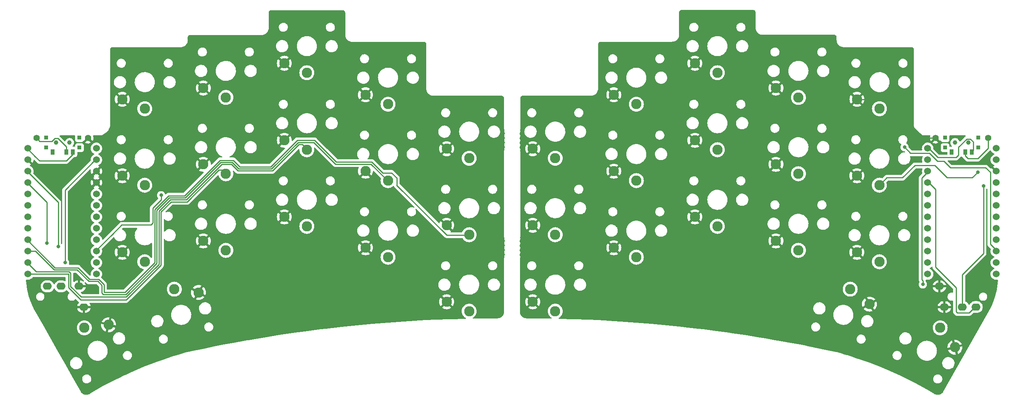
<source format=gbr>
%TF.GenerationSoftware,KiCad,Pcbnew,(6.0.7-1)-1*%
%TF.CreationDate,2022-08-06T17:31:22-07:00*%
%TF.ProjectId,sweepv2,73776565-7076-4322-9e6b-696361645f70,rev?*%
%TF.SameCoordinates,Original*%
%TF.FileFunction,Copper,L2,Bot*%
%TF.FilePolarity,Positive*%
%FSLAX46Y46*%
G04 Gerber Fmt 4.6, Leading zero omitted, Abs format (unit mm)*
G04 Created by KiCad (PCBNEW (6.0.7-1)-1) date 2022-08-06 17:31:22*
%MOMM*%
%LPD*%
G01*
G04 APERTURE LIST*
%TA.AperFunction,ComponentPad*%
%ADD10C,1.524000*%
%TD*%
%TA.AperFunction,ComponentPad*%
%ADD11O,2.000000X1.600000*%
%TD*%
%TA.AperFunction,ComponentPad*%
%ADD12C,2.282000*%
%TD*%
%TA.AperFunction,ComponentPad*%
%ADD13C,1.397000*%
%TD*%
%TA.AperFunction,WasherPad*%
%ADD14C,1.000000*%
%TD*%
%TA.AperFunction,SMDPad,CuDef*%
%ADD15R,0.900000X0.900000*%
%TD*%
%TA.AperFunction,SMDPad,CuDef*%
%ADD16R,0.900000X1.250000*%
%TD*%
%TA.AperFunction,ViaPad*%
%ADD17C,0.800000*%
%TD*%
%TA.AperFunction,Conductor*%
%ADD18C,0.250000*%
%TD*%
G04 APERTURE END LIST*
D10*
%TO.P,U1,1*%
%TO.N,Switch10*%
X237789400Y-53086000D03*
%TO.P,U1,2*%
%TO.N,Switch18*%
X237789400Y-55626000D03*
%TO.P,U1,3*%
%TO.N,gnd*%
X237789400Y-58166000D03*
%TO.P,U1,4*%
X237789400Y-60706000D03*
%TO.P,U1,5*%
%TO.N,Switch11*%
X237789400Y-63246000D03*
%TO.P,U1,6*%
%TO.N,Switch12*%
X237789400Y-65786000D03*
%TO.P,U1,7*%
%TO.N,Switch13*%
X237789400Y-68326000D03*
%TO.P,U1,8*%
%TO.N,Switch14*%
X237789400Y-70866000D03*
%TO.P,U1,9*%
%TO.N,Switch15*%
X237789400Y-73406000D03*
%TO.P,U1,10*%
%TO.N,Switch1*%
X237789400Y-75946000D03*
%TO.P,U1,11*%
%TO.N,Switch16*%
X237789400Y-78486000D03*
%TO.P,U1,12*%
%TO.N,Switch17*%
X237789400Y-81026000D03*
%TO.P,U1,13*%
%TO.N,Switch9*%
X222569400Y-81026000D03*
%TO.P,U1,14*%
%TO.N,Switch8*%
X222569400Y-78486000D03*
%TO.P,U1,15*%
%TO.N,Switch7*%
X222569400Y-75946000D03*
%TO.P,U1,16*%
%TO.N,Switch6*%
X222569400Y-73406000D03*
%TO.P,U1,17*%
%TO.N,Switch2*%
X222569400Y-70866000D03*
%TO.P,U1,18*%
%TO.N,Switch3*%
X222569400Y-68326000D03*
%TO.P,U1,19*%
%TO.N,Switch4*%
X222569400Y-65786000D03*
%TO.P,U1,20*%
%TO.N,Switch5*%
X222569400Y-63246000D03*
%TO.P,U1,21*%
%TO.N,vcc*%
X222569400Y-60706000D03*
%TO.P,U1,22*%
%TO.N,reset*%
X222569400Y-58166000D03*
%TO.P,U1,23*%
%TO.N,gnd*%
X222569400Y-55626000D03*
%TO.P,U1,24*%
%TO.N,raw*%
X222569400Y-53086000D03*
%TD*%
D11*
%TO.P,J2,R1*%
%TO.N,Switch18*%
X230274000Y-88352000D03*
%TO.P,J2,R2*%
%TO.N,vcc*%
X233274000Y-88352000D03*
%TO.P,J2,S*%
%TO.N,gnd*%
X225174000Y-83752000D03*
%TO.P,J2,T*%
X226274000Y-88352000D03*
%TD*%
D12*
%TO.P,SW16,1*%
%TO.N,Switch13*%
X175856000Y-70416000D03*
%TO.P,SW16,2*%
%TO.N,gnd*%
X170856000Y-68316000D03*
%TD*%
%TO.P,SW20,1*%
%TO.N,Switch17*%
X225336000Y-92972450D03*
%TO.P,SW20,2*%
%TO.N,gnd*%
X228616127Y-97291103D03*
%TD*%
%TO.P,SW15,1*%
%TO.N,Switch12*%
X157856000Y-77274000D03*
%TO.P,SW15,2*%
%TO.N,gnd*%
X152856000Y-75174000D03*
%TD*%
%TO.P,SW21,1*%
%TO.N,Switch16*%
X205353032Y-84383038D03*
%TO.P,SW21,2*%
%TO.N,gnd*%
X209639142Y-87705577D03*
%TD*%
%TO.P,SW17,1*%
%TO.N,Switch14*%
X193856000Y-75750000D03*
%TO.P,SW17,2*%
%TO.N,gnd*%
X188856000Y-73650000D03*
%TD*%
%TO.P,SW18,1*%
%TO.N,Switch15*%
X211836000Y-78290000D03*
%TO.P,SW18,2*%
%TO.N,gnd*%
X206836000Y-76190000D03*
%TD*%
%TO.P,SW4,1*%
%TO.N,Switch3*%
X175856000Y-36282000D03*
%TO.P,SW4,2*%
%TO.N,gnd*%
X170856000Y-34182000D03*
%TD*%
%TO.P,SW3,1*%
%TO.N,Switch2*%
X157856000Y-43282000D03*
%TO.P,SW3,2*%
%TO.N,gnd*%
X152856000Y-41182000D03*
%TD*%
%TO.P,SW9,1*%
%TO.N,Switch7*%
X157856000Y-60256000D03*
%TO.P,SW9,2*%
%TO.N,gnd*%
X152856000Y-58156000D03*
%TD*%
%TO.P,SW14,1*%
%TO.N,Switch11*%
X139856000Y-89282000D03*
%TO.P,SW14,2*%
%TO.N,gnd*%
X134856000Y-87182000D03*
%TD*%
%TO.P,SW12,1*%
%TO.N,Switch10*%
X211836000Y-61272000D03*
%TO.P,SW12,2*%
%TO.N,gnd*%
X206836000Y-59172000D03*
%TD*%
%TO.P,SW11,1*%
%TO.N,Switch9*%
X193856000Y-58732000D03*
%TO.P,SW11,2*%
%TO.N,gnd*%
X188856000Y-56632000D03*
%TD*%
%TO.P,SW8,1*%
%TO.N,Switch6*%
X139856000Y-72282000D03*
%TO.P,SW8,2*%
%TO.N,gnd*%
X134856000Y-70182000D03*
%TD*%
%TO.P,SW6,1*%
%TO.N,Switch5*%
X211856000Y-44282000D03*
%TO.P,SW6,2*%
%TO.N,gnd*%
X206856000Y-42182000D03*
%TD*%
%TO.P,SW5,1*%
%TO.N,Switch4*%
X193856000Y-41782000D03*
%TO.P,SW5,2*%
%TO.N,gnd*%
X188856000Y-39682000D03*
%TD*%
%TO.P,SW2,1*%
%TO.N,Switch1*%
X139856000Y-55282000D03*
%TO.P,SW2,2*%
%TO.N,gnd*%
X134856000Y-53182000D03*
%TD*%
%TO.P,SW10,1*%
%TO.N,Switch8*%
X175856000Y-53398000D03*
%TO.P,SW10,2*%
%TO.N,gnd*%
X170856000Y-51298000D03*
%TD*%
D13*
%TO.P,B+,1*%
%TO.N,BT+_r*%
X235966000Y-50800000D03*
%TD*%
%TO.P,B-,1*%
%TO.N,gnd*%
X224282000Y-50800000D03*
%TD*%
D10*
%TO.P,U2,1*%
%TO.N,Switch10_r*%
X37937400Y-53086000D03*
%TO.P,U2,2*%
%TO.N,Switch18_r*%
X37937400Y-55626000D03*
%TO.P,U2,3*%
%TO.N,gnd*%
X37937400Y-58166000D03*
%TO.P,U2,4*%
X37937400Y-60706000D03*
%TO.P,U2,5*%
%TO.N,Switch11_r*%
X37937400Y-63246000D03*
%TO.P,U2,6*%
%TO.N,Switch12_r*%
X37937400Y-65786000D03*
%TO.P,U2,7*%
%TO.N,Switch13_r*%
X37937400Y-68326000D03*
%TO.P,U2,8*%
%TO.N,Switch14_r*%
X37937400Y-70866000D03*
%TO.P,U2,9*%
%TO.N,Switch15_r*%
X37937400Y-73406000D03*
%TO.P,U2,10*%
%TO.N,Switch1_r*%
X37937400Y-75946000D03*
%TO.P,U2,11*%
%TO.N,Switch16_r*%
X37937400Y-78486000D03*
%TO.P,U2,12*%
%TO.N,Switch17_r*%
X37937400Y-81026000D03*
%TO.P,U2,13*%
%TO.N,Switch9_r*%
X22717400Y-81026000D03*
%TO.P,U2,14*%
%TO.N,Switch8_r*%
X22717400Y-78486000D03*
%TO.P,U2,15*%
%TO.N,Switch7_r*%
X22717400Y-75946000D03*
%TO.P,U2,16*%
%TO.N,Switch6_r*%
X22717400Y-73406000D03*
%TO.P,U2,17*%
%TO.N,Switch2_r*%
X22717400Y-70866000D03*
%TO.P,U2,18*%
%TO.N,Switch3_r*%
X22717400Y-68326000D03*
%TO.P,U2,19*%
%TO.N,Switch4_r*%
X22717400Y-65786000D03*
%TO.P,U2,20*%
%TO.N,Switch5_r*%
X22717400Y-63246000D03*
%TO.P,U2,21*%
%TO.N,vcc*%
X22717400Y-60706000D03*
%TO.P,U2,22*%
%TO.N,reset_r*%
X22717400Y-58166000D03*
%TO.P,U2,23*%
%TO.N,gnd*%
X22717400Y-55626000D03*
%TO.P,U2,24*%
%TO.N,raw*%
X22717400Y-53086000D03*
%TD*%
D11*
%TO.P,J1,R1*%
%TO.N,Switch18_r*%
X30076000Y-83752000D03*
%TO.P,J1,R2*%
%TO.N,vcc*%
X27076000Y-83752000D03*
%TO.P,J1,S*%
%TO.N,gnd*%
X35176000Y-88352000D03*
%TO.P,J1,T*%
X34076000Y-83752000D03*
%TD*%
D12*
%TO.P,SW17_r1,1*%
%TO.N,Switch15_r*%
X48686000Y-78290000D03*
%TO.P,SW17_r1,2*%
%TO.N,gnd*%
X43686000Y-76190000D03*
%TD*%
%TO.P,SW11_r1,1*%
%TO.N,Switch9_r*%
X66700000Y-58732000D03*
%TO.P,SW11_r1,2*%
%TO.N,gnd*%
X61700000Y-56632000D03*
%TD*%
%TO.P,SW15_r1,1*%
%TO.N,Switch13_r*%
X84688000Y-70416000D03*
%TO.P,SW15_r1,2*%
%TO.N,gnd*%
X79688000Y-68316000D03*
%TD*%
%TO.P,SW18_r1,1*%
%TO.N,Switch12_r*%
X102714000Y-77274000D03*
%TO.P,SW18_r1,2*%
%TO.N,gnd*%
X97714000Y-75174000D03*
%TD*%
%TO.P,SW6_r1,1*%
%TO.N,Switch5_r*%
X48686000Y-44282000D03*
%TO.P,SW6_r1,2*%
%TO.N,gnd*%
X43686000Y-42182000D03*
%TD*%
%TO.P,SW5_r1,1*%
%TO.N,Switch4_r*%
X66700000Y-41782000D03*
%TO.P,SW5_r1,2*%
%TO.N,gnd*%
X61700000Y-39682000D03*
%TD*%
%TO.P,SW2_r1,1*%
%TO.N,Switch1_r*%
X120732000Y-55282000D03*
%TO.P,SW2_r1,2*%
%TO.N,gnd*%
X115732000Y-53182000D03*
%TD*%
%TO.P,SW16_r1,1*%
%TO.N,Switch14_r*%
X66700000Y-75750000D03*
%TO.P,SW16_r1,2*%
%TO.N,gnd*%
X61700000Y-73650000D03*
%TD*%
%TO.P,SW4_r1,1*%
%TO.N,Switch3_r*%
X84688000Y-36282000D03*
%TO.P,SW4_r1,2*%
%TO.N,gnd*%
X79688000Y-34182000D03*
%TD*%
%TO.P,SW13_r1,1*%
%TO.N,Switch11_r*%
X120732000Y-89282000D03*
%TO.P,SW13_r1,2*%
%TO.N,gnd*%
X115732000Y-87182000D03*
%TD*%
%TO.P,SW12_r1,1*%
%TO.N,Switch10_r*%
X48686000Y-61272000D03*
%TO.P,SW12_r1,2*%
%TO.N,gnd*%
X43686000Y-59172000D03*
%TD*%
%TO.P,SW3_r1,1*%
%TO.N,Switch2_r*%
X102714000Y-43282000D03*
%TO.P,SW3_r1,2*%
%TO.N,gnd*%
X97714000Y-41182000D03*
%TD*%
%TO.P,SW8_r1,1*%
%TO.N,Switch7_r*%
X102714000Y-60256000D03*
%TO.P,SW8_r1,2*%
%TO.N,gnd*%
X97714000Y-58156000D03*
%TD*%
%TO.P,SW21_r1,1*%
%TO.N,Switch16_r*%
X55250968Y-84383038D03*
%TO.P,SW21_r1,2*%
%TO.N,gnd*%
X60624117Y-85117387D03*
%TD*%
%TO.P,SW9_r1,1*%
%TO.N,Switch8_r*%
X84688000Y-53398000D03*
%TO.P,SW9_r1,2*%
%TO.N,gnd*%
X79688000Y-51298000D03*
%TD*%
%TO.P,SW20_r1,1*%
%TO.N,Switch17_r*%
X35268000Y-92972450D03*
%TO.P,SW20_r1,2*%
%TO.N,gnd*%
X40648127Y-92291103D03*
%TD*%
%TO.P,SW7_r1,1*%
%TO.N,Switch6_r*%
X120732000Y-72282000D03*
%TO.P,SW7_r1,2*%
%TO.N,gnd*%
X115732000Y-70182000D03*
%TD*%
D13*
%TO.P,B-,1*%
%TO.N,gnd*%
X36068000Y-50800000D03*
%TD*%
%TO.P,B+,1*%
%TO.N,BT+*%
X24638000Y-50800000D03*
%TD*%
D14*
%TO.P,POWER SW,*%
%TO.N,*%
X231624000Y-51816000D03*
X228624000Y-51816000D03*
D15*
%TO.P,POWER SW,0*%
%TO.N,N/C*%
X233824000Y-52916000D03*
X226424000Y-52916000D03*
X226424000Y-50716000D03*
X233824000Y-50716000D03*
D16*
%TO.P,POWER SW,1*%
%TO.N,Net-(SW_POWERR1-Pad1)*%
X227874000Y-53891000D03*
%TO.P,POWER SW,2*%
%TO.N,BT+_r*%
X230874000Y-53891000D03*
%TO.P,POWER SW,3*%
%TO.N,raw*%
X232374000Y-53891000D03*
%TD*%
D14*
%TO.P,POWER SW,*%
%TO.N,*%
X28980000Y-51816000D03*
X31980000Y-51816000D03*
D15*
%TO.P,POWER SW,0*%
%TO.N,N/C*%
X26780000Y-52916000D03*
X26780000Y-50716000D03*
X34180000Y-50716000D03*
X34180000Y-52916000D03*
D16*
%TO.P,POWER SW,1*%
%TO.N,Net-(SW_POWER1-Pad1)*%
X28230000Y-53891000D03*
%TO.P,POWER SW,2*%
%TO.N,BT+*%
X31230000Y-53891000D03*
%TO.P,POWER SW,3*%
%TO.N,raw*%
X32730000Y-53891000D03*
%TD*%
D17*
%TO.N,vcc*%
X26924000Y-74168000D03*
%TO.N,Switch18*%
X234950000Y-61468000D03*
%TO.N,reset*%
X221488000Y-83312000D03*
%TO.N,Switch1*%
X217424000Y-52832000D03*
%TO.N,Switch10*%
X233680000Y-58420000D03*
%TO.N,Switch18_r*%
X30988000Y-78486000D03*
%TO.N,reset_r*%
X29464000Y-74930000D03*
%TO.N,Switch1_r*%
X52324000Y-63500000D03*
%TD*%
D18*
%TO.N,BT+*%
X25360999Y-51522999D02*
X28051999Y-51522999D01*
X24638000Y-50800000D02*
X25360999Y-51522999D01*
X29046501Y-50890501D02*
X29373499Y-50890501D01*
X28738499Y-50836499D02*
X28992499Y-50836499D01*
X31230000Y-52747002D02*
X31230000Y-53891000D01*
X28051999Y-51522999D02*
X28738499Y-50836499D01*
X29373499Y-50890501D02*
X31230000Y-52747002D01*
X28992499Y-50836499D02*
X29046501Y-50890501D01*
%TO.N,gnd*%
X213159159Y-42182000D02*
X206856000Y-42182000D01*
X221777159Y-50800000D02*
X213159159Y-42182000D01*
X226254000Y-88332000D02*
X226274000Y-88352000D01*
X226244000Y-88322000D02*
X226274000Y-88352000D01*
X224282000Y-50800000D02*
X221777159Y-50800000D01*
%TO.N,vcc*%
X233254000Y-88332000D02*
X233274000Y-88352000D01*
X26924000Y-65112600D02*
X26924000Y-74168000D01*
X22517400Y-60706000D02*
X26924000Y-65112600D01*
X224282000Y-62218600D02*
X224282000Y-79502000D01*
X229108000Y-89662000D02*
X231764000Y-89662000D01*
X222769400Y-60706000D02*
X224282000Y-62218600D01*
X231764000Y-89662000D02*
X233274000Y-88152000D01*
X228854000Y-84074000D02*
X228854000Y-89408000D01*
X228854000Y-89408000D02*
X229108000Y-89662000D01*
X224282000Y-79502000D02*
X228854000Y-84074000D01*
%TO.N,Switch18*%
X230274000Y-81130000D02*
X234950000Y-76454000D01*
X230274000Y-88152000D02*
X230274000Y-81130000D01*
X234950000Y-76454000D02*
X234950000Y-61468000D01*
%TO.N,reset*%
X221488000Y-82550000D02*
X221234000Y-82296000D01*
X221488000Y-83312000D02*
X221488000Y-82550000D01*
X221234000Y-59701400D02*
X221234000Y-82296000D01*
X222769400Y-58166000D02*
X221234000Y-59701400D01*
%TO.N,Switch1*%
X237989400Y-75946000D02*
X236469700Y-74426300D01*
X236469700Y-58424300D02*
X235445100Y-57399700D01*
X236469700Y-74426300D02*
X236469700Y-58424300D01*
X224711081Y-55958919D02*
X222925163Y-54173001D01*
X218765001Y-54173001D02*
X217424000Y-52832000D01*
X235445100Y-57399700D02*
X227579700Y-57399700D01*
X227579700Y-57399700D02*
X226138919Y-55958919D01*
X226138919Y-55958919D02*
X224711081Y-55958919D01*
X222925163Y-54173001D02*
X218765001Y-54173001D01*
%TO.N,Switch10*%
X232481001Y-59618999D02*
X233680000Y-58420000D01*
X211836000Y-61272000D02*
X213489001Y-59618999D01*
X219710000Y-56896000D02*
X224170002Y-56896000D01*
X216987001Y-59618999D02*
X219710000Y-56896000D01*
X226893001Y-59618999D02*
X232481001Y-59618999D01*
X224170002Y-56896000D02*
X226893001Y-59618999D01*
X213489001Y-59618999D02*
X216987001Y-59618999D01*
%TO.N,raw*%
X232664000Y-51634998D02*
X232020001Y-50990999D01*
X229374499Y-54597501D02*
X228854000Y-55118000D01*
X232020001Y-50990999D02*
X231227999Y-50990999D01*
X232664000Y-53601000D02*
X232664000Y-51634998D01*
X229374499Y-52844499D02*
X229374499Y-54597501D01*
X226568000Y-55118000D02*
X224801400Y-55118000D01*
X224801400Y-55118000D02*
X222769400Y-53086000D01*
X232374000Y-53891000D02*
X232664000Y-53601000D01*
X231227999Y-50990999D02*
X229374499Y-52844499D01*
X228854000Y-55118000D02*
X226568000Y-55118000D01*
X22517400Y-53086000D02*
X24339700Y-54908300D01*
X25311400Y-55880000D02*
X26924000Y-55880000D01*
X32730000Y-54392000D02*
X32730000Y-53891000D01*
X31242000Y-55880000D02*
X32730000Y-54392000D01*
X24339700Y-54908300D02*
X25311400Y-55880000D01*
X26924000Y-55880000D02*
X31242000Y-55880000D01*
%TO.N,BT+_r*%
X230874000Y-54766000D02*
X230874000Y-53891000D01*
X235966000Y-53086000D02*
X233680000Y-55372000D01*
X233680000Y-55372000D02*
X231480000Y-55372000D01*
X235966000Y-50800000D02*
X235966000Y-53086000D01*
X230874000Y-54766000D02*
X231480000Y-55372000D01*
%TO.N,Switch18_r*%
X30988000Y-62375400D02*
X30988000Y-78486000D01*
X37737400Y-55626000D02*
X30988000Y-62375400D01*
%TO.N,reset_r*%
X29464000Y-65112600D02*
X29464000Y-74930000D01*
X22517400Y-58166000D02*
X29464000Y-65112600D01*
%TO.N,Switch9_r*%
X54545018Y-64965520D02*
X58097479Y-64965520D01*
X31750000Y-84064390D02*
X34462611Y-86777001D01*
X52278362Y-79039638D02*
X52278362Y-67232176D01*
X44540999Y-86777001D02*
X52278362Y-79039638D01*
X22517400Y-81026000D02*
X31750000Y-81026000D01*
X65151000Y-57912000D02*
X65882000Y-57912000D01*
X58097479Y-64965520D02*
X65151000Y-57912000D01*
X65882000Y-57912000D02*
X66702000Y-58732000D01*
X52278362Y-67232176D02*
X54545018Y-64965520D01*
X34462611Y-86777001D02*
X44540999Y-86777001D01*
X31750000Y-81026000D02*
X31750000Y-84064390D01*
%TO.N,Switch1_r*%
X50478324Y-69663676D02*
X50478324Y-66361676D01*
X43688000Y-70104000D02*
X50038000Y-70104000D01*
X50038000Y-70104000D02*
X50478324Y-69663676D01*
X52324000Y-64516000D02*
X52324000Y-63500000D01*
X41601700Y-72081700D02*
X37737400Y-75946000D01*
X50478324Y-66361676D02*
X52324000Y-64516000D01*
X43579400Y-70104000D02*
X41601700Y-72081700D01*
X43688000Y-70104000D02*
X43579400Y-70104000D01*
%TO.N,Switch6_r*%
X101543410Y-58547000D02*
X99130410Y-56134000D01*
X39624000Y-83367766D02*
X38453117Y-82196883D01*
X115765318Y-72390000D02*
X104618659Y-61243341D01*
X39624000Y-85090000D02*
X39624000Y-83367766D01*
X69761299Y-57188299D02*
X68326000Y-55753000D01*
X33855237Y-79631003D02*
X28742401Y-79631001D01*
X50928334Y-78482512D02*
X44320846Y-85090000D01*
X104648000Y-59690000D02*
X103505000Y-58547000D01*
X120650000Y-72390000D02*
X115765318Y-72390000D01*
X104648000Y-61214000D02*
X104648000Y-59690000D01*
X38453117Y-82196883D02*
X36421117Y-82196883D01*
X28742401Y-79631001D02*
X22517400Y-73406000D01*
X57538886Y-63616960D02*
X53985040Y-63616960D01*
X82550000Y-51308000D02*
X76669701Y-57188299D01*
X68326000Y-55753000D02*
X65402846Y-55753000D01*
X65402846Y-55753000D02*
X57538886Y-63616960D01*
X91250205Y-56134000D02*
X86424205Y-51308000D01*
X86424205Y-51308000D02*
X82550000Y-51308000D01*
X44320846Y-85090000D02*
X39624000Y-85090000D01*
X104618659Y-61243341D02*
X104648000Y-61214000D01*
X53985040Y-63616960D02*
X50928334Y-66673666D01*
X99130410Y-56134000D02*
X91250205Y-56134000D01*
X50928334Y-66673666D02*
X50928334Y-78482512D01*
X103505000Y-58547000D02*
X101543410Y-58547000D01*
X36421117Y-82196883D02*
X33855237Y-79631003D01*
X76669701Y-57188299D02*
X69761299Y-57188299D01*
%TO.N,Switch7_r*%
X91064007Y-56583520D02*
X86238007Y-51757520D01*
X44448564Y-85598000D02*
X51378343Y-78668221D01*
X24420990Y-75946000D02*
X28556001Y-80081011D01*
X28556001Y-80081011D02*
X33668836Y-80081012D01*
X22517400Y-75946000D02*
X24420990Y-75946000D01*
X65589044Y-56202520D02*
X68139802Y-56202520D01*
X102616000Y-60256000D02*
X98943520Y-56583520D01*
X82736890Y-51757520D02*
X77090410Y-57404000D01*
X69575591Y-57638309D02*
X76856101Y-57638309D01*
X98943520Y-56583520D02*
X91064007Y-56583520D01*
X38266717Y-82646893D02*
X39173990Y-83554166D01*
X39495590Y-85598000D02*
X44448564Y-85598000D01*
X86238007Y-51757520D02*
X82736890Y-51757520D01*
X39173990Y-83554166D02*
X39173990Y-85276400D01*
X57725084Y-64066480D02*
X65589044Y-56202520D01*
X39173990Y-85276400D02*
X39495590Y-85598000D01*
X51378343Y-66860067D02*
X54171930Y-64066480D01*
X51378343Y-78668221D02*
X51378343Y-66860067D01*
X68139802Y-56202520D02*
X69575591Y-57638309D01*
X36234717Y-82646893D02*
X38266717Y-82646893D01*
X33668836Y-80081012D02*
X36234717Y-82646893D01*
X54171930Y-64066480D02*
X57725084Y-64066480D01*
X76856101Y-57638309D02*
X77280205Y-57214205D01*
%TO.N,Switch8_r*%
X32200010Y-83877990D02*
X32315990Y-83877990D01*
X51828352Y-67046468D02*
X54358820Y-64516000D01*
X32315990Y-83877990D02*
X34544001Y-86105999D01*
X22517400Y-78486000D02*
X24562421Y-80531021D01*
X24562421Y-80531021D02*
X31891431Y-80531021D01*
X54358820Y-64516000D02*
X57911282Y-64516000D01*
X31891431Y-80531021D02*
X32200010Y-80839600D01*
X67953604Y-56652040D02*
X69389883Y-58088319D01*
X44576283Y-86105999D02*
X51828352Y-78853930D01*
X51828352Y-78853930D02*
X51828352Y-67046468D01*
X65775242Y-56652040D02*
X67953604Y-56652040D01*
X77042501Y-58088319D02*
X81732820Y-53398000D01*
X57911282Y-64516000D02*
X65775242Y-56652040D01*
X81732820Y-53398000D02*
X82923780Y-52207040D01*
X82923780Y-52207040D02*
X83645040Y-52207040D01*
X32200010Y-80839600D02*
X32200010Y-83877990D01*
X69389883Y-58088319D02*
X77042501Y-58088319D01*
X83645040Y-52207040D02*
X84836000Y-53398000D01*
X34544001Y-86105999D02*
X44576283Y-86105999D01*
%TD*%
%TA.AperFunction,Conductor*%
%TO.N,gnd*%
G36*
X183822741Y-22356042D02*
G01*
X183830939Y-22357295D01*
X183845166Y-22359469D01*
X183854063Y-22358280D01*
X183854258Y-22358282D01*
X183884612Y-22357943D01*
X183928389Y-22362801D01*
X183947028Y-22364869D01*
X183974807Y-22371192D01*
X183992326Y-22377332D01*
X184052057Y-22398269D01*
X184077698Y-22410669D01*
X184146889Y-22454412D01*
X184169092Y-22472261D01*
X184226680Y-22530427D01*
X184244310Y-22552813D01*
X184287353Y-22622428D01*
X184299501Y-22648201D01*
X184325803Y-22725710D01*
X184331849Y-22753552D01*
X184337537Y-22809953D01*
X184338134Y-22825747D01*
X184337926Y-22834060D01*
X184336431Y-22842913D01*
X184337481Y-22851829D01*
X184337481Y-22851832D01*
X184340635Y-22878608D01*
X184341500Y-22893346D01*
X184341500Y-26162364D01*
X184340820Y-26175437D01*
X184340148Y-26181879D01*
X184340394Y-26186741D01*
X184341339Y-26205430D01*
X184341500Y-26211794D01*
X184341500Y-26232275D01*
X184342136Y-26236712D01*
X184342289Y-26238865D01*
X184341316Y-26260731D01*
X184341768Y-26260769D01*
X184341365Y-26265626D01*
X184340590Y-26270427D01*
X184340520Y-26282979D01*
X184341243Y-26287798D01*
X184341243Y-26287800D01*
X184342437Y-26295758D01*
X184343442Y-26304557D01*
X184359697Y-26511147D01*
X184410156Y-26734396D01*
X184492080Y-26948113D01*
X184494285Y-26952057D01*
X184494288Y-26952063D01*
X184524653Y-27006370D01*
X184603779Y-27147887D01*
X184742947Y-27329598D01*
X184906714Y-27489494D01*
X185091700Y-27624277D01*
X185294089Y-27731166D01*
X185333045Y-27745040D01*
X185472506Y-27794708D01*
X185509704Y-27807956D01*
X185563019Y-27818673D01*
X185729648Y-27852168D01*
X185729650Y-27852168D01*
X185734096Y-27853062D01*
X185738624Y-27853309D01*
X185738628Y-27853310D01*
X185924124Y-27863448D01*
X185936002Y-27864664D01*
X185945281Y-27866061D01*
X185945293Y-27866062D01*
X185950103Y-27866786D01*
X185956519Y-27866753D01*
X185957779Y-27866747D01*
X185957781Y-27866747D01*
X185962656Y-27866722D01*
X185967471Y-27865947D01*
X185967475Y-27865947D01*
X185987441Y-27862735D01*
X186006377Y-27861140D01*
X186044160Y-27860817D01*
X186055856Y-27860717D01*
X186060486Y-27860813D01*
X186064289Y-27861299D01*
X186069159Y-27861166D01*
X186069160Y-27861166D01*
X186097930Y-27860380D01*
X186100295Y-27860338D01*
X186115562Y-27860207D01*
X186130853Y-27860077D01*
X186134629Y-27859504D01*
X186139422Y-27859247D01*
X186233531Y-27856675D01*
X186236973Y-27856628D01*
X201798844Y-27856628D01*
X201818267Y-27858134D01*
X201825402Y-27859247D01*
X201841874Y-27861817D01*
X201850775Y-27860656D01*
X201850785Y-27860656D01*
X201881324Y-27860406D01*
X201941490Y-27867258D01*
X201944237Y-27867571D01*
X201971946Y-27873957D01*
X202049635Y-27901401D01*
X202075204Y-27913836D01*
X202144766Y-27958007D01*
X202166898Y-27975863D01*
X202215980Y-28025591D01*
X202224778Y-28034505D01*
X202242340Y-28056866D01*
X202285596Y-28126996D01*
X202297698Y-28152730D01*
X202324124Y-28230772D01*
X202330146Y-28258563D01*
X202335853Y-28315258D01*
X202336448Y-28331028D01*
X202336234Y-28339590D01*
X202334739Y-28348443D01*
X202335789Y-28357358D01*
X202335789Y-28357361D01*
X202338707Y-28382130D01*
X202339570Y-28397661D01*
X202336057Y-28957233D01*
X202334449Y-28976522D01*
X202330590Y-29000427D01*
X202330520Y-29012979D01*
X202331243Y-29017798D01*
X202331243Y-29017800D01*
X202332437Y-29025758D01*
X202333442Y-29034557D01*
X202341617Y-29138447D01*
X202347897Y-29218266D01*
X202349697Y-29241147D01*
X202400156Y-29464396D01*
X202482080Y-29678113D01*
X202484285Y-29682057D01*
X202484288Y-29682063D01*
X202516127Y-29739006D01*
X202593779Y-29877887D01*
X202732947Y-30059598D01*
X202736179Y-30062754D01*
X202736182Y-30062757D01*
X202794972Y-30120157D01*
X202896714Y-30219494D01*
X203081700Y-30354277D01*
X203284089Y-30461166D01*
X203499704Y-30537956D01*
X203551004Y-30548268D01*
X203719648Y-30582168D01*
X203719650Y-30582168D01*
X203724096Y-30583062D01*
X203728624Y-30583309D01*
X203728628Y-30583310D01*
X203914124Y-30593448D01*
X203926002Y-30594664D01*
X203935281Y-30596061D01*
X203935293Y-30596062D01*
X203940103Y-30596786D01*
X203946519Y-30596753D01*
X203947779Y-30596747D01*
X203947781Y-30596747D01*
X203952656Y-30596722D01*
X203974751Y-30593167D01*
X203994758Y-30591568D01*
X211584492Y-30591215D01*
X218948855Y-30590872D01*
X218968267Y-30592377D01*
X218991869Y-30596059D01*
X219000770Y-30594898D01*
X219000782Y-30594898D01*
X219031319Y-30594648D01*
X219088143Y-30601119D01*
X219094226Y-30601812D01*
X219121937Y-30608198D01*
X219199621Y-30635641D01*
X219225190Y-30648076D01*
X219294749Y-30692247D01*
X219316874Y-30710098D01*
X219374753Y-30768741D01*
X219392316Y-30791105D01*
X219435565Y-30861227D01*
X219447665Y-30886958D01*
X219474089Y-30965003D01*
X219480110Y-30992793D01*
X219485839Y-31049739D01*
X219486432Y-31065507D01*
X219486224Y-31073816D01*
X219484730Y-31082663D01*
X219485779Y-31091573D01*
X219485779Y-31091578D01*
X219488933Y-31118364D01*
X219489798Y-31133099D01*
X219489685Y-38542937D01*
X219489545Y-47721515D01*
X219488454Y-47738058D01*
X219484300Y-47769419D01*
X219484586Y-47781968D01*
X219485444Y-47786756D01*
X219485469Y-47787010D01*
X219486815Y-47796847D01*
X219508265Y-48022600D01*
X219513796Y-48080817D01*
X219577617Y-48374177D01*
X219578849Y-48377731D01*
X219578851Y-48377738D01*
X219674719Y-48654284D01*
X219674723Y-48654293D01*
X219675952Y-48657839D01*
X219807398Y-48927757D01*
X219809442Y-48930928D01*
X219809443Y-48930929D01*
X219847496Y-48989950D01*
X219970081Y-49180082D01*
X220161682Y-49411216D01*
X220164406Y-49413801D01*
X220164411Y-49413806D01*
X220376739Y-49615275D01*
X220376743Y-49615279D01*
X220379467Y-49617863D01*
X220620333Y-49797076D01*
X220880844Y-49946300D01*
X220884301Y-49947764D01*
X220884302Y-49947765D01*
X221153826Y-50061943D01*
X221153831Y-50061945D01*
X221157285Y-50063408D01*
X221445714Y-50146728D01*
X221449430Y-50147334D01*
X221449433Y-50147335D01*
X221552014Y-50164072D01*
X221742018Y-50195073D01*
X221745762Y-50195231D01*
X221745769Y-50195232D01*
X221873511Y-50200632D01*
X222009659Y-50206388D01*
X222023052Y-50207675D01*
X222029435Y-50208634D01*
X222034306Y-50208608D01*
X222037122Y-50208593D01*
X222041987Y-50208567D01*
X222046784Y-50207794D01*
X222046786Y-50207794D01*
X222055518Y-50206387D01*
X222064062Y-50205011D01*
X222084074Y-50203407D01*
X222243632Y-50203378D01*
X223032805Y-50203234D01*
X223100929Y-50223224D01*
X223147432Y-50276871D01*
X223157549Y-50347143D01*
X223153160Y-50366598D01*
X223098524Y-50542553D01*
X223096130Y-50553817D01*
X223071425Y-50762547D01*
X223071124Y-50774048D01*
X223084871Y-50983779D01*
X223086672Y-50995149D01*
X223138409Y-51198863D01*
X223142250Y-51209710D01*
X223230247Y-51400592D01*
X223235996Y-51410549D01*
X223257112Y-51440427D01*
X223267701Y-51448815D01*
X223281000Y-51441788D01*
X224192905Y-50529884D01*
X224255217Y-50495859D01*
X224326033Y-50500924D01*
X224371095Y-50529884D01*
X225284609Y-51443398D01*
X225296987Y-51450156D01*
X225303566Y-51445231D01*
X225313378Y-51427711D01*
X225364115Y-51378049D01*
X225433647Y-51363701D01*
X225499898Y-51389223D01*
X225524139Y-51413711D01*
X225610739Y-51529261D01*
X225727295Y-51616615D01*
X225863684Y-51667745D01*
X225925866Y-51674500D01*
X226922134Y-51674500D01*
X226984316Y-51667745D01*
X227120705Y-51616615D01*
X227237261Y-51529261D01*
X227324615Y-51412705D01*
X227375745Y-51276316D01*
X227382500Y-51214134D01*
X227382500Y-50328413D01*
X227402502Y-50260292D01*
X227456158Y-50213799D01*
X227508477Y-50202413D01*
X230849410Y-50201800D01*
X230917534Y-50221790D01*
X230964037Y-50275437D01*
X230974154Y-50345709D01*
X230944673Y-50410295D01*
X230919687Y-50430491D01*
X230920382Y-50431447D01*
X230884612Y-50457435D01*
X230874692Y-50463951D01*
X230843464Y-50482419D01*
X230843461Y-50482421D01*
X230836637Y-50486457D01*
X230822316Y-50500778D01*
X230807283Y-50513618D01*
X230790892Y-50525527D01*
X230765370Y-50556378D01*
X230762701Y-50559604D01*
X230754711Y-50568383D01*
X229786855Y-51536239D01*
X229724543Y-51570265D01*
X229653728Y-51565200D01*
X229596892Y-51522653D01*
X229577138Y-51483561D01*
X229573477Y-51471435D01*
X229560916Y-51429831D01*
X229468066Y-51255204D01*
X229390256Y-51159800D01*
X229346960Y-51106713D01*
X229346957Y-51106710D01*
X229343065Y-51101938D01*
X229331519Y-51092386D01*
X229195425Y-50979799D01*
X229195421Y-50979797D01*
X229190675Y-50975870D01*
X229016701Y-50881802D01*
X228827768Y-50823318D01*
X228821643Y-50822674D01*
X228821642Y-50822674D01*
X228637204Y-50803289D01*
X228637202Y-50803289D01*
X228631075Y-50802645D01*
X228560509Y-50809067D01*
X228440251Y-50820011D01*
X228440248Y-50820012D01*
X228434112Y-50820570D01*
X228428206Y-50822308D01*
X228428202Y-50822309D01*
X228359504Y-50842528D01*
X228244381Y-50876410D01*
X228238923Y-50879263D01*
X228238919Y-50879265D01*
X228161401Y-50919791D01*
X228069110Y-50968040D01*
X227914975Y-51091968D01*
X227787846Y-51243474D01*
X227784879Y-51248872D01*
X227784875Y-51248877D01*
X227729731Y-51349185D01*
X227692567Y-51416787D01*
X227683544Y-51445231D01*
X227637493Y-51590403D01*
X227632765Y-51605306D01*
X227610719Y-51801851D01*
X227612770Y-51826275D01*
X227626073Y-51984700D01*
X227627268Y-51998934D01*
X227644606Y-52059400D01*
X227679693Y-52181761D01*
X227681783Y-52189050D01*
X227697138Y-52218928D01*
X227735211Y-52293008D01*
X227772187Y-52364956D01*
X227895035Y-52519953D01*
X227899729Y-52523948D01*
X227899733Y-52523952D01*
X227913356Y-52535546D01*
X227952270Y-52594928D01*
X227952901Y-52665922D01*
X227915050Y-52725987D01*
X227850734Y-52756053D01*
X227831694Y-52757500D01*
X227508500Y-52757500D01*
X227440379Y-52737498D01*
X227393886Y-52683842D01*
X227382500Y-52631500D01*
X227382500Y-52417866D01*
X227375745Y-52355684D01*
X227324615Y-52219295D01*
X227237261Y-52102739D01*
X227120705Y-52015385D01*
X226984316Y-51964255D01*
X226922134Y-51957500D01*
X225925866Y-51957500D01*
X225863684Y-51964255D01*
X225727295Y-52015385D01*
X225610739Y-52102739D01*
X225523385Y-52219295D01*
X225472255Y-52355684D01*
X225465500Y-52417866D01*
X225465500Y-53414134D01*
X225472255Y-53476316D01*
X225523385Y-53612705D01*
X225610739Y-53729261D01*
X225727295Y-53816615D01*
X225863684Y-53867745D01*
X225925866Y-53874500D01*
X226789500Y-53874500D01*
X226857621Y-53894502D01*
X226904114Y-53948158D01*
X226915500Y-54000500D01*
X226915500Y-54358500D01*
X226895498Y-54426621D01*
X226841842Y-54473114D01*
X226789500Y-54484500D01*
X225115994Y-54484500D01*
X225047873Y-54464498D01*
X225026899Y-54447595D01*
X223871863Y-53292558D01*
X223837837Y-53230246D01*
X223835437Y-53192485D01*
X223844753Y-53086000D01*
X223825378Y-52864537D01*
X223780119Y-52695630D01*
X223769263Y-52655114D01*
X223769262Y-52655112D01*
X223767840Y-52649804D01*
X223764484Y-52642607D01*
X223676214Y-52453311D01*
X223676211Y-52453306D01*
X223673888Y-52448324D01*
X223670731Y-52443815D01*
X223549536Y-52270730D01*
X223549534Y-52270727D01*
X223546377Y-52266219D01*
X223389181Y-52109023D01*
X223384673Y-52105866D01*
X223384670Y-52105864D01*
X223299696Y-52046365D01*
X223207077Y-51981512D01*
X223202095Y-51979189D01*
X223202090Y-51979186D01*
X223010578Y-51889883D01*
X223010577Y-51889882D01*
X223005596Y-51887560D01*
X223000288Y-51886138D01*
X223000286Y-51886137D01*
X222913064Y-51862766D01*
X222790863Y-51830022D01*
X222588454Y-51812314D01*
X223634046Y-51812314D01*
X223643928Y-51824803D01*
X223699041Y-51861627D01*
X223709146Y-51867114D01*
X223902267Y-51950086D01*
X223913210Y-51953641D01*
X224118209Y-52000028D01*
X224129618Y-52001530D01*
X224339645Y-52009781D01*
X224351129Y-52009179D01*
X224559145Y-51979019D01*
X224570328Y-51976334D01*
X224769362Y-51908771D01*
X224779865Y-51904095D01*
X224922404Y-51824270D01*
X224932266Y-51814194D01*
X224929311Y-51806522D01*
X224294811Y-51172021D01*
X224280868Y-51164408D01*
X224279034Y-51164539D01*
X224272420Y-51168790D01*
X223640239Y-51800972D01*
X223634046Y-51812314D01*
X222588454Y-51812314D01*
X222569400Y-51810647D01*
X222347937Y-51830022D01*
X222225736Y-51862766D01*
X222138514Y-51886137D01*
X222138512Y-51886138D01*
X222133204Y-51887560D01*
X222128223Y-51889882D01*
X222128222Y-51889883D01*
X221936711Y-51979186D01*
X221936706Y-51979189D01*
X221931724Y-51981512D01*
X221927217Y-51984668D01*
X221927215Y-51984669D01*
X221754130Y-52105864D01*
X221754127Y-52105866D01*
X221749619Y-52109023D01*
X221592423Y-52266219D01*
X221589266Y-52270727D01*
X221589264Y-52270730D01*
X221468069Y-52443815D01*
X221464912Y-52448324D01*
X221462589Y-52453306D01*
X221462586Y-52453311D01*
X221374316Y-52642607D01*
X221370960Y-52649804D01*
X221369538Y-52655112D01*
X221369537Y-52655114D01*
X221358681Y-52695630D01*
X221313422Y-52864537D01*
X221294047Y-53086000D01*
X221313422Y-53307463D01*
X221331391Y-53374521D01*
X221333097Y-53380889D01*
X221331407Y-53451866D01*
X221291613Y-53510662D01*
X221226349Y-53538610D01*
X221211390Y-53539501D01*
X219079595Y-53539501D01*
X219011474Y-53519499D01*
X218990500Y-53502596D01*
X218371122Y-52883218D01*
X218337096Y-52820906D01*
X218334907Y-52807293D01*
X218332164Y-52781189D01*
X218323879Y-52702364D01*
X218318232Y-52648635D01*
X218318232Y-52648633D01*
X218317542Y-52642072D01*
X218258527Y-52460444D01*
X218243457Y-52434341D01*
X218206184Y-52369783D01*
X218163040Y-52295056D01*
X218157603Y-52289017D01*
X218039675Y-52158045D01*
X218039674Y-52158044D01*
X218035253Y-52153134D01*
X217902683Y-52056816D01*
X217886094Y-52044763D01*
X217886093Y-52044762D01*
X217880752Y-52040882D01*
X217874724Y-52038198D01*
X217874722Y-52038197D01*
X217857838Y-52030680D01*
X217803742Y-51984700D01*
X217783093Y-51916772D01*
X217802445Y-51848464D01*
X217809527Y-51838347D01*
X217855466Y-51779122D01*
X217911661Y-51706676D01*
X218001696Y-51523701D01*
X218003543Y-51516611D01*
X218051490Y-51332541D01*
X218051490Y-51332538D01*
X218053100Y-51326359D01*
X218058941Y-51214906D01*
X218063438Y-51129094D01*
X218063438Y-51129090D01*
X218063772Y-51122712D01*
X218033278Y-50921078D01*
X218013414Y-50867088D01*
X217965067Y-50735684D01*
X217965066Y-50735683D01*
X217962863Y-50729694D01*
X217864544Y-50571123D01*
X217858764Y-50561800D01*
X217858763Y-50561799D01*
X217855402Y-50556378D01*
X217842329Y-50542553D01*
X217719671Y-50412846D01*
X217715286Y-50408209D01*
X217704427Y-50400605D01*
X217553472Y-50294906D01*
X217553471Y-50294905D01*
X217548239Y-50291242D01*
X217378677Y-50217866D01*
X217366940Y-50212787D01*
X217366939Y-50212787D01*
X217361084Y-50210253D01*
X217285527Y-50194468D01*
X217166212Y-50169541D01*
X217166208Y-50169541D01*
X217161467Y-50168550D01*
X217156630Y-50168297D01*
X217156626Y-50168296D01*
X217156560Y-50168293D01*
X217154788Y-50168200D01*
X217005033Y-50168200D01*
X216932387Y-50175579D01*
X216859466Y-50182986D01*
X216859465Y-50182986D01*
X216853117Y-50183631D01*
X216658522Y-50244614D01*
X216480163Y-50343479D01*
X216325327Y-50476190D01*
X216200339Y-50637324D01*
X216110304Y-50820299D01*
X216108695Y-50826477D01*
X216108694Y-50826479D01*
X216060761Y-51010498D01*
X216058900Y-51017641D01*
X216057382Y-51046610D01*
X216048603Y-51214134D01*
X216048228Y-51221288D01*
X216078722Y-51422922D01*
X216080928Y-51428917D01*
X216080928Y-51428918D01*
X216146708Y-51607703D01*
X216149137Y-51614306D01*
X216213543Y-51718182D01*
X216247169Y-51772414D01*
X216256598Y-51787622D01*
X216260979Y-51792255D01*
X216260980Y-51792256D01*
X216378729Y-51916772D01*
X216396714Y-51935791D01*
X216401944Y-51939453D01*
X216401945Y-51939454D01*
X216544948Y-52039585D01*
X216563761Y-52052758D01*
X216616918Y-52075761D01*
X216647047Y-52088799D01*
X216701621Y-52134210D01*
X216722981Y-52201917D01*
X216704345Y-52270424D01*
X216690644Y-52288743D01*
X216684960Y-52295056D01*
X216641816Y-52369783D01*
X216604544Y-52434341D01*
X216589473Y-52460444D01*
X216530458Y-52642072D01*
X216529768Y-52648633D01*
X216529768Y-52648635D01*
X216517806Y-52762447D01*
X216510496Y-52832000D01*
X216511186Y-52838565D01*
X216528520Y-53003486D01*
X216530458Y-53021928D01*
X216589473Y-53203556D01*
X216592776Y-53209278D01*
X216592777Y-53209279D01*
X216605683Y-53231632D01*
X216684960Y-53368944D01*
X216689378Y-53373851D01*
X216689379Y-53373852D01*
X216808325Y-53505955D01*
X216812747Y-53510866D01*
X216905149Y-53578000D01*
X216946015Y-53607691D01*
X216967248Y-53623118D01*
X216973276Y-53625802D01*
X216973278Y-53625803D01*
X217134803Y-53697718D01*
X217141712Y-53700794D01*
X217225901Y-53718689D01*
X217322056Y-53739128D01*
X217322061Y-53739128D01*
X217328513Y-53740500D01*
X217384405Y-53740500D01*
X217452526Y-53760502D01*
X217473500Y-53777405D01*
X217493600Y-53797505D01*
X217527626Y-53859817D01*
X217522561Y-53930632D01*
X217480014Y-53987468D01*
X217413494Y-54012279D01*
X217404505Y-54012600D01*
X217278075Y-54012600D01*
X217225666Y-54017047D01*
X217111438Y-54026739D01*
X217111434Y-54026740D01*
X217106127Y-54027190D01*
X217100972Y-54028528D01*
X217100966Y-54028529D01*
X216887997Y-54083805D01*
X216887993Y-54083806D01*
X216882828Y-54085147D01*
X216877962Y-54087339D01*
X216877959Y-54087340D01*
X216694649Y-54169915D01*
X216672485Y-54179899D01*
X216668065Y-54182875D01*
X216668061Y-54182877D01*
X216603143Y-54226583D01*
X216481115Y-54308738D01*
X216314188Y-54467978D01*
X216311000Y-54472263D01*
X216183546Y-54643568D01*
X216176479Y-54653066D01*
X216174064Y-54657816D01*
X216119377Y-54765378D01*
X216071923Y-54858712D01*
X216050300Y-54928349D01*
X216005095Y-55073930D01*
X216005094Y-55073936D01*
X216003511Y-55079033D01*
X215991165Y-55172186D01*
X215974483Y-55298054D01*
X215973200Y-55307732D01*
X215973400Y-55313062D01*
X215973400Y-55313063D01*
X215977249Y-55415586D01*
X215981854Y-55538268D01*
X216029228Y-55764050D01*
X216031186Y-55769009D01*
X216031187Y-55769011D01*
X216062927Y-55849380D01*
X216113967Y-55978622D01*
X216184717Y-56095214D01*
X216229958Y-56169769D01*
X216233647Y-56175849D01*
X216237144Y-56179879D01*
X216377053Y-56341110D01*
X216384847Y-56350092D01*
X216409396Y-56370221D01*
X216559115Y-56492984D01*
X216559121Y-56492988D01*
X216563243Y-56496368D01*
X216763735Y-56610494D01*
X216768751Y-56612315D01*
X216768756Y-56612317D01*
X216975575Y-56687389D01*
X216975579Y-56687390D01*
X216980590Y-56689209D01*
X216985839Y-56690158D01*
X216985842Y-56690159D01*
X217203523Y-56729522D01*
X217203530Y-56729523D01*
X217207607Y-56730260D01*
X217225344Y-56731096D01*
X217230292Y-56731330D01*
X217230299Y-56731330D01*
X217231780Y-56731400D01*
X217393925Y-56731400D01*
X217460881Y-56725719D01*
X217560562Y-56717261D01*
X217560566Y-56717260D01*
X217565873Y-56716810D01*
X217571028Y-56715472D01*
X217571034Y-56715471D01*
X217784003Y-56660195D01*
X217784007Y-56660194D01*
X217789172Y-56658853D01*
X217794038Y-56656661D01*
X217794041Y-56656660D01*
X217994649Y-56566293D01*
X217999515Y-56564101D01*
X218003935Y-56561125D01*
X218003939Y-56561123D01*
X218139471Y-56469876D01*
X218190885Y-56435262D01*
X218357812Y-56276022D01*
X218440475Y-56164919D01*
X218492337Y-56095214D01*
X218492339Y-56095211D01*
X218495521Y-56090934D01*
X218551860Y-55980124D01*
X218597658Y-55890046D01*
X218597658Y-55890045D01*
X218600077Y-55885288D01*
X218641774Y-55751003D01*
X218666905Y-55670070D01*
X218666906Y-55670064D01*
X218668489Y-55664967D01*
X218690361Y-55499941D01*
X218698100Y-55441553D01*
X218698100Y-55441548D01*
X218698800Y-55436268D01*
X218697983Y-55414489D01*
X218693280Y-55289221D01*
X218690146Y-55205732D01*
X218642772Y-54979950D01*
X218640813Y-54974989D01*
X218640066Y-54972500D01*
X218639646Y-54901505D01*
X218677677Y-54841553D01*
X218748892Y-54810848D01*
X218788962Y-54807060D01*
X218800820Y-54806501D01*
X221352783Y-54806501D01*
X221420904Y-54826503D01*
X221467397Y-54880159D01*
X221477501Y-54950433D01*
X221464442Y-54988153D01*
X221465347Y-54988575D01*
X221373755Y-55184993D01*
X221370009Y-55195285D01*
X221315341Y-55399309D01*
X221313438Y-55410104D01*
X221295028Y-55620525D01*
X221295028Y-55631475D01*
X221313438Y-55841896D01*
X221315341Y-55852691D01*
X221370009Y-56056715D01*
X221373755Y-56067008D01*
X221381330Y-56083252D01*
X221391990Y-56153444D01*
X221363009Y-56218256D01*
X221303589Y-56257111D01*
X221267134Y-56262500D01*
X219788767Y-56262500D01*
X219777584Y-56261973D01*
X219770091Y-56260298D01*
X219762165Y-56260547D01*
X219762164Y-56260547D01*
X219702014Y-56262438D01*
X219698055Y-56262500D01*
X219670144Y-56262500D01*
X219666210Y-56262997D01*
X219666209Y-56262997D01*
X219666144Y-56263005D01*
X219654307Y-56263938D01*
X219622490Y-56264938D01*
X219618029Y-56265078D01*
X219610110Y-56265327D01*
X219592454Y-56270456D01*
X219590658Y-56270978D01*
X219571306Y-56274986D01*
X219568758Y-56275308D01*
X219551203Y-56277526D01*
X219543834Y-56280443D01*
X219543832Y-56280444D01*
X219510097Y-56293800D01*
X219498869Y-56297645D01*
X219456407Y-56309982D01*
X219449584Y-56314017D01*
X219449582Y-56314018D01*
X219438972Y-56320293D01*
X219421224Y-56328988D01*
X219402383Y-56336448D01*
X219395967Y-56341110D01*
X219395966Y-56341110D01*
X219366613Y-56362436D01*
X219356693Y-56368952D01*
X219325465Y-56387420D01*
X219325462Y-56387422D01*
X219318638Y-56391458D01*
X219304317Y-56405779D01*
X219289284Y-56418619D01*
X219272893Y-56430528D01*
X219252488Y-56455193D01*
X219244702Y-56464605D01*
X219236712Y-56473384D01*
X216761501Y-58948594D01*
X216699189Y-58982620D01*
X216672406Y-58985499D01*
X213567764Y-58985499D01*
X213556580Y-58984972D01*
X213549092Y-58983298D01*
X213541169Y-58983547D01*
X213481034Y-58985437D01*
X213477076Y-58985499D01*
X213449145Y-58985499D01*
X213445230Y-58985994D01*
X213445226Y-58985994D01*
X213445168Y-58986002D01*
X213445139Y-58986005D01*
X213433297Y-58986938D01*
X213389111Y-58988326D01*
X213380468Y-58990837D01*
X213369659Y-58993977D01*
X213350307Y-58997985D01*
X213338069Y-58999531D01*
X213338067Y-58999532D01*
X213330204Y-59000525D01*
X213289087Y-59016805D01*
X213277886Y-59020640D01*
X213235407Y-59032981D01*
X213228588Y-59037014D01*
X213228583Y-59037016D01*
X213217972Y-59043292D01*
X213200222Y-59051989D01*
X213181384Y-59059447D01*
X213174968Y-59064108D01*
X213174967Y-59064109D01*
X213145626Y-59085427D01*
X213135702Y-59091946D01*
X213104461Y-59110421D01*
X213104456Y-59110425D01*
X213097638Y-59114457D01*
X213083314Y-59128781D01*
X213068282Y-59141620D01*
X213051894Y-59153527D01*
X213028687Y-59181580D01*
X213023713Y-59187592D01*
X213015723Y-59196372D01*
X212524505Y-59687590D01*
X212462193Y-59721616D01*
X212387193Y-59714904D01*
X212351873Y-59700274D01*
X212351859Y-59700270D01*
X212347300Y-59698381D01*
X212263794Y-59678333D01*
X212099650Y-59638925D01*
X212099644Y-59638924D01*
X212094837Y-59637770D01*
X211836000Y-59617399D01*
X211577163Y-59637770D01*
X211572356Y-59638924D01*
X211572350Y-59638925D01*
X211412470Y-59677309D01*
X211324700Y-59698381D01*
X211320129Y-59700274D01*
X211320127Y-59700275D01*
X211089401Y-59795845D01*
X211089397Y-59795847D01*
X211084827Y-59797740D01*
X210863450Y-59933400D01*
X210666020Y-60102020D01*
X210497400Y-60299450D01*
X210361740Y-60520827D01*
X210359847Y-60525397D01*
X210359845Y-60525401D01*
X210269610Y-60743248D01*
X210262381Y-60760700D01*
X210248141Y-60820013D01*
X210203306Y-61006766D01*
X210201770Y-61013163D01*
X210181399Y-61272000D01*
X210201770Y-61530837D01*
X210202924Y-61535644D01*
X210202925Y-61535650D01*
X210232282Y-61657928D01*
X210262381Y-61783300D01*
X210264274Y-61787871D01*
X210264275Y-61787873D01*
X210359529Y-62017834D01*
X210361740Y-62023173D01*
X210497400Y-62244550D01*
X210666020Y-62441980D01*
X210863450Y-62610600D01*
X211084827Y-62746260D01*
X211089397Y-62748153D01*
X211089401Y-62748155D01*
X211265588Y-62821134D01*
X211324700Y-62845619D01*
X211412470Y-62866691D01*
X211572350Y-62905075D01*
X211572356Y-62905076D01*
X211577163Y-62906230D01*
X211836000Y-62926601D01*
X212094837Y-62906230D01*
X212099644Y-62905076D01*
X212099650Y-62905075D01*
X212259530Y-62866691D01*
X212347300Y-62845619D01*
X212406412Y-62821134D01*
X212582599Y-62748155D01*
X212582603Y-62748153D01*
X212587173Y-62746260D01*
X212808550Y-62610600D01*
X213005980Y-62441980D01*
X213174600Y-62244550D01*
X213310260Y-62023173D01*
X213312472Y-62017834D01*
X213407725Y-61787873D01*
X213407726Y-61787871D01*
X213409619Y-61783300D01*
X213439718Y-61657928D01*
X213469075Y-61535650D01*
X213469076Y-61535644D01*
X213470230Y-61530837D01*
X213490601Y-61272000D01*
X213470230Y-61013163D01*
X213468695Y-61006766D01*
X213423859Y-60820013D01*
X213409619Y-60760700D01*
X213393095Y-60720807D01*
X213385506Y-60650219D01*
X213420409Y-60583495D01*
X213714500Y-60289404D01*
X213776812Y-60255378D01*
X213803595Y-60252499D01*
X216908234Y-60252499D01*
X216919417Y-60253026D01*
X216926910Y-60254701D01*
X216934836Y-60254452D01*
X216934837Y-60254452D01*
X216994987Y-60252561D01*
X216998946Y-60252499D01*
X217026857Y-60252499D01*
X217030792Y-60252002D01*
X217030857Y-60251994D01*
X217042694Y-60251061D01*
X217074952Y-60250047D01*
X217078971Y-60249921D01*
X217086890Y-60249672D01*
X217106344Y-60244020D01*
X217125701Y-60240012D01*
X217137931Y-60238467D01*
X217137932Y-60238467D01*
X217145798Y-60237473D01*
X217153169Y-60234554D01*
X217153171Y-60234554D01*
X217186913Y-60221195D01*
X217198143Y-60217350D01*
X217232984Y-60207228D01*
X217232985Y-60207228D01*
X217240594Y-60205017D01*
X217247413Y-60200984D01*
X217247418Y-60200982D01*
X217258029Y-60194706D01*
X217275777Y-60186011D01*
X217294618Y-60178551D01*
X217330388Y-60152563D01*
X217340308Y-60146047D01*
X217371536Y-60127579D01*
X217371539Y-60127577D01*
X217378363Y-60123541D01*
X217392684Y-60109220D01*
X217407718Y-60096379D01*
X217417695Y-60089130D01*
X217424108Y-60084471D01*
X217452299Y-60050394D01*
X217460289Y-60041615D01*
X219935500Y-57566405D01*
X219997812Y-57532379D01*
X220024595Y-57529500D01*
X221266583Y-57529500D01*
X221334704Y-57549502D01*
X221381197Y-57603158D01*
X221391301Y-57673432D01*
X221380777Y-57708751D01*
X221370960Y-57729804D01*
X221313422Y-57944537D01*
X221294047Y-58166000D01*
X221313422Y-58387463D01*
X221337708Y-58478097D01*
X221366151Y-58584250D01*
X221364461Y-58655226D01*
X221333539Y-58705956D01*
X220841747Y-59197748D01*
X220833461Y-59205288D01*
X220826982Y-59209400D01*
X220821557Y-59215177D01*
X220780357Y-59259051D01*
X220777602Y-59261893D01*
X220757865Y-59281630D01*
X220755385Y-59284827D01*
X220747682Y-59293847D01*
X220717414Y-59326079D01*
X220713595Y-59333025D01*
X220713593Y-59333028D01*
X220707652Y-59343834D01*
X220696801Y-59360353D01*
X220684386Y-59376359D01*
X220681241Y-59383628D01*
X220681238Y-59383632D01*
X220666826Y-59416937D01*
X220661609Y-59427587D01*
X220640305Y-59466340D01*
X220638334Y-59474015D01*
X220638334Y-59474016D01*
X220635267Y-59485962D01*
X220628863Y-59504666D01*
X220620819Y-59523255D01*
X220619580Y-59531078D01*
X220619577Y-59531088D01*
X220613901Y-59566924D01*
X220611495Y-59578544D01*
X220606083Y-59599623D01*
X220600500Y-59621370D01*
X220600500Y-59641624D01*
X220598949Y-59661334D01*
X220595780Y-59681343D01*
X220596526Y-59689235D01*
X220599941Y-59725361D01*
X220600500Y-59737219D01*
X220600500Y-82217233D01*
X220599973Y-82228416D01*
X220598298Y-82235909D01*
X220598547Y-82243835D01*
X220598547Y-82243836D01*
X220600438Y-82303986D01*
X220600500Y-82307945D01*
X220600500Y-82335856D01*
X220600997Y-82339790D01*
X220600997Y-82339791D01*
X220601005Y-82339856D01*
X220601938Y-82351693D01*
X220603327Y-82395889D01*
X220608936Y-82415195D01*
X220608978Y-82415339D01*
X220612987Y-82434700D01*
X220615526Y-82454797D01*
X220618445Y-82462168D01*
X220618445Y-82462170D01*
X220631804Y-82495912D01*
X220635649Y-82507142D01*
X220638721Y-82517716D01*
X220647982Y-82549593D01*
X220652015Y-82556412D01*
X220652017Y-82556417D01*
X220658293Y-82567028D01*
X220666988Y-82584776D01*
X220674448Y-82603617D01*
X220679110Y-82610033D01*
X220679110Y-82610034D01*
X220700436Y-82639387D01*
X220706952Y-82649307D01*
X220727465Y-82683992D01*
X220744925Y-82752808D01*
X220728131Y-82811132D01*
X220659122Y-82930659D01*
X220653473Y-82940444D01*
X220594458Y-83122072D01*
X220593768Y-83128633D01*
X220593768Y-83128635D01*
X220578025Y-83278421D01*
X220574496Y-83312000D01*
X220575186Y-83318565D01*
X220593688Y-83494599D01*
X220594458Y-83501928D01*
X220653473Y-83683556D01*
X220656776Y-83689278D01*
X220656777Y-83689279D01*
X220674919Y-83720701D01*
X220748960Y-83848944D01*
X220753378Y-83853851D01*
X220753379Y-83853852D01*
X220871827Y-83985402D01*
X220876747Y-83990866D01*
X221031248Y-84103118D01*
X221037276Y-84105802D01*
X221037278Y-84105803D01*
X221135085Y-84149349D01*
X221205712Y-84180794D01*
X221299113Y-84200647D01*
X221386056Y-84219128D01*
X221386061Y-84219128D01*
X221392513Y-84220500D01*
X221583487Y-84220500D01*
X221589939Y-84219128D01*
X221589944Y-84219128D01*
X221676887Y-84200647D01*
X221770288Y-84180794D01*
X221840915Y-84149349D01*
X221938722Y-84105803D01*
X221938724Y-84105802D01*
X221944752Y-84103118D01*
X222061188Y-84018522D01*
X223691273Y-84018522D01*
X223738764Y-84195761D01*
X223742510Y-84206053D01*
X223834586Y-84403511D01*
X223840069Y-84413007D01*
X223965028Y-84591467D01*
X223972084Y-84599875D01*
X224126125Y-84753916D01*
X224134533Y-84760972D01*
X224312993Y-84885931D01*
X224322489Y-84891414D01*
X224519947Y-84983490D01*
X224530239Y-84987236D01*
X224740688Y-85043625D01*
X224751481Y-85045528D01*
X224905330Y-85058988D01*
X224917124Y-85055525D01*
X224918329Y-85054135D01*
X224920000Y-85046452D01*
X224920000Y-85041885D01*
X225428000Y-85041885D01*
X225432475Y-85057124D01*
X225433865Y-85058329D01*
X225438553Y-85059348D01*
X225596519Y-85045528D01*
X225607312Y-85043625D01*
X225817761Y-84987236D01*
X225828053Y-84983490D01*
X226025511Y-84891414D01*
X226035007Y-84885931D01*
X226213467Y-84760972D01*
X226221875Y-84753916D01*
X226375916Y-84599875D01*
X226382972Y-84591467D01*
X226507931Y-84413007D01*
X226513414Y-84403511D01*
X226605490Y-84206053D01*
X226609236Y-84195761D01*
X226655394Y-84023497D01*
X226655058Y-84009401D01*
X226647116Y-84006000D01*
X225446115Y-84006000D01*
X225430876Y-84010475D01*
X225429671Y-84011865D01*
X225428000Y-84019548D01*
X225428000Y-85041885D01*
X224920000Y-85041885D01*
X224920000Y-84024115D01*
X224915525Y-84008876D01*
X224914135Y-84007671D01*
X224906452Y-84006000D01*
X223706033Y-84006000D01*
X223692502Y-84009973D01*
X223691273Y-84018522D01*
X222061188Y-84018522D01*
X222099253Y-83990866D01*
X222104173Y-83985402D01*
X222222621Y-83853852D01*
X222222622Y-83853851D01*
X222227040Y-83848944D01*
X222301081Y-83720701D01*
X222319223Y-83689279D01*
X222319224Y-83689278D01*
X222322527Y-83683556D01*
X222381542Y-83501928D01*
X222382313Y-83494599D01*
X222383794Y-83480503D01*
X223692606Y-83480503D01*
X223692942Y-83494599D01*
X223700884Y-83498000D01*
X224901885Y-83498000D01*
X224917124Y-83493525D01*
X224918329Y-83492135D01*
X224920000Y-83484452D01*
X224920000Y-83479885D01*
X225428000Y-83479885D01*
X225432475Y-83495124D01*
X225433865Y-83496329D01*
X225441548Y-83498000D01*
X226641967Y-83498000D01*
X226655498Y-83494027D01*
X226656727Y-83485478D01*
X226609236Y-83308239D01*
X226605490Y-83297947D01*
X226513414Y-83100489D01*
X226507931Y-83090993D01*
X226382972Y-82912533D01*
X226375916Y-82904125D01*
X226221875Y-82750084D01*
X226213467Y-82743028D01*
X226035007Y-82618069D01*
X226025511Y-82612586D01*
X225828053Y-82520510D01*
X225817761Y-82516764D01*
X225607312Y-82460375D01*
X225596519Y-82458472D01*
X225442670Y-82445012D01*
X225430876Y-82448475D01*
X225429671Y-82449865D01*
X225428000Y-82457548D01*
X225428000Y-83479885D01*
X224920000Y-83479885D01*
X224920000Y-82462115D01*
X224915525Y-82446876D01*
X224914135Y-82445671D01*
X224909447Y-82444652D01*
X224751481Y-82458472D01*
X224740688Y-82460375D01*
X224530239Y-82516764D01*
X224519947Y-82520510D01*
X224322489Y-82612586D01*
X224312993Y-82618069D01*
X224134533Y-82743028D01*
X224126125Y-82750084D01*
X223972084Y-82904125D01*
X223965028Y-82912533D01*
X223840069Y-83090993D01*
X223834586Y-83100489D01*
X223742510Y-83297947D01*
X223738764Y-83308239D01*
X223692606Y-83480503D01*
X222383794Y-83480503D01*
X222400814Y-83318565D01*
X222401504Y-83312000D01*
X222397975Y-83278421D01*
X222382232Y-83128635D01*
X222382232Y-83128633D01*
X222381542Y-83122072D01*
X222322527Y-82940444D01*
X222313962Y-82925608D01*
X222278365Y-82863954D01*
X222227040Y-82775056D01*
X222204446Y-82749963D01*
X222155515Y-82695619D01*
X222124797Y-82631612D01*
X222124068Y-82610079D01*
X222123702Y-82610091D01*
X222121562Y-82542014D01*
X222121500Y-82538055D01*
X222121500Y-82510144D01*
X222120995Y-82506144D01*
X222120062Y-82494301D01*
X222119365Y-82472106D01*
X222118673Y-82450110D01*
X222113022Y-82430658D01*
X222109014Y-82411304D01*
X222107234Y-82397217D01*
X222118539Y-82327127D01*
X222165943Y-82274274D01*
X222234396Y-82255440D01*
X222264851Y-82259715D01*
X222347937Y-82281978D01*
X222569400Y-82301353D01*
X222790863Y-82281978D01*
X222949959Y-82239348D01*
X223000286Y-82225863D01*
X223000288Y-82225862D01*
X223005596Y-82224440D01*
X223010578Y-82222117D01*
X223202090Y-82132814D01*
X223202095Y-82132811D01*
X223207077Y-82130488D01*
X223340964Y-82036739D01*
X223384670Y-82006136D01*
X223384673Y-82006134D01*
X223389181Y-82002977D01*
X223546377Y-81845781D01*
X223559991Y-81826339D01*
X223670731Y-81668185D01*
X223670732Y-81668183D01*
X223673888Y-81663676D01*
X223676211Y-81658694D01*
X223676214Y-81658689D01*
X223765517Y-81467178D01*
X223765518Y-81467177D01*
X223767840Y-81462196D01*
X223772557Y-81444594D01*
X223793320Y-81367104D01*
X223825378Y-81247463D01*
X223844753Y-81026000D01*
X223825378Y-80804537D01*
X223767840Y-80589804D01*
X223765517Y-80584822D01*
X223676214Y-80393311D01*
X223676211Y-80393306D01*
X223673888Y-80388324D01*
X223546377Y-80206219D01*
X223389181Y-80049023D01*
X223384673Y-80045866D01*
X223384670Y-80045864D01*
X223272466Y-79967298D01*
X223207077Y-79921512D01*
X223202095Y-79919189D01*
X223202090Y-79919186D01*
X223097027Y-79870195D01*
X223043742Y-79823278D01*
X223024281Y-79755001D01*
X223044823Y-79687041D01*
X223097027Y-79641805D01*
X223202090Y-79592814D01*
X223202095Y-79592811D01*
X223207077Y-79590488D01*
X223362055Y-79481971D01*
X223384670Y-79466136D01*
X223384673Y-79466134D01*
X223389181Y-79462977D01*
X223433219Y-79418939D01*
X223495531Y-79384913D01*
X223566346Y-79389978D01*
X223623182Y-79432525D01*
X223648252Y-79504071D01*
X223648438Y-79509982D01*
X223648500Y-79513945D01*
X223648500Y-79541856D01*
X223648997Y-79545790D01*
X223648997Y-79545791D01*
X223649005Y-79545856D01*
X223649938Y-79557693D01*
X223651327Y-79601889D01*
X223656978Y-79621339D01*
X223660987Y-79640700D01*
X223663526Y-79660797D01*
X223666445Y-79668168D01*
X223666445Y-79668170D01*
X223679804Y-79701912D01*
X223683649Y-79713142D01*
X223692828Y-79744738D01*
X223695982Y-79755593D01*
X223700015Y-79762412D01*
X223700017Y-79762417D01*
X223706293Y-79773028D01*
X223714988Y-79790776D01*
X223722448Y-79809617D01*
X223727110Y-79816033D01*
X223727110Y-79816034D01*
X223748436Y-79845387D01*
X223754952Y-79855307D01*
X223777458Y-79893362D01*
X223791779Y-79907683D01*
X223804619Y-79922716D01*
X223816528Y-79939107D01*
X223849619Y-79966482D01*
X223850605Y-79967298D01*
X223859384Y-79975288D01*
X228183595Y-84299499D01*
X228217621Y-84361811D01*
X228220500Y-84388594D01*
X228220500Y-85036847D01*
X228200498Y-85104968D01*
X228146842Y-85151461D01*
X228076568Y-85161565D01*
X228069757Y-85160352D01*
X228063928Y-85158458D01*
X228057371Y-85157769D01*
X228057367Y-85157768D01*
X227981476Y-85149792D01*
X227921610Y-85143500D01*
X227826390Y-85143500D01*
X227750645Y-85151461D01*
X227690635Y-85157768D01*
X227690633Y-85157768D01*
X227684072Y-85158458D01*
X227502444Y-85217473D01*
X227337056Y-85312960D01*
X227332149Y-85317378D01*
X227332148Y-85317379D01*
X227202604Y-85434021D01*
X227195134Y-85440747D01*
X227082882Y-85595248D01*
X227080198Y-85601276D01*
X227080197Y-85601278D01*
X227026610Y-85721638D01*
X227005206Y-85769712D01*
X227003834Y-85776169D01*
X226979144Y-85892325D01*
X226965500Y-85956513D01*
X226965500Y-86147487D01*
X226966872Y-86153939D01*
X226966872Y-86153944D01*
X226972941Y-86182496D01*
X227005206Y-86334288D01*
X227007891Y-86340318D01*
X227007891Y-86340319D01*
X227050326Y-86435629D01*
X227082882Y-86508752D01*
X227195134Y-86663253D01*
X227200044Y-86667674D01*
X227200045Y-86667675D01*
X227291439Y-86749966D01*
X227337056Y-86791040D01*
X227502444Y-86886527D01*
X227684072Y-86945542D01*
X227690633Y-86946232D01*
X227690635Y-86946232D01*
X227743889Y-86951829D01*
X227826390Y-86960500D01*
X227921610Y-86960500D01*
X227981476Y-86954208D01*
X228057367Y-86946232D01*
X228057371Y-86946231D01*
X228063928Y-86945542D01*
X228068835Y-86943948D01*
X228139093Y-86949308D01*
X228195726Y-86992124D01*
X228220220Y-87058762D01*
X228220500Y-87067153D01*
X228220500Y-89329233D01*
X228219973Y-89340416D01*
X228218298Y-89347909D01*
X228218547Y-89355835D01*
X228218547Y-89355836D01*
X228220438Y-89415986D01*
X228220500Y-89419945D01*
X228220500Y-89447856D01*
X228220997Y-89451790D01*
X228220997Y-89451791D01*
X228221005Y-89451856D01*
X228221938Y-89463693D01*
X228223327Y-89507889D01*
X228228788Y-89526686D01*
X228228978Y-89527339D01*
X228232987Y-89546700D01*
X228235526Y-89566797D01*
X228238445Y-89574168D01*
X228238445Y-89574170D01*
X228251804Y-89607912D01*
X228255649Y-89619142D01*
X228260717Y-89636587D01*
X228267982Y-89661593D01*
X228272015Y-89668412D01*
X228272017Y-89668417D01*
X228278293Y-89679028D01*
X228286988Y-89696776D01*
X228294448Y-89715617D01*
X228299110Y-89722033D01*
X228299110Y-89722034D01*
X228320436Y-89751387D01*
X228326952Y-89761307D01*
X228341262Y-89785503D01*
X228349458Y-89799362D01*
X228363779Y-89813683D01*
X228376619Y-89828716D01*
X228388528Y-89845107D01*
X228394634Y-89850158D01*
X228422605Y-89873298D01*
X228431384Y-89881288D01*
X228604343Y-90054247D01*
X228611887Y-90062537D01*
X228616000Y-90069018D01*
X228621777Y-90074443D01*
X228665667Y-90115658D01*
X228668509Y-90118413D01*
X228688230Y-90138134D01*
X228691425Y-90140612D01*
X228700447Y-90148318D01*
X228732679Y-90178586D01*
X228739628Y-90182406D01*
X228750432Y-90188346D01*
X228766956Y-90199199D01*
X228782959Y-90211613D01*
X228823543Y-90229176D01*
X228834173Y-90234383D01*
X228872940Y-90255695D01*
X228880617Y-90257666D01*
X228880622Y-90257668D01*
X228892558Y-90260732D01*
X228911266Y-90267137D01*
X228929855Y-90275181D01*
X228937683Y-90276421D01*
X228937690Y-90276423D01*
X228973524Y-90282099D01*
X228985144Y-90284505D01*
X229016959Y-90292673D01*
X229027970Y-90295500D01*
X229048224Y-90295500D01*
X229067934Y-90297051D01*
X229087943Y-90300220D01*
X229095835Y-90299474D01*
X229114580Y-90297702D01*
X229131962Y-90296059D01*
X229143819Y-90295500D01*
X231685233Y-90295500D01*
X231696416Y-90296027D01*
X231703909Y-90297702D01*
X231711835Y-90297453D01*
X231711836Y-90297453D01*
X231771986Y-90295562D01*
X231775945Y-90295500D01*
X231803856Y-90295500D01*
X231807791Y-90295003D01*
X231807856Y-90294995D01*
X231819693Y-90294062D01*
X231851951Y-90293048D01*
X231855970Y-90292922D01*
X231863889Y-90292673D01*
X231883343Y-90287021D01*
X231902700Y-90283013D01*
X231914930Y-90281468D01*
X231914931Y-90281468D01*
X231922797Y-90280474D01*
X231930168Y-90277555D01*
X231930170Y-90277555D01*
X231963912Y-90264196D01*
X231975142Y-90260351D01*
X232009983Y-90250229D01*
X232009984Y-90250229D01*
X232017593Y-90248018D01*
X232024412Y-90243985D01*
X232024417Y-90243983D01*
X232035028Y-90237707D01*
X232052776Y-90229012D01*
X232071617Y-90221552D01*
X232091987Y-90206753D01*
X232107387Y-90195564D01*
X232117307Y-90189048D01*
X232148535Y-90170580D01*
X232148538Y-90170578D01*
X232155362Y-90166542D01*
X232169683Y-90152221D01*
X232184717Y-90139380D01*
X232186432Y-90138134D01*
X232201107Y-90127472D01*
X232229298Y-90093395D01*
X232237288Y-90084616D01*
X232660752Y-89661152D01*
X232723064Y-89627126D01*
X232782459Y-89628541D01*
X232840591Y-89644118D01*
X232840602Y-89644120D01*
X232845913Y-89645543D01*
X232924729Y-89652438D01*
X233014149Y-89660262D01*
X233014156Y-89660262D01*
X233016873Y-89660500D01*
X233531127Y-89660500D01*
X233533844Y-89660262D01*
X233533851Y-89660262D01*
X233605617Y-89653983D01*
X233702087Y-89645543D01*
X233707400Y-89644119D01*
X233707402Y-89644119D01*
X233917933Y-89587707D01*
X233917935Y-89587706D01*
X233923243Y-89586284D01*
X233952975Y-89572420D01*
X234125762Y-89491849D01*
X234125767Y-89491846D01*
X234130749Y-89489523D01*
X234284723Y-89381709D01*
X234313789Y-89361357D01*
X234313792Y-89361355D01*
X234318300Y-89358198D01*
X234480198Y-89196300D01*
X234493850Y-89176804D01*
X234608366Y-89013257D01*
X234611523Y-89008749D01*
X234613846Y-89003767D01*
X234613849Y-89003762D01*
X234705961Y-88806225D01*
X234705961Y-88806224D01*
X234708284Y-88801243D01*
X234717694Y-88766127D01*
X234766119Y-88585402D01*
X234766119Y-88585400D01*
X234767543Y-88580087D01*
X234787498Y-88352000D01*
X234767543Y-88123913D01*
X234757244Y-88085478D01*
X234709707Y-87908067D01*
X234709706Y-87908065D01*
X234708284Y-87902757D01*
X234694687Y-87873597D01*
X234613849Y-87700238D01*
X234613846Y-87700233D01*
X234611523Y-87695251D01*
X234510370Y-87550790D01*
X234483357Y-87512211D01*
X234483355Y-87512208D01*
X234480198Y-87507700D01*
X234318300Y-87345802D01*
X234313792Y-87342645D01*
X234313789Y-87342643D01*
X234226529Y-87281543D01*
X234130749Y-87214477D01*
X234125767Y-87212154D01*
X234125762Y-87212151D01*
X233928225Y-87120039D01*
X233928224Y-87120039D01*
X233923243Y-87117716D01*
X233917935Y-87116294D01*
X233917933Y-87116293D01*
X233707402Y-87059881D01*
X233707400Y-87059881D01*
X233702087Y-87058457D01*
X233602520Y-87049746D01*
X233533851Y-87043738D01*
X233533844Y-87043738D01*
X233531127Y-87043500D01*
X233016873Y-87043500D01*
X233014156Y-87043738D01*
X233014149Y-87043738D01*
X232945480Y-87049746D01*
X232845913Y-87058457D01*
X232840600Y-87059881D01*
X232840598Y-87059881D01*
X232630067Y-87116293D01*
X232630065Y-87116294D01*
X232624757Y-87117716D01*
X232619776Y-87120039D01*
X232619775Y-87120039D01*
X232422238Y-87212151D01*
X232422233Y-87212154D01*
X232417251Y-87214477D01*
X232321471Y-87281543D01*
X232234211Y-87342643D01*
X232234208Y-87342645D01*
X232229700Y-87345802D01*
X232067802Y-87507700D01*
X232064645Y-87512208D01*
X232064643Y-87512211D01*
X232037630Y-87550790D01*
X231936477Y-87695251D01*
X231892533Y-87789490D01*
X231888195Y-87798793D01*
X231841278Y-87852078D01*
X231773001Y-87871539D01*
X231705041Y-87850997D01*
X231659805Y-87798793D01*
X231655467Y-87789490D01*
X231611523Y-87695251D01*
X231510370Y-87550790D01*
X231483357Y-87512211D01*
X231483355Y-87512208D01*
X231480198Y-87507700D01*
X231318300Y-87345802D01*
X231313792Y-87342645D01*
X231313789Y-87342643D01*
X231226529Y-87281543D01*
X231130749Y-87214477D01*
X231125761Y-87212151D01*
X231125758Y-87212149D01*
X230980251Y-87144299D01*
X230926965Y-87097382D01*
X230907500Y-87030104D01*
X230907500Y-86147487D01*
X233965500Y-86147487D01*
X233966872Y-86153939D01*
X233966872Y-86153944D01*
X233972941Y-86182496D01*
X234005206Y-86334288D01*
X234007891Y-86340318D01*
X234007891Y-86340319D01*
X234050326Y-86435629D01*
X234082882Y-86508752D01*
X234195134Y-86663253D01*
X234200044Y-86667674D01*
X234200045Y-86667675D01*
X234291439Y-86749966D01*
X234337056Y-86791040D01*
X234502444Y-86886527D01*
X234684072Y-86945542D01*
X234690633Y-86946232D01*
X234690635Y-86946232D01*
X234743889Y-86951829D01*
X234826390Y-86960500D01*
X234921610Y-86960500D01*
X235004111Y-86951829D01*
X235057365Y-86946232D01*
X235057367Y-86946232D01*
X235063928Y-86945542D01*
X235245556Y-86886527D01*
X235410944Y-86791040D01*
X235456562Y-86749966D01*
X235547955Y-86667675D01*
X235547956Y-86667674D01*
X235552866Y-86663253D01*
X235665118Y-86508752D01*
X235697675Y-86435629D01*
X235740109Y-86340319D01*
X235740109Y-86340318D01*
X235742794Y-86334288D01*
X235775059Y-86182496D01*
X235781128Y-86153944D01*
X235781128Y-86153939D01*
X235782500Y-86147487D01*
X235782500Y-85956513D01*
X235768857Y-85892325D01*
X235744166Y-85776169D01*
X235742794Y-85769712D01*
X235721390Y-85721638D01*
X235667803Y-85601278D01*
X235667802Y-85601276D01*
X235665118Y-85595248D01*
X235552866Y-85440747D01*
X235545396Y-85434021D01*
X235415852Y-85317379D01*
X235415851Y-85317378D01*
X235410944Y-85312960D01*
X235245556Y-85217473D01*
X235063928Y-85158458D01*
X235057367Y-85157768D01*
X235057365Y-85157768D01*
X234997355Y-85151461D01*
X234921610Y-85143500D01*
X234826390Y-85143500D01*
X234750645Y-85151461D01*
X234690635Y-85157768D01*
X234690633Y-85157768D01*
X234684072Y-85158458D01*
X234502444Y-85217473D01*
X234337056Y-85312960D01*
X234332149Y-85317378D01*
X234332148Y-85317379D01*
X234202604Y-85434021D01*
X234195134Y-85440747D01*
X234082882Y-85595248D01*
X234080198Y-85601276D01*
X234080197Y-85601278D01*
X234026610Y-85721638D01*
X234005206Y-85769712D01*
X234003834Y-85776169D01*
X233979144Y-85892325D01*
X233965500Y-85956513D01*
X233965500Y-86147487D01*
X230907500Y-86147487D01*
X230907500Y-81444594D01*
X230927502Y-81376473D01*
X230944405Y-81355499D01*
X235342247Y-76957657D01*
X235350537Y-76950113D01*
X235357018Y-76946000D01*
X235403659Y-76896332D01*
X235406413Y-76893491D01*
X235426135Y-76873769D01*
X235428612Y-76870576D01*
X235436317Y-76861555D01*
X235461159Y-76835100D01*
X235466586Y-76829321D01*
X235470407Y-76822371D01*
X235476346Y-76811568D01*
X235487202Y-76795041D01*
X235494757Y-76785302D01*
X235494758Y-76785300D01*
X235499614Y-76779040D01*
X235517174Y-76738460D01*
X235522391Y-76727812D01*
X235539875Y-76696009D01*
X235539876Y-76696007D01*
X235543695Y-76689060D01*
X235548733Y-76669437D01*
X235555137Y-76650734D01*
X235560033Y-76639420D01*
X235560033Y-76639419D01*
X235563181Y-76632145D01*
X235564420Y-76624322D01*
X235564423Y-76624312D01*
X235570099Y-76588476D01*
X235572505Y-76576856D01*
X235581528Y-76541711D01*
X235581528Y-76541710D01*
X235583500Y-76534030D01*
X235583500Y-76513776D01*
X235585051Y-76494065D01*
X235586980Y-76481886D01*
X235588220Y-76474057D01*
X235584059Y-76430038D01*
X235583500Y-76418181D01*
X235583500Y-74415977D01*
X235591275Y-74389497D01*
X235585799Y-74378899D01*
X235583500Y-74354937D01*
X235583500Y-62170524D01*
X235603502Y-62102403D01*
X235615884Y-62086192D01*
X235616587Y-62085411D01*
X235677043Y-62048188D01*
X235748027Y-62049559D01*
X235807000Y-62089089D01*
X235835241Y-62154227D01*
X235836200Y-62169747D01*
X235836200Y-74347533D01*
X235835673Y-74358716D01*
X235833998Y-74366209D01*
X235834084Y-74368944D01*
X235829830Y-74379598D01*
X235830396Y-74380479D01*
X235835438Y-74412018D01*
X235836138Y-74434286D01*
X235836200Y-74438245D01*
X235836200Y-74466156D01*
X235836697Y-74470090D01*
X235836697Y-74470091D01*
X235836705Y-74470156D01*
X235837638Y-74481993D01*
X235839027Y-74526189D01*
X235843289Y-74540859D01*
X235844678Y-74545639D01*
X235848687Y-74565000D01*
X235851226Y-74585097D01*
X235854145Y-74592468D01*
X235854145Y-74592470D01*
X235867504Y-74626212D01*
X235871349Y-74637442D01*
X235878477Y-74661978D01*
X235883682Y-74679893D01*
X235887715Y-74686712D01*
X235887717Y-74686717D01*
X235893993Y-74697328D01*
X235902688Y-74715076D01*
X235910148Y-74733917D01*
X235914810Y-74740333D01*
X235914810Y-74740334D01*
X235936136Y-74769687D01*
X235942652Y-74779607D01*
X235960308Y-74809461D01*
X235965158Y-74817662D01*
X235979479Y-74831983D01*
X235992319Y-74847016D01*
X236004228Y-74863407D01*
X236023669Y-74879490D01*
X236038305Y-74891598D01*
X236047084Y-74899588D01*
X236553539Y-75406043D01*
X236587565Y-75468355D01*
X236586151Y-75527749D01*
X236561594Y-75619399D01*
X236533422Y-75724537D01*
X236514047Y-75946000D01*
X236533422Y-76167463D01*
X236590960Y-76382196D01*
X236593282Y-76387177D01*
X236593283Y-76387178D01*
X236682586Y-76578689D01*
X236682589Y-76578694D01*
X236684912Y-76583676D01*
X236688068Y-76588183D01*
X236688069Y-76588185D01*
X236807358Y-76758547D01*
X236812423Y-76765781D01*
X236969619Y-76922977D01*
X236974127Y-76926134D01*
X236974130Y-76926136D01*
X237033701Y-76967848D01*
X237151723Y-77050488D01*
X237156705Y-77052811D01*
X237156710Y-77052814D01*
X237261773Y-77101805D01*
X237315058Y-77148722D01*
X237334519Y-77216999D01*
X237313977Y-77284959D01*
X237261773Y-77330195D01*
X237156711Y-77379186D01*
X237156706Y-77379189D01*
X237151724Y-77381512D01*
X237147217Y-77384668D01*
X237147215Y-77384669D01*
X236974130Y-77505864D01*
X236974127Y-77505866D01*
X236969619Y-77509023D01*
X236812423Y-77666219D01*
X236809266Y-77670727D01*
X236809264Y-77670730D01*
X236715252Y-77804994D01*
X236684912Y-77848324D01*
X236682589Y-77853306D01*
X236682586Y-77853311D01*
X236601897Y-78026350D01*
X236590960Y-78049804D01*
X236533422Y-78264537D01*
X236514047Y-78486000D01*
X236533422Y-78707463D01*
X236590960Y-78922196D01*
X236593282Y-78927177D01*
X236593283Y-78927178D01*
X236682586Y-79118689D01*
X236682589Y-79118694D01*
X236684912Y-79123676D01*
X236688068Y-79128183D01*
X236688069Y-79128185D01*
X236795519Y-79281639D01*
X236812423Y-79305781D01*
X236969619Y-79462977D01*
X236974127Y-79466134D01*
X236974130Y-79466136D01*
X236996745Y-79481971D01*
X237151723Y-79590488D01*
X237156705Y-79592811D01*
X237156710Y-79592814D01*
X237261773Y-79641805D01*
X237315058Y-79688722D01*
X237334519Y-79756999D01*
X237313977Y-79824959D01*
X237261773Y-79870195D01*
X237156711Y-79919186D01*
X237156706Y-79919189D01*
X237151724Y-79921512D01*
X237147217Y-79924668D01*
X237147215Y-79924669D01*
X236974130Y-80045864D01*
X236974127Y-80045866D01*
X236969619Y-80049023D01*
X236812423Y-80206219D01*
X236684912Y-80388324D01*
X236682589Y-80393306D01*
X236682586Y-80393311D01*
X236593283Y-80584822D01*
X236590960Y-80589804D01*
X236533422Y-80804537D01*
X236514047Y-81026000D01*
X236533422Y-81247463D01*
X236565480Y-81367104D01*
X236586244Y-81444594D01*
X236590960Y-81462196D01*
X236593282Y-81467177D01*
X236593283Y-81467178D01*
X236682586Y-81658689D01*
X236682589Y-81658694D01*
X236684912Y-81663676D01*
X236688068Y-81668183D01*
X236688069Y-81668185D01*
X236798810Y-81826339D01*
X236812423Y-81845781D01*
X236969619Y-82002977D01*
X236974127Y-82006134D01*
X236974130Y-82006136D01*
X237017836Y-82036739D01*
X237151723Y-82130488D01*
X237156705Y-82132811D01*
X237156710Y-82132814D01*
X237348222Y-82222117D01*
X237353204Y-82224440D01*
X237358512Y-82225862D01*
X237358514Y-82225863D01*
X237408841Y-82239348D01*
X237567937Y-82281978D01*
X237789400Y-82301353D01*
X238010863Y-82281978D01*
X238011733Y-82281745D01*
X238080878Y-82289453D01*
X238135983Y-82334218D01*
X238158139Y-82401669D01*
X238157843Y-82415195D01*
X238113709Y-82997457D01*
X238113149Y-83003134D01*
X238025012Y-83728428D01*
X238024196Y-83734073D01*
X237903322Y-84454649D01*
X237902251Y-84460251D01*
X237748895Y-85174595D01*
X237747572Y-85180144D01*
X237679154Y-85440747D01*
X237568097Y-85863758D01*
X237562036Y-85886843D01*
X237560466Y-85892316D01*
X237500303Y-86085425D01*
X237343142Y-86589875D01*
X237341323Y-86595281D01*
X237092642Y-87282321D01*
X237090579Y-87287639D01*
X236811084Y-87962659D01*
X236808784Y-87967879D01*
X236517256Y-88590615D01*
X236506061Y-88609880D01*
X236501089Y-88616920D01*
X236501087Y-88616923D01*
X236495907Y-88624258D01*
X236492993Y-88632753D01*
X236492992Y-88632755D01*
X236491194Y-88637997D01*
X236481707Y-88659107D01*
X234646210Y-91907095D01*
X226035362Y-107144351D01*
X226022396Y-107162652D01*
X226021132Y-107164598D01*
X226015221Y-107171358D01*
X226011446Y-107179504D01*
X226008788Y-107185239D01*
X225995841Y-107207088D01*
X225991626Y-107212799D01*
X225897203Y-107340708D01*
X225885430Y-107354465D01*
X225750874Y-107490553D01*
X225737251Y-107502481D01*
X225584575Y-107617879D01*
X225569384Y-107627730D01*
X225401751Y-107720051D01*
X225385304Y-107727624D01*
X225206162Y-107794967D01*
X225188798Y-107800104D01*
X225001859Y-107841072D01*
X224983940Y-107843667D01*
X224873736Y-107851607D01*
X224793055Y-107857419D01*
X224774954Y-107857419D01*
X224666210Y-107849585D01*
X224584069Y-107843668D01*
X224566151Y-107841073D01*
X224443301Y-107814151D01*
X224379204Y-107800104D01*
X224361850Y-107794970D01*
X224182711Y-107727631D01*
X224166264Y-107720059D01*
X224166260Y-107720057D01*
X224027000Y-107643364D01*
X224012700Y-107633227D01*
X224005451Y-107628399D01*
X223998762Y-107622416D01*
X223993703Y-107620001D01*
X223992235Y-107618934D01*
X223988530Y-107615775D01*
X223977838Y-107609198D01*
X223973347Y-107607314D01*
X223969025Y-107605096D01*
X223969143Y-107604866D01*
X223962790Y-107601689D01*
X223224943Y-107169740D01*
X222521376Y-106757859D01*
X221246026Y-106044158D01*
X221049728Y-105934307D01*
X221049701Y-105934292D01*
X221049202Y-105934013D01*
X219561295Y-105138933D01*
X218423669Y-104559165D01*
X218069354Y-104378595D01*
X223798881Y-104378595D01*
X223829375Y-104580229D01*
X223899790Y-104771613D01*
X224007251Y-104944929D01*
X224147367Y-105093098D01*
X224152597Y-105096760D01*
X224152598Y-105096761D01*
X224309181Y-105206401D01*
X224314414Y-105210065D01*
X224501569Y-105291054D01*
X224507817Y-105292359D01*
X224507816Y-105292359D01*
X224696441Y-105331766D01*
X224696445Y-105331766D01*
X224701186Y-105332757D01*
X224706023Y-105333010D01*
X224706027Y-105333011D01*
X224706093Y-105333014D01*
X224707865Y-105333107D01*
X224857620Y-105333107D01*
X224930266Y-105325728D01*
X225003187Y-105318321D01*
X225003188Y-105318321D01*
X225009536Y-105317676D01*
X225204131Y-105256693D01*
X225382490Y-105157828D01*
X225537326Y-105025117D01*
X225662314Y-104863983D01*
X225752349Y-104681008D01*
X225753959Y-104674828D01*
X225802143Y-104489848D01*
X225802143Y-104489845D01*
X225803753Y-104483666D01*
X225814425Y-104280019D01*
X225783931Y-104078385D01*
X225713516Y-103887001D01*
X225606055Y-103713685D01*
X225465939Y-103565516D01*
X225369078Y-103497693D01*
X225304125Y-103452213D01*
X225304124Y-103452212D01*
X225298892Y-103448549D01*
X225111737Y-103367560D01*
X225061280Y-103357019D01*
X224916865Y-103326848D01*
X224916861Y-103326848D01*
X224912120Y-103325857D01*
X224907283Y-103325604D01*
X224907279Y-103325603D01*
X224907213Y-103325600D01*
X224905441Y-103325507D01*
X224755686Y-103325507D01*
X224683040Y-103332886D01*
X224610119Y-103340293D01*
X224610118Y-103340293D01*
X224603770Y-103340938D01*
X224409175Y-103401921D01*
X224230816Y-103500786D01*
X224075980Y-103633497D01*
X223950992Y-103794631D01*
X223860957Y-103977606D01*
X223859348Y-103983784D01*
X223859347Y-103983786D01*
X223836268Y-104072389D01*
X223809553Y-104174948D01*
X223798881Y-104378595D01*
X218069354Y-104378595D01*
X218058799Y-104373216D01*
X218058789Y-104373211D01*
X218058216Y-104372919D01*
X218056762Y-104372213D01*
X217057114Y-103887001D01*
X216540535Y-103636262D01*
X215576563Y-103191301D01*
X215009345Y-102929478D01*
X215009305Y-102929460D01*
X215008824Y-102929238D01*
X215008279Y-102928999D01*
X215008277Y-102928998D01*
X213464227Y-102252363D01*
X213464176Y-102252341D01*
X213463662Y-102252116D01*
X213463131Y-102251896D01*
X213463097Y-102251881D01*
X211906214Y-101605392D01*
X211906157Y-101605369D01*
X211905632Y-101605151D01*
X211905036Y-101604917D01*
X211905034Y-101604916D01*
X210335927Y-100988825D01*
X210335913Y-100988820D01*
X210335323Y-100988588D01*
X210334737Y-100988371D01*
X210334724Y-100988366D01*
X209739017Y-100767732D01*
X225786340Y-100767732D01*
X225786540Y-100773062D01*
X225786540Y-100773063D01*
X225790667Y-100883000D01*
X225794994Y-100998268D01*
X225842368Y-101224050D01*
X225927107Y-101438622D01*
X226046787Y-101635849D01*
X226050284Y-101639879D01*
X226136908Y-101739704D01*
X226197987Y-101810092D01*
X226202118Y-101813479D01*
X226372255Y-101952984D01*
X226372261Y-101952988D01*
X226376383Y-101956368D01*
X226576875Y-102070494D01*
X226581891Y-102072315D01*
X226581896Y-102072317D01*
X226788715Y-102147389D01*
X226788719Y-102147390D01*
X226793730Y-102149209D01*
X226798979Y-102150158D01*
X226798982Y-102150159D01*
X227016663Y-102189522D01*
X227016670Y-102189523D01*
X227020747Y-102190260D01*
X227038484Y-102191096D01*
X227043432Y-102191330D01*
X227043439Y-102191330D01*
X227044920Y-102191400D01*
X227207065Y-102191400D01*
X227274021Y-102185719D01*
X227373702Y-102177261D01*
X227373706Y-102177260D01*
X227379013Y-102176810D01*
X227384168Y-102175472D01*
X227384174Y-102175471D01*
X227597143Y-102120195D01*
X227597147Y-102120194D01*
X227602312Y-102118853D01*
X227607178Y-102116661D01*
X227607181Y-102116660D01*
X227807789Y-102026293D01*
X227812655Y-102024101D01*
X227817075Y-102021125D01*
X227817079Y-102021123D01*
X227933658Y-101942636D01*
X228004025Y-101895262D01*
X228170952Y-101736022D01*
X228248878Y-101631286D01*
X228305477Y-101555214D01*
X228305479Y-101555211D01*
X228308661Y-101550934D01*
X228363445Y-101443183D01*
X228410798Y-101350046D01*
X228410798Y-101350045D01*
X228413217Y-101345288D01*
X228452483Y-101218831D01*
X228480045Y-101130070D01*
X228480046Y-101130064D01*
X228481629Y-101124967D01*
X228511940Y-100896268D01*
X228503286Y-100665732D01*
X228455912Y-100439950D01*
X228441186Y-100402660D01*
X228408033Y-100318712D01*
X228371173Y-100225378D01*
X228264257Y-100049185D01*
X228254262Y-100032714D01*
X228254261Y-100032713D01*
X228251493Y-100028151D01*
X228164568Y-99927978D01*
X228103793Y-99857941D01*
X228103791Y-99857939D01*
X228100293Y-99853908D01*
X228047067Y-99810265D01*
X227926025Y-99711016D01*
X227926019Y-99711012D01*
X227921897Y-99707632D01*
X227721405Y-99593506D01*
X227716389Y-99591685D01*
X227716384Y-99591683D01*
X227509565Y-99516611D01*
X227509561Y-99516610D01*
X227504550Y-99514791D01*
X227499301Y-99513842D01*
X227499298Y-99513841D01*
X227281617Y-99474478D01*
X227281610Y-99474477D01*
X227277533Y-99473740D01*
X227259796Y-99472904D01*
X227254848Y-99472670D01*
X227254841Y-99472670D01*
X227253360Y-99472600D01*
X227091215Y-99472600D01*
X227024259Y-99478281D01*
X226924578Y-99486739D01*
X226924574Y-99486740D01*
X226919267Y-99487190D01*
X226914112Y-99488528D01*
X226914106Y-99488529D01*
X226701137Y-99543805D01*
X226701133Y-99543806D01*
X226695968Y-99545147D01*
X226691102Y-99547339D01*
X226691099Y-99547340D01*
X226669575Y-99557036D01*
X226485625Y-99639899D01*
X226481205Y-99642875D01*
X226481201Y-99642877D01*
X226472074Y-99649022D01*
X226294255Y-99768738D01*
X226127328Y-99927978D01*
X226117698Y-99940921D01*
X226000590Y-100098321D01*
X225989619Y-100113066D01*
X225987204Y-100117816D01*
X225892035Y-100305000D01*
X225885063Y-100318712D01*
X225858929Y-100402876D01*
X225818235Y-100533930D01*
X225818234Y-100533936D01*
X225816651Y-100539033D01*
X225786340Y-100767732D01*
X209739017Y-100767732D01*
X208753912Y-100402875D01*
X208753886Y-100402866D01*
X208753328Y-100402659D01*
X207991586Y-100137247D01*
X207160803Y-99847779D01*
X207160763Y-99847765D01*
X207160245Y-99847585D01*
X207159760Y-99847426D01*
X207159720Y-99847413D01*
X206377133Y-99591683D01*
X205556675Y-99323577D01*
X205556135Y-99323412D01*
X205556132Y-99323411D01*
X205016455Y-99158595D01*
X214757575Y-99158595D01*
X214788069Y-99360229D01*
X214790275Y-99366224D01*
X214790275Y-99366225D01*
X214829833Y-99473740D01*
X214858484Y-99551613D01*
X214936685Y-99677737D01*
X214957319Y-99711016D01*
X214965945Y-99724929D01*
X215106061Y-99873098D01*
X215111291Y-99876760D01*
X215111292Y-99876761D01*
X215267875Y-99986401D01*
X215273108Y-99990065D01*
X215460263Y-100071054D01*
X215466511Y-100072359D01*
X215466510Y-100072359D01*
X215655135Y-100111766D01*
X215655139Y-100111766D01*
X215659880Y-100112757D01*
X215664717Y-100113010D01*
X215664721Y-100113011D01*
X215664787Y-100113014D01*
X215666559Y-100113107D01*
X215816314Y-100113107D01*
X215888960Y-100105728D01*
X215961881Y-100098321D01*
X215961882Y-100098321D01*
X215968230Y-100097676D01*
X216162825Y-100036693D01*
X216341184Y-99937828D01*
X216496020Y-99805117D01*
X216621008Y-99643983D01*
X216711043Y-99461008D01*
X216722608Y-99416610D01*
X216760837Y-99269848D01*
X216760837Y-99269845D01*
X216762447Y-99263666D01*
X216773119Y-99060019D01*
X216742625Y-98858385D01*
X216672210Y-98667001D01*
X216564749Y-98493685D01*
X216452377Y-98374854D01*
X216429018Y-98350153D01*
X216424633Y-98345516D01*
X216397013Y-98326176D01*
X216262819Y-98232213D01*
X216262818Y-98232212D01*
X216257586Y-98228549D01*
X216070431Y-98147560D01*
X215979959Y-98128659D01*
X220158514Y-98128659D01*
X220158877Y-98132807D01*
X220158877Y-98132811D01*
X220179493Y-98368454D01*
X220184252Y-98422849D01*
X220185162Y-98426921D01*
X220185163Y-98426926D01*
X220240165Y-98672991D01*
X220248672Y-98711050D01*
X220250115Y-98714973D01*
X220250116Y-98714975D01*
X220267541Y-98762333D01*
X220350644Y-98988199D01*
X220488374Y-99249427D01*
X220529830Y-99307761D01*
X220657019Y-99486735D01*
X220657022Y-99486739D01*
X220659443Y-99490145D01*
X220662287Y-99493195D01*
X220662292Y-99493201D01*
X220754128Y-99591683D01*
X220860846Y-99706124D01*
X221089045Y-99893568D01*
X221340029Y-100049185D01*
X221343846Y-100050901D01*
X221343849Y-100050902D01*
X221391593Y-100072359D01*
X221609390Y-100170241D01*
X221892395Y-100254608D01*
X221896515Y-100255261D01*
X221896517Y-100255261D01*
X222180592Y-100300255D01*
X222180598Y-100300256D01*
X222184073Y-100300806D01*
X222208632Y-100301921D01*
X222275017Y-100304936D01*
X222275038Y-100304936D01*
X222276437Y-100305000D01*
X222460901Y-100305000D01*
X222680664Y-100290403D01*
X222684763Y-100289577D01*
X222684767Y-100289576D01*
X222858190Y-100254608D01*
X222970151Y-100232033D01*
X223249375Y-100135888D01*
X223419089Y-100050902D01*
X223509695Y-100005530D01*
X223509697Y-100005529D01*
X223513431Y-100003659D01*
X223757678Y-99837668D01*
X223977827Y-99640832D01*
X224016125Y-99596149D01*
X224167289Y-99419784D01*
X224167292Y-99419780D01*
X224170009Y-99416610D01*
X224172283Y-99413108D01*
X224172287Y-99413103D01*
X224328570Y-99172449D01*
X224328573Y-99172444D01*
X224330849Y-99168939D01*
X224457519Y-98902172D01*
X224469550Y-98864702D01*
X224546515Y-98624983D01*
X224546515Y-98624982D01*
X224547795Y-98620996D01*
X224570702Y-98493685D01*
X224599351Y-98334459D01*
X224599352Y-98334454D01*
X224600090Y-98330350D01*
X224602153Y-98284937D01*
X224613297Y-98039511D01*
X224613297Y-98039506D01*
X224613486Y-98035341D01*
X224606987Y-97961051D01*
X227112853Y-97961051D01*
X227114397Y-97974653D01*
X227140423Y-98037482D01*
X227144897Y-98046262D01*
X227275349Y-98259141D01*
X227281149Y-98267123D01*
X227443289Y-98456966D01*
X227450264Y-98463941D01*
X227640107Y-98626081D01*
X227648089Y-98631881D01*
X227860962Y-98762330D01*
X227869756Y-98766811D01*
X228100409Y-98862351D01*
X228109794Y-98865400D01*
X228352556Y-98923682D01*
X228362303Y-98925225D01*
X228611197Y-98944814D01*
X228621057Y-98944814D01*
X228774598Y-98932729D01*
X228786950Y-98928021D01*
X228787632Y-98912551D01*
X228441211Y-97619686D01*
X228432944Y-97606125D01*
X228431287Y-97605320D01*
X228423440Y-97605693D01*
X227125109Y-97953580D01*
X227112853Y-97961051D01*
X224606987Y-97961051D01*
X224587748Y-97741151D01*
X224565263Y-97640558D01*
X224528468Y-97475943D01*
X228930344Y-97475943D01*
X228930717Y-97483790D01*
X229278604Y-98782121D01*
X229286075Y-98794377D01*
X229299677Y-98792833D01*
X229362506Y-98766807D01*
X229371286Y-98762333D01*
X229584165Y-98631881D01*
X229592147Y-98626081D01*
X229781990Y-98463941D01*
X229788965Y-98456966D01*
X229951105Y-98267123D01*
X229956905Y-98259141D01*
X230087354Y-98046268D01*
X230091835Y-98037474D01*
X230187375Y-97806821D01*
X230190424Y-97797436D01*
X230248706Y-97554674D01*
X230250249Y-97544927D01*
X230269838Y-97296033D01*
X230269838Y-97286173D01*
X230257753Y-97132632D01*
X230253045Y-97120280D01*
X230237575Y-97119598D01*
X228944710Y-97466019D01*
X228931149Y-97474286D01*
X228930344Y-97475943D01*
X224528468Y-97475943D01*
X224524240Y-97457028D01*
X224524238Y-97457021D01*
X224523328Y-97452950D01*
X224465593Y-97296033D01*
X226962416Y-97296033D01*
X226974501Y-97449574D01*
X226979209Y-97461926D01*
X226994679Y-97462608D01*
X228287544Y-97116187D01*
X228301105Y-97107920D01*
X228301910Y-97106263D01*
X228301537Y-97098416D01*
X227953650Y-95800085D01*
X227946179Y-95787829D01*
X227932577Y-95789373D01*
X227869748Y-95815399D01*
X227860968Y-95819873D01*
X227648089Y-95950325D01*
X227640107Y-95956125D01*
X227450264Y-96118265D01*
X227443289Y-96125240D01*
X227281149Y-96315083D01*
X227275349Y-96323065D01*
X227144900Y-96535938D01*
X227140419Y-96544732D01*
X227044879Y-96775385D01*
X227041830Y-96784770D01*
X226983548Y-97027532D01*
X226982005Y-97037279D01*
X226962416Y-97286173D01*
X226962416Y-97296033D01*
X224465593Y-97296033D01*
X224421356Y-97175801D01*
X224391724Y-97119598D01*
X224338100Y-97017892D01*
X224283626Y-96914573D01*
X224191380Y-96784770D01*
X224114981Y-96677265D01*
X224114976Y-96677259D01*
X224112557Y-96673855D01*
X224109713Y-96670805D01*
X224109708Y-96670799D01*
X223914000Y-96460928D01*
X223911154Y-96457876D01*
X223682955Y-96270432D01*
X223431971Y-96114815D01*
X223162610Y-95993759D01*
X222879605Y-95909392D01*
X222875485Y-95908739D01*
X222875483Y-95908739D01*
X222591408Y-95863745D01*
X222591402Y-95863744D01*
X222587927Y-95863194D01*
X222563368Y-95862079D01*
X222496983Y-95859064D01*
X222496962Y-95859064D01*
X222495563Y-95859000D01*
X222311099Y-95859000D01*
X222091336Y-95873597D01*
X222087237Y-95874423D01*
X222087233Y-95874424D01*
X221944639Y-95903176D01*
X221801849Y-95931967D01*
X221522625Y-96028112D01*
X221388147Y-96095453D01*
X221307479Y-96135849D01*
X221258569Y-96160341D01*
X221014322Y-96326332D01*
X220794173Y-96523168D01*
X220791456Y-96526338D01*
X220791455Y-96526339D01*
X220644233Y-96698106D01*
X220601991Y-96747390D01*
X220599717Y-96750892D01*
X220599713Y-96750897D01*
X220453196Y-96976513D01*
X220441151Y-96995061D01*
X220314481Y-97261828D01*
X220313202Y-97265811D01*
X220313201Y-97265814D01*
X220225485Y-97539017D01*
X220224205Y-97543004D01*
X220223464Y-97547123D01*
X220189287Y-97737074D01*
X220171910Y-97833650D01*
X220171721Y-97837817D01*
X220171720Y-97837824D01*
X220158778Y-98122847D01*
X220158514Y-98128659D01*
X215979959Y-98128659D01*
X215959999Y-98124489D01*
X215875559Y-98106848D01*
X215875555Y-98106848D01*
X215870814Y-98105857D01*
X215865977Y-98105604D01*
X215865973Y-98105603D01*
X215865907Y-98105600D01*
X215864135Y-98105507D01*
X215714380Y-98105507D01*
X215641734Y-98112886D01*
X215568813Y-98120293D01*
X215568812Y-98120293D01*
X215562464Y-98120938D01*
X215367869Y-98181921D01*
X215189510Y-98280786D01*
X215034674Y-98413497D01*
X214909686Y-98574631D01*
X214819651Y-98757606D01*
X214818042Y-98763784D01*
X214818041Y-98763786D01*
X214770887Y-98944814D01*
X214768247Y-98954948D01*
X214757575Y-99158595D01*
X205016455Y-99158595D01*
X203943748Y-98830993D01*
X203943745Y-98830992D01*
X203943224Y-98830833D01*
X203535665Y-98714975D01*
X202346009Y-98376788D01*
X202337016Y-98373840D01*
X202332865Y-98371916D01*
X202320799Y-98368454D01*
X202317647Y-98368058D01*
X202310084Y-98366098D01*
X202307131Y-98364912D01*
X202302386Y-98363814D01*
X202302384Y-98363813D01*
X202299641Y-98363178D01*
X202299638Y-98363178D01*
X202294901Y-98362081D01*
X202291433Y-98361827D01*
X202287576Y-98361124D01*
X198906467Y-97640504D01*
X195693733Y-96991551D01*
X195510851Y-96954610D01*
X195510849Y-96954610D01*
X195510643Y-96954568D01*
X194131745Y-96691330D01*
X192107937Y-96304975D01*
X192107848Y-96304959D01*
X192107688Y-96304928D01*
X192107466Y-96304888D01*
X192107434Y-96304882D01*
X189241273Y-95789373D01*
X188697991Y-95691658D01*
X188697763Y-95691620D01*
X188697703Y-95691609D01*
X187795189Y-95539212D01*
X206773321Y-95539212D01*
X206803815Y-95740846D01*
X206806021Y-95746841D01*
X206806021Y-95746842D01*
X206852556Y-95873320D01*
X206874230Y-95932230D01*
X206981691Y-96105546D01*
X206986072Y-96110179D01*
X206986073Y-96110180D01*
X207105076Y-96236022D01*
X207121807Y-96253715D01*
X207127037Y-96257377D01*
X207127038Y-96257378D01*
X207283621Y-96367018D01*
X207288854Y-96370682D01*
X207476009Y-96451671D01*
X207498492Y-96456368D01*
X207670881Y-96492383D01*
X207670885Y-96492383D01*
X207675626Y-96493374D01*
X207680463Y-96493627D01*
X207680467Y-96493628D01*
X207680533Y-96493631D01*
X207682305Y-96493724D01*
X207832060Y-96493724D01*
X207904706Y-96486345D01*
X207977627Y-96478938D01*
X207977628Y-96478938D01*
X207983976Y-96478293D01*
X208178571Y-96417310D01*
X208356930Y-96318445D01*
X208511766Y-96185734D01*
X208636754Y-96024600D01*
X208726789Y-95841625D01*
X208732455Y-95819873D01*
X208776583Y-95650465D01*
X208776583Y-95650462D01*
X208778193Y-95644283D01*
X208784034Y-95532830D01*
X208788531Y-95447018D01*
X208788531Y-95447014D01*
X208788865Y-95440636D01*
X208762716Y-95267732D01*
X216260060Y-95267732D01*
X216268714Y-95498268D01*
X216316088Y-95724050D01*
X216318046Y-95729009D01*
X216318047Y-95729011D01*
X216353932Y-95819876D01*
X216400827Y-95938622D01*
X216471577Y-96055214D01*
X216512770Y-96123098D01*
X216520507Y-96135849D01*
X216524004Y-96139879D01*
X216667267Y-96304975D01*
X216671707Y-96310092D01*
X216691513Y-96326332D01*
X216845975Y-96452984D01*
X216845981Y-96452988D01*
X216850103Y-96456368D01*
X217050595Y-96570494D01*
X217055611Y-96572315D01*
X217055616Y-96572317D01*
X217262435Y-96647389D01*
X217262439Y-96647390D01*
X217267450Y-96649209D01*
X217272699Y-96650158D01*
X217272702Y-96650159D01*
X217490383Y-96689522D01*
X217490390Y-96689523D01*
X217494467Y-96690260D01*
X217512204Y-96691096D01*
X217517152Y-96691330D01*
X217517159Y-96691330D01*
X217518640Y-96691400D01*
X217680785Y-96691400D01*
X217747741Y-96685719D01*
X217847422Y-96677261D01*
X217847426Y-96677260D01*
X217852733Y-96676810D01*
X217857888Y-96675472D01*
X217857894Y-96675471D01*
X218070863Y-96620195D01*
X218070867Y-96620194D01*
X218076032Y-96618853D01*
X218080898Y-96616661D01*
X218080901Y-96616660D01*
X218281509Y-96526293D01*
X218286375Y-96524101D01*
X218290795Y-96521125D01*
X218290799Y-96521123D01*
X218397722Y-96449137D01*
X218477745Y-96395262D01*
X218644672Y-96236022D01*
X218728690Y-96123098D01*
X218779197Y-96055214D01*
X218779199Y-96055211D01*
X218782381Y-96050934D01*
X218837165Y-95943183D01*
X218884518Y-95850046D01*
X218884518Y-95850045D01*
X218886937Y-95845288D01*
X218941473Y-95669655D01*
X228444622Y-95669655D01*
X228791043Y-96962520D01*
X228799310Y-96976081D01*
X228800967Y-96976886D01*
X228808814Y-96976513D01*
X230107145Y-96628626D01*
X230119401Y-96621155D01*
X230117857Y-96607553D01*
X230091831Y-96544724D01*
X230087357Y-96535944D01*
X229956905Y-96323065D01*
X229951105Y-96315083D01*
X229788965Y-96125240D01*
X229781990Y-96118265D01*
X229592147Y-95956125D01*
X229584165Y-95950325D01*
X229371292Y-95819876D01*
X229362498Y-95815395D01*
X229131845Y-95719855D01*
X229122460Y-95716806D01*
X228879698Y-95658524D01*
X228869951Y-95656981D01*
X228621057Y-95637392D01*
X228611197Y-95637392D01*
X228457656Y-95649477D01*
X228445304Y-95654185D01*
X228444622Y-95669655D01*
X218941473Y-95669655D01*
X218953765Y-95630070D01*
X218953766Y-95630064D01*
X218955349Y-95624967D01*
X218985660Y-95396268D01*
X218977006Y-95165732D01*
X218929632Y-94939950D01*
X218905848Y-94879724D01*
X218881753Y-94818712D01*
X218844893Y-94725378D01*
X218747959Y-94565636D01*
X218727982Y-94532714D01*
X218727981Y-94532713D01*
X218725213Y-94528151D01*
X218638288Y-94427978D01*
X218577513Y-94357941D01*
X218577511Y-94357939D01*
X218574013Y-94353908D01*
X218517822Y-94307834D01*
X218399745Y-94211016D01*
X218399739Y-94211012D01*
X218395617Y-94207632D01*
X218195125Y-94093506D01*
X218190109Y-94091685D01*
X218190104Y-94091683D01*
X217983285Y-94016611D01*
X217983281Y-94016610D01*
X217978270Y-94014791D01*
X217973021Y-94013842D01*
X217973018Y-94013841D01*
X217755337Y-93974478D01*
X217755330Y-93974477D01*
X217751253Y-93973740D01*
X217733516Y-93972904D01*
X217728568Y-93972670D01*
X217728561Y-93972670D01*
X217727080Y-93972600D01*
X217564935Y-93972600D01*
X217497979Y-93978281D01*
X217398298Y-93986739D01*
X217398294Y-93986740D01*
X217392987Y-93987190D01*
X217387832Y-93988528D01*
X217387826Y-93988529D01*
X217174857Y-94043805D01*
X217174853Y-94043806D01*
X217169688Y-94045147D01*
X217164822Y-94047339D01*
X217164819Y-94047340D01*
X217112753Y-94070794D01*
X216959345Y-94139899D01*
X216954925Y-94142875D01*
X216954921Y-94142877D01*
X216950813Y-94145643D01*
X216767975Y-94268738D01*
X216601048Y-94427978D01*
X216597860Y-94432263D01*
X216467802Y-94607068D01*
X216463339Y-94613066D01*
X216460924Y-94617816D01*
X216406237Y-94725378D01*
X216358783Y-94818712D01*
X216342961Y-94869668D01*
X216291955Y-95033930D01*
X216291954Y-95033936D01*
X216290371Y-95039033D01*
X216280333Y-95114772D01*
X216263031Y-95245319D01*
X216260060Y-95267732D01*
X208762716Y-95267732D01*
X208758371Y-95239002D01*
X208712709Y-95114896D01*
X208690160Y-95053608D01*
X208690159Y-95053607D01*
X208687956Y-95047618D01*
X208580495Y-94874302D01*
X208440379Y-94726133D01*
X208343518Y-94658310D01*
X208278565Y-94612830D01*
X208278564Y-94612829D01*
X208273332Y-94609166D01*
X208123146Y-94544175D01*
X208092033Y-94530711D01*
X208092032Y-94530711D01*
X208086177Y-94528177D01*
X208035720Y-94517636D01*
X207891305Y-94487465D01*
X207891301Y-94487465D01*
X207886560Y-94486474D01*
X207881723Y-94486221D01*
X207881719Y-94486220D01*
X207881653Y-94486217D01*
X207879881Y-94486124D01*
X207730126Y-94486124D01*
X207657480Y-94493503D01*
X207584559Y-94500910D01*
X207584558Y-94500910D01*
X207578210Y-94501555D01*
X207383615Y-94562538D01*
X207205256Y-94661403D01*
X207050420Y-94794114D01*
X206925432Y-94955248D01*
X206835397Y-95138223D01*
X206833788Y-95144401D01*
X206833787Y-95144403D01*
X206800274Y-95273063D01*
X206783993Y-95335565D01*
X206783659Y-95341944D01*
X206775467Y-95498268D01*
X206773321Y-95539212D01*
X187795189Y-95539212D01*
X186589165Y-95335565D01*
X185281940Y-95114829D01*
X185281579Y-95114772D01*
X185281549Y-95114767D01*
X181860175Y-94574544D01*
X181860101Y-94574533D01*
X181859925Y-94574505D01*
X179227040Y-94187548D01*
X178432596Y-94070788D01*
X178432583Y-94070786D01*
X178432337Y-94070750D01*
X178432117Y-94070720D01*
X178432039Y-94070709D01*
X174999941Y-93603670D01*
X174999911Y-93603666D01*
X174999565Y-93603619D01*
X172709115Y-93316808D01*
X171562258Y-93173198D01*
X171562225Y-93173194D01*
X171562001Y-93173166D01*
X171561767Y-93173139D01*
X171561740Y-93173136D01*
X168624454Y-92837141D01*
X196689055Y-92837141D01*
X196719549Y-93038775D01*
X196721755Y-93044770D01*
X196721755Y-93044771D01*
X196769007Y-93173198D01*
X196789964Y-93230159D01*
X196897425Y-93403475D01*
X196901806Y-93408108D01*
X196901807Y-93408109D01*
X197033156Y-93547007D01*
X197037541Y-93551644D01*
X197042771Y-93555306D01*
X197042772Y-93555307D01*
X197152132Y-93631881D01*
X197204588Y-93668611D01*
X197391743Y-93749600D01*
X197397991Y-93750905D01*
X197397990Y-93750905D01*
X197586615Y-93790312D01*
X197586619Y-93790312D01*
X197591360Y-93791303D01*
X197596197Y-93791556D01*
X197596201Y-93791557D01*
X197596267Y-93791560D01*
X197598039Y-93791653D01*
X197747794Y-93791653D01*
X197838022Y-93782488D01*
X197893361Y-93776867D01*
X197893362Y-93776867D01*
X197899710Y-93776222D01*
X198094305Y-93715239D01*
X198272664Y-93616374D01*
X198427500Y-93483663D01*
X198552488Y-93322529D01*
X198642523Y-93139554D01*
X198644133Y-93133374D01*
X198686051Y-92972450D01*
X223681399Y-92972450D01*
X223701770Y-93231287D01*
X223762381Y-93483750D01*
X223764274Y-93488321D01*
X223764275Y-93488323D01*
X223859059Y-93717150D01*
X223861740Y-93723623D01*
X223997400Y-93945000D01*
X224166020Y-94142430D01*
X224363450Y-94311050D01*
X224584827Y-94446710D01*
X224589397Y-94448603D01*
X224589401Y-94448605D01*
X224792458Y-94532714D01*
X224824700Y-94546069D01*
X224912470Y-94567141D01*
X225072350Y-94605525D01*
X225072356Y-94605526D01*
X225077163Y-94606680D01*
X225336000Y-94627051D01*
X225594837Y-94606680D01*
X225599644Y-94605526D01*
X225599650Y-94605525D01*
X225759530Y-94567141D01*
X225847300Y-94546069D01*
X225879542Y-94532714D01*
X226082599Y-94448605D01*
X226082603Y-94448603D01*
X226087173Y-94446710D01*
X226308550Y-94311050D01*
X226505980Y-94142430D01*
X226674600Y-93945000D01*
X226810260Y-93723623D01*
X226812942Y-93717150D01*
X226907725Y-93488323D01*
X226907726Y-93488321D01*
X226909619Y-93483750D01*
X226970230Y-93231287D01*
X226990601Y-92972450D01*
X226970230Y-92713613D01*
X226966914Y-92699798D01*
X226910774Y-92465962D01*
X226909619Y-92461150D01*
X226907725Y-92456577D01*
X226812155Y-92225851D01*
X226812153Y-92225847D01*
X226810260Y-92221277D01*
X226674600Y-91999900D01*
X226505980Y-91802470D01*
X226308550Y-91633850D01*
X226087173Y-91498190D01*
X226082603Y-91496297D01*
X226082599Y-91496295D01*
X225851873Y-91400725D01*
X225851871Y-91400724D01*
X225847300Y-91398831D01*
X225759530Y-91377759D01*
X225599650Y-91339375D01*
X225599644Y-91339374D01*
X225594837Y-91338220D01*
X225336000Y-91317849D01*
X225077163Y-91338220D01*
X225072356Y-91339374D01*
X225072350Y-91339375D01*
X224912470Y-91377759D01*
X224824700Y-91398831D01*
X224820129Y-91400724D01*
X224820127Y-91400725D01*
X224589401Y-91496295D01*
X224589397Y-91496297D01*
X224584827Y-91498190D01*
X224363450Y-91633850D01*
X224166020Y-91802470D01*
X223997400Y-91999900D01*
X223861740Y-92221277D01*
X223859847Y-92225847D01*
X223859845Y-92225851D01*
X223764275Y-92456577D01*
X223762381Y-92461150D01*
X223761226Y-92465962D01*
X223705087Y-92699798D01*
X223701770Y-92713613D01*
X223681399Y-92972450D01*
X198686051Y-92972450D01*
X198692317Y-92948394D01*
X198692317Y-92948391D01*
X198693927Y-92942212D01*
X198699768Y-92830759D01*
X198704265Y-92744947D01*
X198704265Y-92744943D01*
X198704599Y-92738565D01*
X198674105Y-92536931D01*
X198671899Y-92530935D01*
X198605894Y-92351537D01*
X198605893Y-92351536D01*
X198603690Y-92345547D01*
X198496229Y-92172231D01*
X198356113Y-92024062D01*
X198341301Y-92013690D01*
X198194299Y-91910759D01*
X198194298Y-91910758D01*
X198189066Y-91907095D01*
X198001911Y-91826106D01*
X197951454Y-91815565D01*
X197807039Y-91785394D01*
X197807035Y-91785394D01*
X197802294Y-91784403D01*
X197797457Y-91784150D01*
X197797453Y-91784149D01*
X197797387Y-91784146D01*
X197795615Y-91784053D01*
X197645860Y-91784053D01*
X197573214Y-91791432D01*
X197500293Y-91798839D01*
X197500292Y-91798839D01*
X197493944Y-91799484D01*
X197299349Y-91860467D01*
X197120990Y-91959332D01*
X196966154Y-92092043D01*
X196841166Y-92253177D01*
X196822849Y-92290403D01*
X196757855Y-92422488D01*
X196751131Y-92436152D01*
X196749522Y-92442330D01*
X196749521Y-92442332D01*
X196701552Y-92626489D01*
X196699727Y-92633494D01*
X196699393Y-92639873D01*
X196691136Y-92797436D01*
X196689055Y-92837141D01*
X168624454Y-92837141D01*
X168120413Y-92779484D01*
X168120411Y-92779484D01*
X168120037Y-92779441D01*
X164674066Y-92422488D01*
X164673821Y-92422465D01*
X164673758Y-92422459D01*
X161224728Y-92102371D01*
X161224710Y-92102369D01*
X161224479Y-92102348D01*
X157771672Y-91819057D01*
X157771369Y-91819035D01*
X157771351Y-91819034D01*
X154316306Y-91572667D01*
X154316267Y-91572664D01*
X154316036Y-91572648D01*
X151792806Y-91419784D01*
X150858365Y-91363173D01*
X150858340Y-91363172D01*
X150857967Y-91363149D01*
X150857699Y-91363136D01*
X150857652Y-91363133D01*
X147398205Y-91190601D01*
X147398159Y-91190599D01*
X147397858Y-91190584D01*
X143936103Y-91054972D01*
X140712645Y-90963152D01*
X140645124Y-90941219D01*
X140600177Y-90886262D01*
X140592079Y-90815729D01*
X140623399Y-90752014D01*
X140650400Y-90729771D01*
X140817388Y-90627440D01*
X140828550Y-90620600D01*
X141025980Y-90451980D01*
X141194600Y-90254550D01*
X141271746Y-90128659D01*
X201598514Y-90128659D01*
X201598877Y-90132807D01*
X201598877Y-90132811D01*
X201616519Y-90334459D01*
X201624252Y-90422849D01*
X201625162Y-90426921D01*
X201625163Y-90426926D01*
X201685215Y-90695583D01*
X201688672Y-90711050D01*
X201690115Y-90714973D01*
X201690116Y-90714975D01*
X201702352Y-90748231D01*
X201790644Y-90988199D01*
X201928374Y-91249427D01*
X201930794Y-91252832D01*
X202097019Y-91486735D01*
X202097024Y-91486741D01*
X202099443Y-91490145D01*
X202102287Y-91493195D01*
X202102292Y-91493201D01*
X202237003Y-91637661D01*
X202300846Y-91706124D01*
X202529045Y-91893568D01*
X202780029Y-92049185D01*
X203049390Y-92170241D01*
X203186802Y-92211205D01*
X203327595Y-92253177D01*
X203332395Y-92254608D01*
X203336515Y-92255261D01*
X203336517Y-92255261D01*
X203620592Y-92300255D01*
X203620598Y-92300256D01*
X203624073Y-92300806D01*
X203648632Y-92301921D01*
X203715017Y-92304936D01*
X203715038Y-92304936D01*
X203716437Y-92305000D01*
X203900901Y-92305000D01*
X204120664Y-92290403D01*
X204124763Y-92289577D01*
X204124767Y-92289576D01*
X204267361Y-92260824D01*
X204410151Y-92232033D01*
X204689375Y-92135888D01*
X204859089Y-92050902D01*
X204949695Y-92005530D01*
X204949697Y-92005529D01*
X204953431Y-92003659D01*
X205197678Y-91837668D01*
X205210610Y-91826106D01*
X205414712Y-91643617D01*
X205417827Y-91640832D01*
X205428374Y-91628527D01*
X205588901Y-91441237D01*
X207775792Y-91441237D01*
X207784446Y-91671773D01*
X207831820Y-91897555D01*
X207833778Y-91902514D01*
X207833779Y-91902516D01*
X207856217Y-91959332D01*
X207916559Y-92112127D01*
X208036239Y-92309354D01*
X208039736Y-92313384D01*
X208169246Y-92462631D01*
X208187439Y-92483597D01*
X208191570Y-92486984D01*
X208361707Y-92626489D01*
X208361713Y-92626493D01*
X208365835Y-92629873D01*
X208566327Y-92743999D01*
X208571343Y-92745820D01*
X208571348Y-92745822D01*
X208778167Y-92820894D01*
X208778171Y-92820895D01*
X208783182Y-92822714D01*
X208788431Y-92823663D01*
X208788434Y-92823664D01*
X209006115Y-92863027D01*
X209006122Y-92863028D01*
X209010199Y-92863765D01*
X209027936Y-92864601D01*
X209032884Y-92864835D01*
X209032891Y-92864835D01*
X209034372Y-92864905D01*
X209196517Y-92864905D01*
X209263473Y-92859224D01*
X209363154Y-92850766D01*
X209363158Y-92850765D01*
X209368465Y-92850315D01*
X209373620Y-92848977D01*
X209373626Y-92848976D01*
X209586595Y-92793700D01*
X209586599Y-92793699D01*
X209591764Y-92792358D01*
X209596630Y-92790166D01*
X209596633Y-92790165D01*
X209797241Y-92699798D01*
X209802107Y-92697606D01*
X209806527Y-92694630D01*
X209806531Y-92694628D01*
X209934776Y-92608287D01*
X209993477Y-92568767D01*
X210160404Y-92409527D01*
X210238222Y-92304936D01*
X210294929Y-92228719D01*
X210294931Y-92228716D01*
X210298113Y-92224439D01*
X210353753Y-92115004D01*
X210400250Y-92023551D01*
X210400250Y-92023550D01*
X210402669Y-92018793D01*
X210451831Y-91860467D01*
X210469497Y-91803575D01*
X210469498Y-91803569D01*
X210471081Y-91798472D01*
X210491974Y-91640832D01*
X210500692Y-91575058D01*
X210500692Y-91575053D01*
X210501392Y-91569773D01*
X210499481Y-91518852D01*
X210493637Y-91363175D01*
X210492738Y-91339237D01*
X210445364Y-91113455D01*
X210360625Y-90898883D01*
X210249027Y-90714975D01*
X210243714Y-90706219D01*
X210243713Y-90706218D01*
X210240945Y-90701656D01*
X210170952Y-90620996D01*
X210093245Y-90531446D01*
X210093243Y-90531444D01*
X210089745Y-90527413D01*
X209993160Y-90448218D01*
X209915477Y-90384521D01*
X209915471Y-90384517D01*
X209911349Y-90381137D01*
X209710857Y-90267011D01*
X209705841Y-90265190D01*
X209705836Y-90265188D01*
X209499017Y-90190116D01*
X209499013Y-90190115D01*
X209494002Y-90188296D01*
X209488753Y-90187347D01*
X209488750Y-90187346D01*
X209271069Y-90147983D01*
X209271062Y-90147982D01*
X209266985Y-90147245D01*
X209249248Y-90146409D01*
X209244300Y-90146175D01*
X209244293Y-90146175D01*
X209242812Y-90146105D01*
X209080667Y-90146105D01*
X209013711Y-90151786D01*
X208914030Y-90160244D01*
X208914026Y-90160245D01*
X208908719Y-90160695D01*
X208903564Y-90162033D01*
X208903558Y-90162034D01*
X208690589Y-90217310D01*
X208690585Y-90217311D01*
X208685420Y-90218652D01*
X208680554Y-90220844D01*
X208680551Y-90220845D01*
X208479943Y-90311212D01*
X208475077Y-90313404D01*
X208470657Y-90316380D01*
X208470653Y-90316382D01*
X208435023Y-90340370D01*
X208283707Y-90442243D01*
X208116780Y-90601483D01*
X208097155Y-90627860D01*
X207984348Y-90779479D01*
X207979071Y-90786571D01*
X207976656Y-90791321D01*
X207921969Y-90898883D01*
X207874515Y-90992217D01*
X207855029Y-91054972D01*
X207807687Y-91207435D01*
X207807686Y-91207441D01*
X207806103Y-91212538D01*
X207801214Y-91249427D01*
X207779521Y-91413103D01*
X207775792Y-91441237D01*
X205588901Y-91441237D01*
X205607289Y-91419784D01*
X205607292Y-91419780D01*
X205610009Y-91416610D01*
X205612283Y-91413108D01*
X205612287Y-91413103D01*
X205768570Y-91172449D01*
X205768573Y-91172444D01*
X205770849Y-91168939D01*
X205897519Y-90902172D01*
X205899928Y-90894671D01*
X205986515Y-90624983D01*
X205986515Y-90624982D01*
X205987795Y-90620996D01*
X206011595Y-90488720D01*
X206039351Y-90334459D01*
X206039352Y-90334454D01*
X206040090Y-90330350D01*
X206040312Y-90325481D01*
X206053297Y-90039511D01*
X206053297Y-90039506D01*
X206053486Y-90035341D01*
X206051796Y-90016017D01*
X206029064Y-89756192D01*
X206027748Y-89741151D01*
X206026837Y-89737074D01*
X205964240Y-89457028D01*
X205964238Y-89457021D01*
X205963328Y-89452950D01*
X205861356Y-89175801D01*
X205723626Y-88914573D01*
X205663510Y-88829981D01*
X205600317Y-88741060D01*
X208361080Y-88741060D01*
X208367124Y-88755316D01*
X208466302Y-88871438D01*
X208473284Y-88878420D01*
X208663122Y-89040555D01*
X208671104Y-89046355D01*
X208883977Y-89176804D01*
X208892771Y-89181285D01*
X209123424Y-89276825D01*
X209132809Y-89279874D01*
X209375571Y-89338156D01*
X209385318Y-89339699D01*
X209634212Y-89359288D01*
X209644072Y-89359288D01*
X209892966Y-89339699D01*
X209902713Y-89338156D01*
X210145475Y-89279874D01*
X210154860Y-89276825D01*
X210217330Y-89250949D01*
X210228507Y-89241942D01*
X210225200Y-89228658D01*
X209555229Y-88068236D01*
X209543734Y-88057276D01*
X209541926Y-88056927D01*
X209534439Y-88059320D01*
X208370202Y-88731493D01*
X208361080Y-88741060D01*
X205600317Y-88741060D01*
X205554981Y-88677265D01*
X205554976Y-88677259D01*
X205552557Y-88673855D01*
X205549713Y-88670805D01*
X205549708Y-88670799D01*
X205354000Y-88460928D01*
X205351154Y-88457876D01*
X205122955Y-88270432D01*
X204871971Y-88114815D01*
X204826989Y-88094599D01*
X204743941Y-88057276D01*
X204602610Y-87993759D01*
X204412768Y-87937165D01*
X204323604Y-87910584D01*
X204323602Y-87910584D01*
X204319605Y-87909392D01*
X204315485Y-87908739D01*
X204315483Y-87908739D01*
X204031408Y-87863745D01*
X204031402Y-87863744D01*
X204027927Y-87863194D01*
X204003368Y-87862079D01*
X203936983Y-87859064D01*
X203936962Y-87859064D01*
X203935563Y-87859000D01*
X203751099Y-87859000D01*
X203531336Y-87873597D01*
X203527237Y-87874423D01*
X203527233Y-87874424D01*
X203386716Y-87902757D01*
X203241849Y-87931967D01*
X202962625Y-88028112D01*
X202905083Y-88056927D01*
X202718601Y-88150310D01*
X202698569Y-88160341D01*
X202454322Y-88326332D01*
X202234173Y-88523168D01*
X202231456Y-88526338D01*
X202231455Y-88526339D01*
X202098383Y-88681597D01*
X202041991Y-88747390D01*
X202039717Y-88750892D01*
X202039713Y-88750897D01*
X201883430Y-88991551D01*
X201881151Y-88995061D01*
X201879357Y-88998839D01*
X201879356Y-88998841D01*
X201867807Y-89023163D01*
X201754481Y-89261828D01*
X201753202Y-89265811D01*
X201753201Y-89265814D01*
X201666566Y-89535651D01*
X201664205Y-89543004D01*
X201656162Y-89587707D01*
X201612798Y-89828717D01*
X201611910Y-89833650D01*
X201611721Y-89837817D01*
X201611720Y-89837824D01*
X201600115Y-90093395D01*
X201598514Y-90128659D01*
X141271746Y-90128659D01*
X141330260Y-90033173D01*
X141336589Y-90017895D01*
X141427725Y-89797873D01*
X141427726Y-89797871D01*
X141429619Y-89793300D01*
X141461345Y-89661152D01*
X141489075Y-89545650D01*
X141489076Y-89545644D01*
X141490230Y-89540837D01*
X141510601Y-89282000D01*
X141490230Y-89023163D01*
X141485573Y-89003762D01*
X141442598Y-88824763D01*
X141429619Y-88770700D01*
X141422390Y-88753248D01*
X141356521Y-88594227D01*
X197150608Y-88594227D01*
X197150808Y-88599557D01*
X197150808Y-88599558D01*
X197153298Y-88665899D01*
X197159262Y-88824763D01*
X197206636Y-89050545D01*
X197208594Y-89055504D01*
X197208595Y-89055506D01*
X197220810Y-89086436D01*
X197291375Y-89265117D01*
X197362125Y-89381709D01*
X197405355Y-89452950D01*
X197411055Y-89462344D01*
X197414552Y-89466374D01*
X197516589Y-89583961D01*
X197562255Y-89636587D01*
X197587302Y-89657124D01*
X197736523Y-89779479D01*
X197736529Y-89779483D01*
X197740651Y-89782863D01*
X197941143Y-89896989D01*
X197946159Y-89898810D01*
X197946164Y-89898812D01*
X198152983Y-89973884D01*
X198152987Y-89973885D01*
X198157998Y-89975704D01*
X198163247Y-89976653D01*
X198163250Y-89976654D01*
X198380931Y-90016017D01*
X198380938Y-90016018D01*
X198385015Y-90016755D01*
X198402752Y-90017591D01*
X198407700Y-90017825D01*
X198407707Y-90017825D01*
X198409188Y-90017895D01*
X198571333Y-90017895D01*
X198638289Y-90012214D01*
X198737970Y-90003756D01*
X198737974Y-90003755D01*
X198743281Y-90003305D01*
X198748436Y-90001967D01*
X198748442Y-90001966D01*
X198961411Y-89946690D01*
X198961415Y-89946689D01*
X198966580Y-89945348D01*
X198971446Y-89943156D01*
X198971449Y-89943155D01*
X199172057Y-89852788D01*
X199176923Y-89850596D01*
X199181343Y-89847620D01*
X199181347Y-89847618D01*
X199282556Y-89779479D01*
X199368293Y-89721757D01*
X199535220Y-89562517D01*
X199591878Y-89486366D01*
X199669745Y-89381709D01*
X199669747Y-89381706D01*
X199672929Y-89377429D01*
X199729677Y-89265814D01*
X199775066Y-89176541D01*
X199775066Y-89176540D01*
X199777485Y-89171783D01*
X199828109Y-89008749D01*
X199844313Y-88956565D01*
X199844314Y-88956559D01*
X199845897Y-88951462D01*
X199872168Y-88753248D01*
X199875508Y-88728048D01*
X199875508Y-88728043D01*
X199876208Y-88722763D01*
X199867554Y-88492227D01*
X199820180Y-88266445D01*
X199735441Y-88051873D01*
X199615761Y-87854646D01*
X199573414Y-87805845D01*
X199490684Y-87710507D01*
X207985431Y-87710507D01*
X208005020Y-87959401D01*
X208006563Y-87969148D01*
X208064845Y-88211910D01*
X208067894Y-88221295D01*
X208093770Y-88283765D01*
X208102777Y-88294942D01*
X208116061Y-88291635D01*
X208962759Y-87802793D01*
X209990492Y-87802793D01*
X209992885Y-87810280D01*
X210665058Y-88974517D01*
X210674625Y-88983639D01*
X210688881Y-88977595D01*
X210805003Y-88878417D01*
X210811985Y-88871435D01*
X210974120Y-88681597D01*
X210979920Y-88673615D01*
X211013681Y-88618522D01*
X224791273Y-88618522D01*
X224838764Y-88795761D01*
X224842510Y-88806053D01*
X224934586Y-89003511D01*
X224940069Y-89013007D01*
X225065028Y-89191467D01*
X225072084Y-89199875D01*
X225226125Y-89353916D01*
X225234533Y-89360972D01*
X225412993Y-89485931D01*
X225422489Y-89491414D01*
X225619947Y-89583490D01*
X225630239Y-89587236D01*
X225840688Y-89643625D01*
X225851481Y-89645528D01*
X226005330Y-89658988D01*
X226017124Y-89655525D01*
X226018329Y-89654135D01*
X226020000Y-89646452D01*
X226020000Y-89641885D01*
X226528000Y-89641885D01*
X226532475Y-89657124D01*
X226533865Y-89658329D01*
X226538553Y-89659348D01*
X226696519Y-89645528D01*
X226707312Y-89643625D01*
X226917761Y-89587236D01*
X226928053Y-89583490D01*
X227125511Y-89491414D01*
X227135007Y-89485931D01*
X227313467Y-89360972D01*
X227321875Y-89353916D01*
X227475916Y-89199875D01*
X227482972Y-89191467D01*
X227607931Y-89013007D01*
X227613414Y-89003511D01*
X227705490Y-88806053D01*
X227709236Y-88795761D01*
X227755394Y-88623497D01*
X227755058Y-88609401D01*
X227747116Y-88606000D01*
X226546115Y-88606000D01*
X226530876Y-88610475D01*
X226529671Y-88611865D01*
X226528000Y-88619548D01*
X226528000Y-89641885D01*
X226020000Y-89641885D01*
X226020000Y-88624115D01*
X226015525Y-88608876D01*
X226014135Y-88607671D01*
X226006452Y-88606000D01*
X224806033Y-88606000D01*
X224792502Y-88609973D01*
X224791273Y-88618522D01*
X211013681Y-88618522D01*
X211110369Y-88460742D01*
X211114850Y-88451948D01*
X211210390Y-88221295D01*
X211213439Y-88211910D01*
X211244987Y-88080503D01*
X224792606Y-88080503D01*
X224792942Y-88094599D01*
X224800884Y-88098000D01*
X226001885Y-88098000D01*
X226017124Y-88093525D01*
X226018329Y-88092135D01*
X226020000Y-88084452D01*
X226020000Y-88079885D01*
X226528000Y-88079885D01*
X226532475Y-88095124D01*
X226533865Y-88096329D01*
X226541548Y-88098000D01*
X227741967Y-88098000D01*
X227755498Y-88094027D01*
X227756727Y-88085478D01*
X227709236Y-87908239D01*
X227705490Y-87897947D01*
X227613414Y-87700489D01*
X227607931Y-87690993D01*
X227482972Y-87512533D01*
X227475916Y-87504125D01*
X227321875Y-87350084D01*
X227313467Y-87343028D01*
X227135007Y-87218069D01*
X227125511Y-87212586D01*
X226928053Y-87120510D01*
X226917761Y-87116764D01*
X226707312Y-87060375D01*
X226696519Y-87058472D01*
X226542670Y-87045012D01*
X226530876Y-87048475D01*
X226529671Y-87049865D01*
X226528000Y-87057548D01*
X226528000Y-88079885D01*
X226020000Y-88079885D01*
X226020000Y-87062115D01*
X226015525Y-87046876D01*
X226014135Y-87045671D01*
X226009447Y-87044652D01*
X225851481Y-87058472D01*
X225840688Y-87060375D01*
X225630239Y-87116764D01*
X225619947Y-87120510D01*
X225422489Y-87212586D01*
X225412993Y-87218069D01*
X225234533Y-87343028D01*
X225226125Y-87350084D01*
X225072084Y-87504125D01*
X225065028Y-87512533D01*
X224940069Y-87690993D01*
X224934586Y-87700489D01*
X224842510Y-87897947D01*
X224838764Y-87908239D01*
X224792606Y-88080503D01*
X211244987Y-88080503D01*
X211271721Y-87969148D01*
X211273264Y-87959401D01*
X211292853Y-87710507D01*
X211292853Y-87700647D01*
X211273264Y-87451753D01*
X211271721Y-87442006D01*
X211213439Y-87199244D01*
X211210390Y-87189859D01*
X211184514Y-87127389D01*
X211175507Y-87116212D01*
X211162223Y-87119519D01*
X210001801Y-87789490D01*
X209990841Y-87800985D01*
X209990492Y-87802793D01*
X208962759Y-87802793D01*
X209276483Y-87621664D01*
X209287443Y-87610169D01*
X209287792Y-87608361D01*
X209285399Y-87600874D01*
X208613226Y-86436637D01*
X208603659Y-86427515D01*
X208589403Y-86433559D01*
X208473281Y-86532737D01*
X208466299Y-86539719D01*
X208304164Y-86729557D01*
X208298364Y-86737539D01*
X208167915Y-86950412D01*
X208163434Y-86959206D01*
X208067894Y-87189859D01*
X208064845Y-87199244D01*
X208006563Y-87442006D01*
X208005020Y-87451753D01*
X207985431Y-87700647D01*
X207985431Y-87710507D01*
X199490684Y-87710507D01*
X199468061Y-87684436D01*
X199468059Y-87684434D01*
X199464561Y-87680403D01*
X199367569Y-87600874D01*
X199290293Y-87537511D01*
X199290287Y-87537507D01*
X199286165Y-87534127D01*
X199085673Y-87420001D01*
X199080657Y-87418180D01*
X199080652Y-87418178D01*
X198873833Y-87343106D01*
X198873829Y-87343105D01*
X198868818Y-87341286D01*
X198863569Y-87340337D01*
X198863566Y-87340336D01*
X198645885Y-87300973D01*
X198645878Y-87300972D01*
X198641801Y-87300235D01*
X198624064Y-87299399D01*
X198619116Y-87299165D01*
X198619109Y-87299165D01*
X198617628Y-87299095D01*
X198455483Y-87299095D01*
X198388527Y-87304776D01*
X198288846Y-87313234D01*
X198288842Y-87313235D01*
X198283535Y-87313685D01*
X198278380Y-87315023D01*
X198278374Y-87315024D01*
X198065405Y-87370300D01*
X198065401Y-87370301D01*
X198060236Y-87371642D01*
X198055370Y-87373834D01*
X198055367Y-87373835D01*
X197882395Y-87451753D01*
X197849893Y-87466394D01*
X197845473Y-87469370D01*
X197845469Y-87469372D01*
X197788539Y-87507700D01*
X197658523Y-87595233D01*
X197491596Y-87754473D01*
X197488408Y-87758758D01*
X197360152Y-87931141D01*
X197353887Y-87939561D01*
X197351472Y-87944311D01*
X197274795Y-88095124D01*
X197249331Y-88145207D01*
X197247055Y-88152538D01*
X197182503Y-88360425D01*
X197182502Y-88360431D01*
X197180919Y-88365528D01*
X197169465Y-88451948D01*
X197151778Y-88585402D01*
X197150608Y-88594227D01*
X141356521Y-88594227D01*
X141332155Y-88535401D01*
X141332153Y-88535397D01*
X141330260Y-88530827D01*
X141194600Y-88309450D01*
X141025980Y-88112020D01*
X140828550Y-87943400D01*
X140607173Y-87807740D01*
X140602603Y-87805847D01*
X140602599Y-87805845D01*
X140371873Y-87710275D01*
X140371871Y-87710274D01*
X140367300Y-87708381D01*
X140267562Y-87684436D01*
X140119650Y-87648925D01*
X140119644Y-87648924D01*
X140114837Y-87647770D01*
X139856000Y-87627399D01*
X139597163Y-87647770D01*
X139592356Y-87648924D01*
X139592350Y-87648925D01*
X139444438Y-87684436D01*
X139344700Y-87708381D01*
X139340129Y-87710274D01*
X139340127Y-87710275D01*
X139109401Y-87805845D01*
X139109397Y-87805847D01*
X139104827Y-87807740D01*
X138883450Y-87943400D01*
X138686020Y-88112020D01*
X138517400Y-88309450D01*
X138381740Y-88530827D01*
X138379847Y-88535397D01*
X138379845Y-88535401D01*
X138289610Y-88753248D01*
X138282381Y-88770700D01*
X138269402Y-88824763D01*
X138226428Y-89003762D01*
X138221770Y-89023163D01*
X138201399Y-89282000D01*
X138221770Y-89540837D01*
X138222924Y-89545644D01*
X138222925Y-89545650D01*
X138250655Y-89661152D01*
X138282381Y-89793300D01*
X138284274Y-89797871D01*
X138284275Y-89797873D01*
X138375412Y-90017895D01*
X138381740Y-90033173D01*
X138517400Y-90254550D01*
X138686020Y-90451980D01*
X138883450Y-90620600D01*
X138887667Y-90623184D01*
X138887673Y-90623188D01*
X139005811Y-90695583D01*
X139053443Y-90748231D01*
X139065050Y-90818272D01*
X139036947Y-90883470D01*
X138978057Y-90923124D01*
X138937734Y-90928996D01*
X137009578Y-90894671D01*
X137009566Y-90894671D01*
X137009237Y-90894665D01*
X133564365Y-90870128D01*
X133559306Y-90869879D01*
X133557468Y-90869566D01*
X133552597Y-90869498D01*
X133552596Y-90869498D01*
X133551858Y-90869488D01*
X133544917Y-90869391D01*
X133540098Y-90870073D01*
X133539777Y-90870093D01*
X133534811Y-90869472D01*
X133520451Y-90871791D01*
X133494540Y-90873268D01*
X133313561Y-90864893D01*
X133294492Y-90862544D01*
X133092818Y-90821883D01*
X133074320Y-90816658D01*
X132881183Y-90745797D01*
X132863695Y-90737819D01*
X132843788Y-90726831D01*
X132683583Y-90638403D01*
X132667516Y-90627860D01*
X132504619Y-90502203D01*
X132490339Y-90489336D01*
X132348458Y-90340370D01*
X132336302Y-90325481D01*
X132315422Y-90295500D01*
X132218727Y-90156661D01*
X132208978Y-90140098D01*
X132118452Y-89955363D01*
X132111335Y-89937508D01*
X132049962Y-89741154D01*
X132045643Y-89722424D01*
X132040366Y-89687563D01*
X132019554Y-89550083D01*
X132018968Y-89533258D01*
X132018838Y-89533266D01*
X132018285Y-89524306D01*
X132019007Y-89515361D01*
X132017190Y-89506576D01*
X132017045Y-89504224D01*
X132014765Y-89481935D01*
X132014769Y-89463699D01*
X132014949Y-88517820D01*
X133885535Y-88517820D01*
X133889785Y-88523896D01*
X134100835Y-88653227D01*
X134109629Y-88657708D01*
X134340282Y-88753248D01*
X134349667Y-88756297D01*
X134592429Y-88814579D01*
X134602176Y-88816122D01*
X134851070Y-88835711D01*
X134860930Y-88835711D01*
X135109824Y-88816122D01*
X135119571Y-88814579D01*
X135362333Y-88756297D01*
X135371718Y-88753248D01*
X135602371Y-88657708D01*
X135611165Y-88653227D01*
X135820773Y-88524779D01*
X135826538Y-88515946D01*
X135820531Y-88505741D01*
X134868812Y-87554022D01*
X134854868Y-87546408D01*
X134853035Y-87546539D01*
X134846420Y-87550790D01*
X133892928Y-88504282D01*
X133885535Y-88517820D01*
X132014949Y-88517820D01*
X132015202Y-87186930D01*
X133202289Y-87186930D01*
X133221878Y-87435824D01*
X133223421Y-87445571D01*
X133281703Y-87688333D01*
X133284752Y-87697718D01*
X133380292Y-87928371D01*
X133384773Y-87937165D01*
X133513221Y-88146773D01*
X133522054Y-88152538D01*
X133532259Y-88146531D01*
X134483978Y-87194812D01*
X134490356Y-87183132D01*
X135220408Y-87183132D01*
X135220539Y-87184965D01*
X135224790Y-87191580D01*
X136178282Y-88145072D01*
X136191820Y-88152465D01*
X136197896Y-88148215D01*
X136327227Y-87937165D01*
X136331708Y-87928371D01*
X136427248Y-87697718D01*
X136430297Y-87688333D01*
X136488579Y-87445571D01*
X136490122Y-87435824D01*
X136509711Y-87186930D01*
X136509711Y-87177070D01*
X136490122Y-86928176D01*
X136488579Y-86918429D01*
X136430297Y-86675667D01*
X136427248Y-86666282D01*
X136331708Y-86435629D01*
X136327227Y-86426835D01*
X136198779Y-86217227D01*
X136189946Y-86211462D01*
X136179741Y-86217469D01*
X135228022Y-87169188D01*
X135220408Y-87183132D01*
X134490356Y-87183132D01*
X134491592Y-87180868D01*
X134491461Y-87179035D01*
X134487210Y-87172420D01*
X133533718Y-86218928D01*
X133520180Y-86211535D01*
X133514104Y-86215785D01*
X133384773Y-86426835D01*
X133380292Y-86435629D01*
X133284752Y-86666282D01*
X133281703Y-86675667D01*
X133223421Y-86918429D01*
X133221878Y-86928176D01*
X133202289Y-87177070D01*
X133202289Y-87186930D01*
X132015202Y-87186930D01*
X132015456Y-85848054D01*
X133885462Y-85848054D01*
X133891469Y-85858259D01*
X134843188Y-86809978D01*
X134857132Y-86817592D01*
X134858965Y-86817461D01*
X134865580Y-86813210D01*
X135509578Y-86169212D01*
X209049777Y-86169212D01*
X209053084Y-86182496D01*
X209723055Y-87342918D01*
X209734550Y-87353878D01*
X209736358Y-87354227D01*
X209743845Y-87351834D01*
X210908082Y-86679661D01*
X210917204Y-86670094D01*
X210911160Y-86655838D01*
X210811982Y-86539716D01*
X210805000Y-86532734D01*
X210615162Y-86370599D01*
X210607180Y-86364799D01*
X210394307Y-86234350D01*
X210385513Y-86229869D01*
X210154860Y-86134329D01*
X210145475Y-86131280D01*
X209902713Y-86072998D01*
X209892966Y-86071455D01*
X209644072Y-86051866D01*
X209634212Y-86051866D01*
X209385318Y-86071455D01*
X209375571Y-86072998D01*
X209132809Y-86131280D01*
X209123424Y-86134329D01*
X209060954Y-86160205D01*
X209049777Y-86169212D01*
X135509578Y-86169212D01*
X135819072Y-85859718D01*
X135826465Y-85846180D01*
X135822215Y-85840104D01*
X135611165Y-85710773D01*
X135602371Y-85706292D01*
X135371718Y-85610752D01*
X135362333Y-85607703D01*
X135119571Y-85549421D01*
X135109824Y-85547878D01*
X134860930Y-85528289D01*
X134851070Y-85528289D01*
X134602176Y-85547878D01*
X134592429Y-85549421D01*
X134349667Y-85607703D01*
X134340282Y-85610752D01*
X134109629Y-85706292D01*
X134100835Y-85710773D01*
X133891227Y-85839221D01*
X133885462Y-85848054D01*
X132015456Y-85848054D01*
X132015937Y-83317732D01*
X132993200Y-83317732D01*
X132993400Y-83323062D01*
X132993400Y-83323063D01*
X132997334Y-83427858D01*
X133001854Y-83548268D01*
X133049228Y-83774050D01*
X133051186Y-83779009D01*
X133051187Y-83779011D01*
X133066020Y-83816571D01*
X133133967Y-83988622D01*
X133203445Y-84103118D01*
X133250580Y-84180794D01*
X133253647Y-84185849D01*
X133257144Y-84189879D01*
X133384292Y-84336404D01*
X133404847Y-84360092D01*
X133408978Y-84363479D01*
X133579115Y-84502984D01*
X133579121Y-84502988D01*
X133583243Y-84506368D01*
X133783735Y-84620494D01*
X133788751Y-84622315D01*
X133788756Y-84622317D01*
X133995575Y-84697389D01*
X133995579Y-84697390D01*
X134000590Y-84699209D01*
X134005839Y-84700158D01*
X134005842Y-84700159D01*
X134223523Y-84739522D01*
X134223530Y-84739523D01*
X134227607Y-84740260D01*
X134245344Y-84741096D01*
X134250292Y-84741330D01*
X134250299Y-84741330D01*
X134251780Y-84741400D01*
X134413925Y-84741400D01*
X134480881Y-84735719D01*
X134580562Y-84727261D01*
X134580566Y-84727260D01*
X134585873Y-84726810D01*
X134591028Y-84725472D01*
X134591034Y-84725471D01*
X134804003Y-84670195D01*
X134804007Y-84670194D01*
X134809172Y-84668853D01*
X134814038Y-84666661D01*
X134814041Y-84666660D01*
X135014649Y-84576293D01*
X135019515Y-84574101D01*
X135023935Y-84571125D01*
X135023939Y-84571123D01*
X135170503Y-84472449D01*
X135210885Y-84445262D01*
X135377812Y-84286022D01*
X135427582Y-84219128D01*
X135512337Y-84105214D01*
X135512339Y-84105211D01*
X135515521Y-84100934D01*
X135556900Y-84019548D01*
X135617658Y-83900046D01*
X135617658Y-83900045D01*
X135620077Y-83895288D01*
X135662370Y-83759083D01*
X135686905Y-83680070D01*
X135686906Y-83680064D01*
X135688489Y-83674967D01*
X135705281Y-83548268D01*
X135718100Y-83451553D01*
X135718100Y-83451548D01*
X135718800Y-83446268D01*
X135718139Y-83428659D01*
X137628514Y-83428659D01*
X137628877Y-83432807D01*
X137628877Y-83432811D01*
X137637327Y-83529393D01*
X137654252Y-83722849D01*
X137655162Y-83726921D01*
X137655163Y-83726926D01*
X137713659Y-83988622D01*
X137718672Y-84011050D01*
X137820644Y-84288199D01*
X137822591Y-84291892D01*
X137822592Y-84291894D01*
X137884203Y-84408749D01*
X137958374Y-84549427D01*
X137960794Y-84552832D01*
X138127019Y-84786735D01*
X138127024Y-84786741D01*
X138129443Y-84790145D01*
X138132287Y-84793195D01*
X138132292Y-84793201D01*
X138310179Y-84983961D01*
X138330846Y-85006124D01*
X138559045Y-85193568D01*
X138810029Y-85349185D01*
X138813846Y-85350901D01*
X138813849Y-85350902D01*
X138859039Y-85371211D01*
X139079390Y-85470241D01*
X139252191Y-85521755D01*
X139339820Y-85547878D01*
X139362395Y-85554608D01*
X139366515Y-85555261D01*
X139366517Y-85555261D01*
X139650592Y-85600255D01*
X139650598Y-85600256D01*
X139654073Y-85600806D01*
X139678632Y-85601921D01*
X139745017Y-85604936D01*
X139745038Y-85604936D01*
X139746437Y-85605000D01*
X139930901Y-85605000D01*
X140150664Y-85590403D01*
X140154763Y-85589577D01*
X140154767Y-85589576D01*
X140297361Y-85560824D01*
X140440151Y-85532033D01*
X140719375Y-85435888D01*
X140889089Y-85350902D01*
X140979695Y-85305530D01*
X140979697Y-85305529D01*
X140983431Y-85303659D01*
X141227678Y-85137668D01*
X141231545Y-85134211D01*
X141352681Y-85025902D01*
X141447827Y-84940832D01*
X141489811Y-84891849D01*
X141637289Y-84719784D01*
X141637292Y-84719780D01*
X141640009Y-84716610D01*
X141642283Y-84713108D01*
X141642287Y-84713103D01*
X141798570Y-84472449D01*
X141798573Y-84472444D01*
X141800849Y-84468939D01*
X141806303Y-84457454D01*
X141863781Y-84336404D01*
X141927519Y-84202172D01*
X141929578Y-84195761D01*
X142016515Y-83924983D01*
X142016515Y-83924982D01*
X142017795Y-83920996D01*
X142045859Y-83765024D01*
X142069351Y-83634459D01*
X142069352Y-83634454D01*
X142070090Y-83630350D01*
X142071245Y-83604928D01*
X142083297Y-83339511D01*
X142083297Y-83339506D01*
X142083486Y-83335341D01*
X142082019Y-83318565D01*
X142081946Y-83317732D01*
X143993200Y-83317732D01*
X143993400Y-83323062D01*
X143993400Y-83323063D01*
X143997334Y-83427858D01*
X144001854Y-83548268D01*
X144049228Y-83774050D01*
X144051186Y-83779009D01*
X144051187Y-83779011D01*
X144066020Y-83816571D01*
X144133967Y-83988622D01*
X144203445Y-84103118D01*
X144250580Y-84180794D01*
X144253647Y-84185849D01*
X144257144Y-84189879D01*
X144384292Y-84336404D01*
X144404847Y-84360092D01*
X144408978Y-84363479D01*
X144579115Y-84502984D01*
X144579121Y-84502988D01*
X144583243Y-84506368D01*
X144783735Y-84620494D01*
X144788751Y-84622315D01*
X144788756Y-84622317D01*
X144995575Y-84697389D01*
X144995579Y-84697390D01*
X145000590Y-84699209D01*
X145005839Y-84700158D01*
X145005842Y-84700159D01*
X145223523Y-84739522D01*
X145223530Y-84739523D01*
X145227607Y-84740260D01*
X145245344Y-84741096D01*
X145250292Y-84741330D01*
X145250299Y-84741330D01*
X145251780Y-84741400D01*
X145413925Y-84741400D01*
X145480881Y-84735719D01*
X145580562Y-84727261D01*
X145580566Y-84727260D01*
X145585873Y-84726810D01*
X145591028Y-84725472D01*
X145591034Y-84725471D01*
X145804003Y-84670195D01*
X145804007Y-84670194D01*
X145809172Y-84668853D01*
X145814038Y-84666661D01*
X145814041Y-84666660D01*
X146014649Y-84576293D01*
X146019515Y-84574101D01*
X146023935Y-84571125D01*
X146023939Y-84571123D01*
X146170503Y-84472449D01*
X146210885Y-84445262D01*
X146276113Y-84383038D01*
X203698431Y-84383038D01*
X203718802Y-84641875D01*
X203719956Y-84646682D01*
X203719957Y-84646688D01*
X203772025Y-84863563D01*
X203779413Y-84894338D01*
X203781306Y-84898909D01*
X203781307Y-84898911D01*
X203861563Y-85092664D01*
X203878772Y-85134211D01*
X204014432Y-85355588D01*
X204183052Y-85553018D01*
X204380482Y-85721638D01*
X204601859Y-85857298D01*
X204606429Y-85859191D01*
X204606433Y-85859193D01*
X204837159Y-85954763D01*
X204841732Y-85956657D01*
X204868636Y-85963116D01*
X205089382Y-86016113D01*
X205089388Y-86016114D01*
X205094195Y-86017268D01*
X205353032Y-86037639D01*
X205611869Y-86017268D01*
X205616676Y-86016114D01*
X205616682Y-86016113D01*
X205837428Y-85963116D01*
X205864332Y-85956657D01*
X205868905Y-85954763D01*
X206099631Y-85859193D01*
X206099635Y-85859191D01*
X206104205Y-85857298D01*
X206325582Y-85721638D01*
X206523012Y-85553018D01*
X206691632Y-85355588D01*
X206827292Y-85134211D01*
X206844502Y-85092664D01*
X206924757Y-84898911D01*
X206924758Y-84898909D01*
X206926651Y-84894338D01*
X206934039Y-84863563D01*
X206986107Y-84646688D01*
X206986108Y-84646682D01*
X206987262Y-84641875D01*
X207007633Y-84383038D01*
X206987262Y-84124201D01*
X206982201Y-84103118D01*
X206945806Y-83951526D01*
X206926651Y-83871738D01*
X206924757Y-83867165D01*
X206829187Y-83636439D01*
X206829185Y-83636435D01*
X206827292Y-83631865D01*
X206691632Y-83410488D01*
X206523012Y-83213058D01*
X206325582Y-83044438D01*
X206104205Y-82908778D01*
X206099635Y-82906885D01*
X206099631Y-82906883D01*
X205868905Y-82811313D01*
X205868903Y-82811312D01*
X205864332Y-82809419D01*
X205745017Y-82780774D01*
X205616682Y-82749963D01*
X205616676Y-82749962D01*
X205611869Y-82748808D01*
X205353032Y-82728437D01*
X205094195Y-82748808D01*
X205089388Y-82749962D01*
X205089382Y-82749963D01*
X204961047Y-82780774D01*
X204841732Y-82809419D01*
X204837161Y-82811312D01*
X204837159Y-82811313D01*
X204606433Y-82906883D01*
X204606429Y-82906885D01*
X204601859Y-82908778D01*
X204380482Y-83044438D01*
X204183052Y-83213058D01*
X204014432Y-83410488D01*
X203878772Y-83631865D01*
X203876879Y-83636435D01*
X203876877Y-83636439D01*
X203781307Y-83867165D01*
X203779413Y-83871738D01*
X203760258Y-83951526D01*
X203723864Y-84103118D01*
X203718802Y-84124201D01*
X203698431Y-84383038D01*
X146276113Y-84383038D01*
X146377812Y-84286022D01*
X146427582Y-84219128D01*
X146512337Y-84105214D01*
X146512339Y-84105211D01*
X146515521Y-84100934D01*
X146556900Y-84019548D01*
X146617658Y-83900046D01*
X146617658Y-83900045D01*
X146620077Y-83895288D01*
X146662370Y-83759083D01*
X146686905Y-83680070D01*
X146686906Y-83680064D01*
X146688489Y-83674967D01*
X146705281Y-83548268D01*
X146718100Y-83451553D01*
X146718100Y-83451548D01*
X146718800Y-83446268D01*
X146717983Y-83424489D01*
X146712704Y-83283873D01*
X146710146Y-83215732D01*
X146662772Y-82989950D01*
X146657423Y-82976404D01*
X146613514Y-82865222D01*
X146578033Y-82775378D01*
X146458353Y-82578151D01*
X146405084Y-82516764D01*
X146310653Y-82407941D01*
X146310651Y-82407939D01*
X146307153Y-82403908D01*
X146222160Y-82334218D01*
X146132885Y-82261016D01*
X146132879Y-82261012D01*
X146128757Y-82257632D01*
X145928265Y-82143506D01*
X145923249Y-82141685D01*
X145923244Y-82141683D01*
X145716425Y-82066611D01*
X145716421Y-82066610D01*
X145711410Y-82064791D01*
X145706161Y-82063842D01*
X145706158Y-82063841D01*
X145488477Y-82024478D01*
X145488470Y-82024477D01*
X145484393Y-82023740D01*
X145466656Y-82022904D01*
X145461708Y-82022670D01*
X145461701Y-82022670D01*
X145460220Y-82022600D01*
X145298075Y-82022600D01*
X145231119Y-82028281D01*
X145131438Y-82036739D01*
X145131434Y-82036740D01*
X145126127Y-82037190D01*
X145120972Y-82038528D01*
X145120966Y-82038529D01*
X144907997Y-82093805D01*
X144907993Y-82093806D01*
X144902828Y-82095147D01*
X144897962Y-82097339D01*
X144897959Y-82097340D01*
X144799521Y-82141683D01*
X144692485Y-82189899D01*
X144688065Y-82192875D01*
X144688061Y-82192877D01*
X144634268Y-82229093D01*
X144501115Y-82318738D01*
X144334188Y-82477978D01*
X144331000Y-82482263D01*
X144200366Y-82657842D01*
X144196479Y-82663066D01*
X144194064Y-82667816D01*
X144098440Y-82855895D01*
X144091923Y-82868712D01*
X144057717Y-82978873D01*
X144025095Y-83083930D01*
X144025094Y-83083936D01*
X144023511Y-83089033D01*
X144013644Y-83163479D01*
X143993960Y-83312000D01*
X143993200Y-83317732D01*
X142081946Y-83317732D01*
X142058112Y-83045312D01*
X142057748Y-83041151D01*
X142053999Y-83024378D01*
X141994240Y-82757028D01*
X141994238Y-82757021D01*
X141993328Y-82752950D01*
X141990062Y-82744072D01*
X141952939Y-82643176D01*
X141891356Y-82475801D01*
X141882220Y-82458472D01*
X141806978Y-82315764D01*
X141753626Y-82214573D01*
X141693870Y-82130488D01*
X141584981Y-81977265D01*
X141584976Y-81977259D01*
X141582557Y-81973855D01*
X141579713Y-81970805D01*
X141579708Y-81970799D01*
X141384000Y-81760928D01*
X141381154Y-81757876D01*
X141152955Y-81570432D01*
X140901971Y-81414815D01*
X140852105Y-81392404D01*
X140816656Y-81376473D01*
X140632610Y-81293759D01*
X140349605Y-81209392D01*
X140345485Y-81208739D01*
X140345483Y-81208739D01*
X140061408Y-81163745D01*
X140061402Y-81163744D01*
X140057927Y-81163194D01*
X140033368Y-81162079D01*
X139966983Y-81159064D01*
X139966962Y-81159064D01*
X139965563Y-81159000D01*
X139781099Y-81159000D01*
X139561336Y-81173597D01*
X139557237Y-81174423D01*
X139557233Y-81174424D01*
X139414639Y-81203176D01*
X139271849Y-81231967D01*
X138992625Y-81328112D01*
X138988897Y-81329979D01*
X138819483Y-81414815D01*
X138728569Y-81460341D01*
X138484322Y-81626332D01*
X138264173Y-81823168D01*
X138261456Y-81826338D01*
X138261455Y-81826339D01*
X138079586Y-82038529D01*
X138071991Y-82047390D01*
X138069717Y-82050892D01*
X138069713Y-82050897D01*
X137913430Y-82291551D01*
X137911151Y-82295061D01*
X137909357Y-82298839D01*
X137909356Y-82298841D01*
X137899908Y-82318738D01*
X137784481Y-82561828D01*
X137783202Y-82565811D01*
X137783201Y-82565814D01*
X137714185Y-82780774D01*
X137694205Y-82843004D01*
X137681905Y-82911364D01*
X137642721Y-83129144D01*
X137641910Y-83133650D01*
X137641721Y-83137817D01*
X137641720Y-83137824D01*
X137628910Y-83419931D01*
X137628514Y-83428659D01*
X135718139Y-83428659D01*
X135717983Y-83424489D01*
X135712704Y-83283873D01*
X135710146Y-83215732D01*
X135662772Y-82989950D01*
X135657423Y-82976404D01*
X135613514Y-82865222D01*
X135578033Y-82775378D01*
X135458353Y-82578151D01*
X135405084Y-82516764D01*
X135310653Y-82407941D01*
X135310651Y-82407939D01*
X135307153Y-82403908D01*
X135222160Y-82334218D01*
X135132885Y-82261016D01*
X135132879Y-82261012D01*
X135128757Y-82257632D01*
X134928265Y-82143506D01*
X134923249Y-82141685D01*
X134923244Y-82141683D01*
X134716425Y-82066611D01*
X134716421Y-82066610D01*
X134711410Y-82064791D01*
X134706161Y-82063842D01*
X134706158Y-82063841D01*
X134488477Y-82024478D01*
X134488470Y-82024477D01*
X134484393Y-82023740D01*
X134466656Y-82022904D01*
X134461708Y-82022670D01*
X134461701Y-82022670D01*
X134460220Y-82022600D01*
X134298075Y-82022600D01*
X134231119Y-82028281D01*
X134131438Y-82036739D01*
X134131434Y-82036740D01*
X134126127Y-82037190D01*
X134120972Y-82038528D01*
X134120966Y-82038529D01*
X133907997Y-82093805D01*
X133907993Y-82093806D01*
X133902828Y-82095147D01*
X133897962Y-82097339D01*
X133897959Y-82097340D01*
X133799521Y-82141683D01*
X133692485Y-82189899D01*
X133688065Y-82192875D01*
X133688061Y-82192877D01*
X133634268Y-82229093D01*
X133501115Y-82318738D01*
X133334188Y-82477978D01*
X133331000Y-82482263D01*
X133200366Y-82657842D01*
X133196479Y-82663066D01*
X133194064Y-82667816D01*
X133098440Y-82855895D01*
X133091923Y-82868712D01*
X133057717Y-82978873D01*
X133025095Y-83083930D01*
X133025094Y-83083936D01*
X133023511Y-83089033D01*
X133013644Y-83163479D01*
X132993960Y-83312000D01*
X132993200Y-83317732D01*
X132015937Y-83317732D01*
X132016713Y-79231288D01*
X133628228Y-79231288D01*
X133658722Y-79432922D01*
X133660928Y-79438917D01*
X133660928Y-79438918D01*
X133717976Y-79593970D01*
X133729137Y-79624306D01*
X133802097Y-79741978D01*
X133817088Y-79766155D01*
X133836598Y-79797622D01*
X133840979Y-79802255D01*
X133840980Y-79802256D01*
X133930764Y-79897200D01*
X133976714Y-79945791D01*
X133981944Y-79949453D01*
X133981945Y-79949454D01*
X134124145Y-80049023D01*
X134143761Y-80062758D01*
X134330916Y-80143747D01*
X134337164Y-80145052D01*
X134337163Y-80145052D01*
X134525788Y-80184459D01*
X134525792Y-80184459D01*
X134530533Y-80185450D01*
X134535370Y-80185703D01*
X134535374Y-80185704D01*
X134535440Y-80185707D01*
X134537212Y-80185800D01*
X134686967Y-80185800D01*
X134759613Y-80178421D01*
X134832534Y-80171014D01*
X134832535Y-80171014D01*
X134838883Y-80170369D01*
X135033478Y-80109386D01*
X135211837Y-80010521D01*
X135366673Y-79877810D01*
X135491661Y-79716676D01*
X135581696Y-79533701D01*
X135587360Y-79511958D01*
X135631490Y-79342541D01*
X135631490Y-79342538D01*
X135633100Y-79336359D01*
X135638606Y-79231288D01*
X144068228Y-79231288D01*
X144098722Y-79432922D01*
X144100928Y-79438917D01*
X144100928Y-79438918D01*
X144157976Y-79593970D01*
X144169137Y-79624306D01*
X144242097Y-79741978D01*
X144257088Y-79766155D01*
X144276598Y-79797622D01*
X144280979Y-79802255D01*
X144280980Y-79802256D01*
X144370764Y-79897200D01*
X144416714Y-79945791D01*
X144421944Y-79949453D01*
X144421945Y-79949454D01*
X144564145Y-80049023D01*
X144583761Y-80062758D01*
X144770916Y-80143747D01*
X144777164Y-80145052D01*
X144777163Y-80145052D01*
X144965788Y-80184459D01*
X144965792Y-80184459D01*
X144970533Y-80185450D01*
X144975370Y-80185703D01*
X144975374Y-80185704D01*
X144975440Y-80185707D01*
X144977212Y-80185800D01*
X145126967Y-80185800D01*
X145199613Y-80178421D01*
X145272534Y-80171014D01*
X145272535Y-80171014D01*
X145278883Y-80170369D01*
X145473478Y-80109386D01*
X145651837Y-80010521D01*
X145806673Y-79877810D01*
X145931661Y-79716676D01*
X146021696Y-79533701D01*
X146027360Y-79511958D01*
X146071490Y-79342541D01*
X146071490Y-79342538D01*
X146073100Y-79336359D01*
X146079502Y-79214188D01*
X146083438Y-79139094D01*
X146083438Y-79139090D01*
X146083772Y-79132712D01*
X146053278Y-78931078D01*
X146051072Y-78925082D01*
X145985067Y-78745684D01*
X145985066Y-78745683D01*
X145982863Y-78739694D01*
X145875402Y-78566378D01*
X145735286Y-78418209D01*
X145638425Y-78350386D01*
X145573472Y-78304906D01*
X145573471Y-78304905D01*
X145568239Y-78301242D01*
X145381084Y-78220253D01*
X145330627Y-78209712D01*
X145186212Y-78179541D01*
X145186208Y-78179541D01*
X145181467Y-78178550D01*
X145176630Y-78178297D01*
X145176626Y-78178296D01*
X145176560Y-78178293D01*
X145174788Y-78178200D01*
X145025033Y-78178200D01*
X144980633Y-78182710D01*
X144879466Y-78192986D01*
X144879465Y-78192986D01*
X144873117Y-78193631D01*
X144678522Y-78254614D01*
X144500163Y-78353479D01*
X144345327Y-78486190D01*
X144220339Y-78647324D01*
X144130304Y-78830299D01*
X144128695Y-78836477D01*
X144128694Y-78836479D01*
X144080638Y-79020970D01*
X144078900Y-79027641D01*
X144078191Y-79041173D01*
X144068611Y-79223985D01*
X144068228Y-79231288D01*
X135638606Y-79231288D01*
X135639502Y-79214188D01*
X135643438Y-79139094D01*
X135643438Y-79139090D01*
X135643772Y-79132712D01*
X135613278Y-78931078D01*
X135611072Y-78925082D01*
X135545067Y-78745684D01*
X135545066Y-78745683D01*
X135542863Y-78739694D01*
X135435402Y-78566378D01*
X135295286Y-78418209D01*
X135198425Y-78350386D01*
X135133472Y-78304906D01*
X135133471Y-78304905D01*
X135128239Y-78301242D01*
X134941084Y-78220253D01*
X134890627Y-78209712D01*
X134746212Y-78179541D01*
X134746208Y-78179541D01*
X134741467Y-78178550D01*
X134736630Y-78178297D01*
X134736626Y-78178296D01*
X134736560Y-78178293D01*
X134734788Y-78178200D01*
X134585033Y-78178200D01*
X134540633Y-78182710D01*
X134439466Y-78192986D01*
X134439465Y-78192986D01*
X134433117Y-78193631D01*
X134238522Y-78254614D01*
X134060163Y-78353479D01*
X133905327Y-78486190D01*
X133780339Y-78647324D01*
X133690304Y-78830299D01*
X133688695Y-78836477D01*
X133688694Y-78836479D01*
X133640638Y-79020970D01*
X133638900Y-79027641D01*
X133638191Y-79041173D01*
X133628611Y-79223985D01*
X133628228Y-79231288D01*
X132016713Y-79231288D01*
X132016751Y-79032270D01*
X132016998Y-77732862D01*
X132017000Y-77732115D01*
X132017421Y-77663255D01*
X132017476Y-77654279D01*
X132014873Y-77645169D01*
X132009368Y-77625909D01*
X132005786Y-77609121D01*
X132004179Y-77597883D01*
X132013359Y-77529808D01*
X132014650Y-77526839D01*
X132018326Y-77520510D01*
X132021806Y-77509023D01*
X132061638Y-77377504D01*
X132069595Y-77351233D01*
X132074387Y-77274000D01*
X156201399Y-77274000D01*
X156221770Y-77532837D01*
X156222924Y-77537644D01*
X156222925Y-77537650D01*
X156253792Y-77666219D01*
X156282381Y-77785300D01*
X156284274Y-77789871D01*
X156284275Y-77789873D01*
X156364714Y-77984068D01*
X156381740Y-78025173D01*
X156517400Y-78246550D01*
X156686020Y-78443980D01*
X156883450Y-78612600D01*
X157104827Y-78748260D01*
X157109397Y-78750153D01*
X157109401Y-78750155D01*
X157340127Y-78845725D01*
X157344700Y-78847619D01*
X157386091Y-78857556D01*
X157592350Y-78907075D01*
X157592356Y-78907076D01*
X157597163Y-78908230D01*
X157856000Y-78928601D01*
X158114837Y-78908230D01*
X158119644Y-78907076D01*
X158119650Y-78907075D01*
X158325909Y-78857556D01*
X158367300Y-78847619D01*
X158371873Y-78845725D01*
X158602599Y-78750155D01*
X158602603Y-78750153D01*
X158607173Y-78748260D01*
X158828550Y-78612600D01*
X159025980Y-78443980D01*
X159157490Y-78290000D01*
X210181399Y-78290000D01*
X210201770Y-78548837D01*
X210202924Y-78553644D01*
X210202925Y-78553650D01*
X210226788Y-78653045D01*
X210262381Y-78801300D01*
X210264274Y-78805871D01*
X210264275Y-78805873D01*
X210359323Y-79035337D01*
X210361740Y-79041173D01*
X210497400Y-79262550D01*
X210666020Y-79459980D01*
X210863450Y-79628600D01*
X211084827Y-79764260D01*
X211089397Y-79766153D01*
X211089401Y-79766155D01*
X211237646Y-79827560D01*
X211324700Y-79863619D01*
X211412470Y-79884691D01*
X211572350Y-79923075D01*
X211572356Y-79923076D01*
X211577163Y-79924230D01*
X211836000Y-79944601D01*
X212094837Y-79924230D01*
X212099644Y-79923076D01*
X212099650Y-79923075D01*
X212259530Y-79884691D01*
X212347300Y-79863619D01*
X212434354Y-79827560D01*
X212582599Y-79766155D01*
X212582603Y-79766153D01*
X212587173Y-79764260D01*
X212808550Y-79628600D01*
X213005980Y-79459980D01*
X213174600Y-79262550D01*
X213310260Y-79041173D01*
X213312678Y-79035337D01*
X213407725Y-78805873D01*
X213407726Y-78805871D01*
X213409619Y-78801300D01*
X213445212Y-78653045D01*
X213469075Y-78553650D01*
X213469076Y-78553644D01*
X213470230Y-78548837D01*
X213490601Y-78290000D01*
X213470230Y-78031163D01*
X213460835Y-77992027D01*
X213430691Y-77866470D01*
X213409619Y-77778700D01*
X213390323Y-77732115D01*
X213312155Y-77543401D01*
X213312153Y-77543397D01*
X213310260Y-77538827D01*
X213174600Y-77317450D01*
X213005980Y-77120020D01*
X212808550Y-76951400D01*
X212587173Y-76815740D01*
X212582603Y-76813847D01*
X212582599Y-76813845D01*
X212351873Y-76718275D01*
X212351871Y-76718274D01*
X212347300Y-76716381D01*
X212233500Y-76689060D01*
X212099650Y-76656925D01*
X212099644Y-76656924D01*
X212094837Y-76655770D01*
X211836000Y-76635399D01*
X211577163Y-76655770D01*
X211572356Y-76656924D01*
X211572350Y-76656925D01*
X211438500Y-76689060D01*
X211324700Y-76716381D01*
X211320129Y-76718274D01*
X211320127Y-76718275D01*
X211089401Y-76813845D01*
X211089397Y-76813847D01*
X211084827Y-76815740D01*
X210863450Y-76951400D01*
X210666020Y-77120020D01*
X210497400Y-77317450D01*
X210361740Y-77538827D01*
X210359847Y-77543397D01*
X210359845Y-77543401D01*
X210281677Y-77732115D01*
X210262381Y-77778700D01*
X210241309Y-77866470D01*
X210211166Y-77992027D01*
X210201770Y-78031163D01*
X210181399Y-78290000D01*
X159157490Y-78290000D01*
X159194600Y-78246550D01*
X159330260Y-78025173D01*
X159347287Y-77984068D01*
X159427725Y-77789873D01*
X159427726Y-77789871D01*
X159429619Y-77785300D01*
X159458208Y-77666219D01*
X159489075Y-77537650D01*
X159489076Y-77537644D01*
X159490230Y-77532837D01*
X159490782Y-77525820D01*
X205865535Y-77525820D01*
X205869785Y-77531896D01*
X206080835Y-77661227D01*
X206089629Y-77665708D01*
X206320282Y-77761248D01*
X206329667Y-77764297D01*
X206572429Y-77822579D01*
X206582176Y-77824122D01*
X206831070Y-77843711D01*
X206840930Y-77843711D01*
X207089824Y-77824122D01*
X207099571Y-77822579D01*
X207342333Y-77764297D01*
X207351718Y-77761248D01*
X207582371Y-77665708D01*
X207591165Y-77661227D01*
X207800773Y-77532779D01*
X207806538Y-77523946D01*
X207800531Y-77513741D01*
X206848812Y-76562022D01*
X206834868Y-76554408D01*
X206833035Y-76554539D01*
X206826420Y-76558790D01*
X205872928Y-77512282D01*
X205865535Y-77525820D01*
X159490782Y-77525820D01*
X159510601Y-77274000D01*
X159490230Y-77015163D01*
X159487915Y-77005518D01*
X159447001Y-76835100D01*
X159429619Y-76762700D01*
X159411242Y-76718333D01*
X159332155Y-76527401D01*
X159332153Y-76527397D01*
X159330260Y-76522827D01*
X159194600Y-76301450D01*
X159025980Y-76104020D01*
X158828550Y-75935400D01*
X158607173Y-75799740D01*
X158602603Y-75797847D01*
X158602599Y-75797845D01*
X158487091Y-75750000D01*
X192201399Y-75750000D01*
X192221770Y-76008837D01*
X192222924Y-76013644D01*
X192222925Y-76013650D01*
X192257749Y-76158702D01*
X192282381Y-76261300D01*
X192284274Y-76265871D01*
X192284275Y-76265873D01*
X192378796Y-76494065D01*
X192381740Y-76501173D01*
X192517400Y-76722550D01*
X192686020Y-76919980D01*
X192883450Y-77088600D01*
X193104827Y-77224260D01*
X193109397Y-77226153D01*
X193109401Y-77226155D01*
X193339987Y-77321667D01*
X193344700Y-77323619D01*
X193429293Y-77343928D01*
X193592350Y-77383075D01*
X193592356Y-77383076D01*
X193597163Y-77384230D01*
X193856000Y-77404601D01*
X194114837Y-77384230D01*
X194119644Y-77383076D01*
X194119650Y-77383075D01*
X194282707Y-77343928D01*
X194367300Y-77323619D01*
X194372013Y-77321667D01*
X194602599Y-77226155D01*
X194602603Y-77226153D01*
X194607173Y-77224260D01*
X194828550Y-77088600D01*
X195025980Y-76919980D01*
X195194600Y-76722550D01*
X195330260Y-76501173D01*
X195333205Y-76494065D01*
X195427725Y-76265873D01*
X195427726Y-76265871D01*
X195429619Y-76261300D01*
X195445553Y-76194930D01*
X205182289Y-76194930D01*
X205201878Y-76443824D01*
X205203421Y-76453571D01*
X205261703Y-76696333D01*
X205264752Y-76705718D01*
X205360292Y-76936371D01*
X205364773Y-76945165D01*
X205493221Y-77154773D01*
X205502054Y-77160538D01*
X205512259Y-77154531D01*
X206463978Y-76202812D01*
X206470356Y-76191132D01*
X207200408Y-76191132D01*
X207200539Y-76192965D01*
X207204790Y-76199580D01*
X208158282Y-77153072D01*
X208171820Y-77160465D01*
X208177896Y-77156215D01*
X208307227Y-76945165D01*
X208311708Y-76936371D01*
X208407248Y-76705718D01*
X208410297Y-76696333D01*
X208468579Y-76453571D01*
X208470122Y-76443824D01*
X208489711Y-76194930D01*
X208489711Y-76185070D01*
X208470122Y-75936176D01*
X208468579Y-75926429D01*
X208410297Y-75683667D01*
X208407248Y-75674282D01*
X208311708Y-75443629D01*
X208307227Y-75434835D01*
X208178779Y-75225227D01*
X208169946Y-75219462D01*
X208159741Y-75225469D01*
X207208022Y-76177188D01*
X207200408Y-76191132D01*
X206470356Y-76191132D01*
X206471592Y-76188868D01*
X206471461Y-76187035D01*
X206467210Y-76180420D01*
X205513718Y-75226928D01*
X205500180Y-75219535D01*
X205494104Y-75223785D01*
X205364773Y-75434835D01*
X205360292Y-75443629D01*
X205264752Y-75674282D01*
X205261703Y-75683667D01*
X205203421Y-75926429D01*
X205201878Y-75936176D01*
X205182289Y-76185070D01*
X205182289Y-76194930D01*
X195445553Y-76194930D01*
X195454251Y-76158702D01*
X195489075Y-76013650D01*
X195489076Y-76013644D01*
X195490230Y-76008837D01*
X195510601Y-75750000D01*
X195490230Y-75491163D01*
X195484755Y-75468355D01*
X195448953Y-75319233D01*
X195429619Y-75238700D01*
X195427725Y-75234127D01*
X195332155Y-75003401D01*
X195332153Y-75003397D01*
X195330260Y-74998827D01*
X195242769Y-74856054D01*
X205865462Y-74856054D01*
X205871469Y-74866259D01*
X206823188Y-75817978D01*
X206837132Y-75825592D01*
X206838965Y-75825461D01*
X206845580Y-75821210D01*
X207799072Y-74867718D01*
X207806465Y-74854180D01*
X207802215Y-74848104D01*
X207591165Y-74718773D01*
X207582371Y-74714292D01*
X207351718Y-74618752D01*
X207342333Y-74615703D01*
X207099571Y-74557421D01*
X207089824Y-74555878D01*
X206840930Y-74536289D01*
X206831070Y-74536289D01*
X206582176Y-74555878D01*
X206572429Y-74557421D01*
X206329667Y-74615703D01*
X206320282Y-74618752D01*
X206089629Y-74714292D01*
X206080835Y-74718773D01*
X205871227Y-74847221D01*
X205865462Y-74856054D01*
X195242769Y-74856054D01*
X195194600Y-74777450D01*
X195025980Y-74580020D01*
X194828550Y-74411400D01*
X194607173Y-74275740D01*
X194602603Y-74273847D01*
X194602599Y-74273845D01*
X194371873Y-74178275D01*
X194371871Y-74178274D01*
X194367300Y-74176381D01*
X194279530Y-74155309D01*
X194119650Y-74116925D01*
X194119644Y-74116924D01*
X194114837Y-74115770D01*
X193856000Y-74095399D01*
X193597163Y-74115770D01*
X193592356Y-74116924D01*
X193592350Y-74116925D01*
X193432470Y-74155309D01*
X193344700Y-74176381D01*
X193340129Y-74178274D01*
X193340127Y-74178275D01*
X193109401Y-74273845D01*
X193109397Y-74273847D01*
X193104827Y-74275740D01*
X192883450Y-74411400D01*
X192686020Y-74580020D01*
X192517400Y-74777450D01*
X192381740Y-74998827D01*
X192379847Y-75003397D01*
X192379845Y-75003401D01*
X192284275Y-75234127D01*
X192282381Y-75238700D01*
X192263047Y-75319233D01*
X192227246Y-75468355D01*
X192221770Y-75491163D01*
X192201399Y-75750000D01*
X158487091Y-75750000D01*
X158371873Y-75702275D01*
X158371871Y-75702274D01*
X158367300Y-75700381D01*
X158258590Y-75674282D01*
X158119650Y-75640925D01*
X158119644Y-75640924D01*
X158114837Y-75639770D01*
X157856000Y-75619399D01*
X157597163Y-75639770D01*
X157592356Y-75640924D01*
X157592350Y-75640925D01*
X157453410Y-75674282D01*
X157344700Y-75700381D01*
X157340129Y-75702274D01*
X157340127Y-75702275D01*
X157109401Y-75797845D01*
X157109397Y-75797847D01*
X157104827Y-75799740D01*
X156883450Y-75935400D01*
X156686020Y-76104020D01*
X156517400Y-76301450D01*
X156381740Y-76522827D01*
X156379847Y-76527397D01*
X156379845Y-76527401D01*
X156300758Y-76718333D01*
X156282381Y-76762700D01*
X156264999Y-76835100D01*
X156224086Y-77005518D01*
X156221770Y-77015163D01*
X156201399Y-77274000D01*
X132074387Y-77274000D01*
X132080547Y-77174702D01*
X132077371Y-77156215D01*
X132051834Y-77007602D01*
X132051834Y-77007601D01*
X132050594Y-77000386D01*
X131981343Y-76837636D01*
X131974039Y-76827711D01*
X131942836Y-76785310D01*
X131918569Y-76718589D01*
X131935363Y-76647342D01*
X131969724Y-76588185D01*
X132015242Y-76509820D01*
X151885535Y-76509820D01*
X151889785Y-76515896D01*
X152100835Y-76645227D01*
X152109629Y-76649708D01*
X152340282Y-76745248D01*
X152349667Y-76748297D01*
X152592429Y-76806579D01*
X152602176Y-76808122D01*
X152851070Y-76827711D01*
X152860930Y-76827711D01*
X153109824Y-76808122D01*
X153119571Y-76806579D01*
X153362333Y-76748297D01*
X153371718Y-76745248D01*
X153602371Y-76649708D01*
X153611165Y-76645227D01*
X153820773Y-76516779D01*
X153826538Y-76507946D01*
X153820531Y-76497741D01*
X152868812Y-75546022D01*
X152854868Y-75538408D01*
X152853035Y-75538539D01*
X152846420Y-75542790D01*
X151892928Y-76496282D01*
X151885535Y-76509820D01*
X132015242Y-76509820D01*
X132018326Y-76504510D01*
X132021490Y-76494065D01*
X132067473Y-76342239D01*
X132067474Y-76342236D01*
X132069595Y-76335233D01*
X132080547Y-76158702D01*
X132077371Y-76140215D01*
X132051834Y-75991602D01*
X132051834Y-75991601D01*
X132050594Y-75984386D01*
X131981343Y-75821636D01*
X131977003Y-75815738D01*
X131942836Y-75769310D01*
X131918569Y-75702589D01*
X131935363Y-75631342D01*
X131955483Y-75596702D01*
X132018326Y-75488510D01*
X132023372Y-75471852D01*
X132067473Y-75326239D01*
X132069595Y-75319233D01*
X132078299Y-75178930D01*
X151202289Y-75178930D01*
X151221878Y-75427824D01*
X151223421Y-75437571D01*
X151281703Y-75680333D01*
X151284752Y-75689718D01*
X151380292Y-75920371D01*
X151384773Y-75929165D01*
X151513221Y-76138773D01*
X151522054Y-76144538D01*
X151532259Y-76138531D01*
X152483978Y-75186812D01*
X152490356Y-75175132D01*
X153220408Y-75175132D01*
X153220539Y-75176965D01*
X153224790Y-75183580D01*
X154178282Y-76137072D01*
X154191820Y-76144465D01*
X154197896Y-76140215D01*
X154327227Y-75929165D01*
X154331708Y-75920371D01*
X154427248Y-75689718D01*
X154430297Y-75680333D01*
X154488579Y-75437571D01*
X154490122Y-75427824D01*
X154509711Y-75178930D01*
X154509711Y-75169070D01*
X154495288Y-74985820D01*
X187885535Y-74985820D01*
X187889785Y-74991896D01*
X188100835Y-75121227D01*
X188109629Y-75125708D01*
X188340282Y-75221248D01*
X188349667Y-75224297D01*
X188592429Y-75282579D01*
X188602176Y-75284122D01*
X188851070Y-75303711D01*
X188860930Y-75303711D01*
X189109824Y-75284122D01*
X189119571Y-75282579D01*
X189362333Y-75224297D01*
X189371718Y-75221248D01*
X189602371Y-75125708D01*
X189611165Y-75121227D01*
X189820773Y-74992779D01*
X189826538Y-74983946D01*
X189820531Y-74973741D01*
X188868812Y-74022022D01*
X188854868Y-74014408D01*
X188853035Y-74014539D01*
X188846420Y-74018790D01*
X187892928Y-74972282D01*
X187885535Y-74985820D01*
X154495288Y-74985820D01*
X154490122Y-74920176D01*
X154488579Y-74910429D01*
X154430297Y-74667667D01*
X154427248Y-74658282D01*
X154331708Y-74427629D01*
X154327227Y-74418835D01*
X154198779Y-74209227D01*
X154189946Y-74203462D01*
X154179741Y-74209469D01*
X153228022Y-75161188D01*
X153220408Y-75175132D01*
X152490356Y-75175132D01*
X152491592Y-75172868D01*
X152491461Y-75171035D01*
X152487210Y-75164420D01*
X151533718Y-74210928D01*
X151520180Y-74203535D01*
X151514104Y-74207785D01*
X151384773Y-74418835D01*
X151380292Y-74427629D01*
X151284752Y-74658282D01*
X151281703Y-74667667D01*
X151223421Y-74910429D01*
X151221878Y-74920176D01*
X151202289Y-75169070D01*
X151202289Y-75178930D01*
X132078299Y-75178930D01*
X132080547Y-75142702D01*
X132078243Y-75129290D01*
X132051834Y-74975602D01*
X132051834Y-74975601D01*
X132050594Y-74968386D01*
X131981343Y-74805636D01*
X131962188Y-74779607D01*
X131942836Y-74753310D01*
X131918569Y-74686589D01*
X131935363Y-74615342D01*
X131971736Y-74552721D01*
X132018326Y-74472510D01*
X132026584Y-74445247D01*
X132067473Y-74310239D01*
X132069595Y-74303233D01*
X132080547Y-74126702D01*
X132074392Y-74090879D01*
X132051834Y-73959602D01*
X132051833Y-73959599D01*
X132050594Y-73952386D01*
X131981343Y-73789636D01*
X131977003Y-73783738D01*
X131942836Y-73737310D01*
X131918569Y-73670589D01*
X131935363Y-73599342D01*
X131969902Y-73539878D01*
X132018326Y-73456510D01*
X132020838Y-73448218D01*
X132067473Y-73294239D01*
X132069595Y-73287233D01*
X132080547Y-73110702D01*
X132069000Y-73043502D01*
X132051834Y-72943600D01*
X132051833Y-72943597D01*
X132050594Y-72936386D01*
X132047710Y-72929609D01*
X132047707Y-72929579D01*
X132045661Y-72922628D01*
X132046851Y-72922278D01*
X132039441Y-72859100D01*
X132042934Y-72844163D01*
X132045713Y-72834873D01*
X132052372Y-72817436D01*
X132059467Y-72802324D01*
X132059468Y-72802322D01*
X132063281Y-72794200D01*
X132067830Y-72764983D01*
X132071613Y-72748268D01*
X132077515Y-72728534D01*
X132077516Y-72728528D01*
X132080086Y-72719934D01*
X132080297Y-72685469D01*
X132080329Y-72684711D01*
X132080500Y-72683614D01*
X132080500Y-72652623D01*
X132080502Y-72651853D01*
X132080952Y-72578215D01*
X132080952Y-72578214D01*
X132080976Y-72574279D01*
X132080592Y-72572935D01*
X132080500Y-72571590D01*
X132080500Y-72282000D01*
X138201399Y-72282000D01*
X138221770Y-72540837D01*
X138282381Y-72793300D01*
X138284274Y-72797871D01*
X138284275Y-72797873D01*
X138378376Y-73025051D01*
X138381740Y-73033173D01*
X138517400Y-73254550D01*
X138686020Y-73451980D01*
X138883450Y-73620600D01*
X139104827Y-73756260D01*
X139109397Y-73758153D01*
X139109401Y-73758155D01*
X139335282Y-73851718D01*
X139344700Y-73855619D01*
X139432470Y-73876691D01*
X139592350Y-73915075D01*
X139592356Y-73915076D01*
X139597163Y-73916230D01*
X139856000Y-73936601D01*
X140114837Y-73916230D01*
X140119644Y-73915076D01*
X140119650Y-73915075D01*
X140279530Y-73876691D01*
X140367300Y-73855619D01*
X140376718Y-73851718D01*
X140404877Y-73840054D01*
X151885462Y-73840054D01*
X151891469Y-73850259D01*
X152843188Y-74801978D01*
X152857132Y-74809592D01*
X152858965Y-74809461D01*
X152865580Y-74805210D01*
X153819072Y-73851718D01*
X153826465Y-73838180D01*
X153822215Y-73832104D01*
X153611165Y-73702773D01*
X153602371Y-73698292D01*
X153497686Y-73654930D01*
X187202289Y-73654930D01*
X187221878Y-73903824D01*
X187223421Y-73913571D01*
X187281703Y-74156333D01*
X187284752Y-74165718D01*
X187380292Y-74396371D01*
X187384773Y-74405165D01*
X187513221Y-74614773D01*
X187522054Y-74620538D01*
X187532259Y-74614531D01*
X188483978Y-73662812D01*
X188490356Y-73651132D01*
X189220408Y-73651132D01*
X189220539Y-73652965D01*
X189224790Y-73659580D01*
X190178282Y-74613072D01*
X190191820Y-74620465D01*
X190197896Y-74616215D01*
X190327227Y-74405165D01*
X190331708Y-74396371D01*
X190427248Y-74165718D01*
X190430297Y-74156333D01*
X190488579Y-73913571D01*
X190490122Y-73903824D01*
X190509711Y-73654930D01*
X190509711Y-73645070D01*
X190490122Y-73396176D01*
X190488579Y-73386429D01*
X190430297Y-73143667D01*
X190427248Y-73134282D01*
X190331708Y-72903629D01*
X190327227Y-72894835D01*
X190198779Y-72685227D01*
X190189946Y-72679462D01*
X190179741Y-72685469D01*
X189228022Y-73637188D01*
X189220408Y-73651132D01*
X188490356Y-73651132D01*
X188491592Y-73648868D01*
X188491461Y-73647035D01*
X188487210Y-73640420D01*
X187533718Y-72686928D01*
X187520180Y-72679535D01*
X187514104Y-72683785D01*
X187384773Y-72894835D01*
X187380292Y-72903629D01*
X187284752Y-73134282D01*
X187281703Y-73143667D01*
X187223421Y-73386429D01*
X187221878Y-73396176D01*
X187202289Y-73645070D01*
X187202289Y-73654930D01*
X153497686Y-73654930D01*
X153371718Y-73602752D01*
X153362333Y-73599703D01*
X153119571Y-73541421D01*
X153109824Y-73539878D01*
X152860930Y-73520289D01*
X152851070Y-73520289D01*
X152602176Y-73539878D01*
X152592429Y-73541421D01*
X152349667Y-73599703D01*
X152340282Y-73602752D01*
X152109629Y-73698292D01*
X152100835Y-73702773D01*
X151891227Y-73831221D01*
X151885462Y-73840054D01*
X140404877Y-73840054D01*
X140602599Y-73758155D01*
X140602603Y-73758153D01*
X140607173Y-73756260D01*
X140828550Y-73620600D01*
X141025980Y-73451980D01*
X141194600Y-73254550D01*
X141330260Y-73033173D01*
X141333625Y-73025051D01*
X141427725Y-72797873D01*
X141427726Y-72797871D01*
X141429619Y-72793300D01*
X141490230Y-72540837D01*
X141510601Y-72282000D01*
X141490230Y-72023163D01*
X141488852Y-72017421D01*
X141440153Y-71814579D01*
X141429619Y-71770700D01*
X141427145Y-71764727D01*
X141332155Y-71535401D01*
X141332153Y-71535397D01*
X141330260Y-71530827D01*
X141194773Y-71309732D01*
X150993200Y-71309732D01*
X150993400Y-71315062D01*
X150993400Y-71315063D01*
X150997364Y-71420659D01*
X151001854Y-71540268D01*
X151049228Y-71766050D01*
X151051186Y-71771009D01*
X151051187Y-71771011D01*
X151068393Y-71814579D01*
X151133967Y-71980622D01*
X151253647Y-72177849D01*
X151257144Y-72181879D01*
X151400872Y-72347511D01*
X151404847Y-72352092D01*
X151408978Y-72355479D01*
X151579115Y-72494984D01*
X151579121Y-72494988D01*
X151583243Y-72498368D01*
X151783735Y-72612494D01*
X151788751Y-72614315D01*
X151788756Y-72614317D01*
X151995575Y-72689389D01*
X151995579Y-72689390D01*
X152000590Y-72691209D01*
X152005839Y-72692158D01*
X152005842Y-72692159D01*
X152223523Y-72731522D01*
X152223530Y-72731523D01*
X152227607Y-72732260D01*
X152245344Y-72733096D01*
X152250292Y-72733330D01*
X152250299Y-72733330D01*
X152251780Y-72733400D01*
X152413925Y-72733400D01*
X152480881Y-72727719D01*
X152580562Y-72719261D01*
X152580566Y-72719260D01*
X152585873Y-72718810D01*
X152591028Y-72717472D01*
X152591034Y-72717471D01*
X152804003Y-72662195D01*
X152804007Y-72662194D01*
X152809172Y-72660853D01*
X152814038Y-72658661D01*
X152814041Y-72658660D01*
X153014649Y-72568293D01*
X153019515Y-72566101D01*
X153023935Y-72563125D01*
X153023939Y-72563123D01*
X153170503Y-72464449D01*
X153210885Y-72437262D01*
X153377812Y-72278022D01*
X153437384Y-72197954D01*
X153512337Y-72097214D01*
X153512339Y-72097211D01*
X153515521Y-72092934D01*
X153570305Y-71985183D01*
X153617658Y-71892046D01*
X153617658Y-71892045D01*
X153620077Y-71887288D01*
X153658040Y-71765028D01*
X153686905Y-71672070D01*
X153686906Y-71672064D01*
X153688489Y-71666967D01*
X153707981Y-71519898D01*
X153718100Y-71443553D01*
X153718100Y-71443548D01*
X153718800Y-71438268D01*
X153718139Y-71420659D01*
X155628514Y-71420659D01*
X155628877Y-71424807D01*
X155628877Y-71424811D01*
X155643259Y-71589193D01*
X155654252Y-71714849D01*
X155655162Y-71718921D01*
X155655163Y-71718926D01*
X155717161Y-71996289D01*
X155718672Y-72003050D01*
X155720115Y-72006973D01*
X155720116Y-72006975D01*
X155734134Y-72045074D01*
X155820644Y-72280199D01*
X155822591Y-72283892D01*
X155822592Y-72283894D01*
X155858549Y-72352092D01*
X155958374Y-72541427D01*
X155990206Y-72586219D01*
X156127019Y-72778735D01*
X156127024Y-72778741D01*
X156129443Y-72782145D01*
X156132287Y-72785195D01*
X156132292Y-72785201D01*
X156317391Y-72983695D01*
X156330846Y-72998124D01*
X156559045Y-73185568D01*
X156810029Y-73341185D01*
X156813846Y-73342901D01*
X156813849Y-73342902D01*
X156874370Y-73370101D01*
X157079390Y-73462241D01*
X157242896Y-73510984D01*
X157339820Y-73539878D01*
X157362395Y-73546608D01*
X157366515Y-73547261D01*
X157366517Y-73547261D01*
X157650592Y-73592255D01*
X157650598Y-73592256D01*
X157654073Y-73592806D01*
X157678632Y-73593921D01*
X157745017Y-73596936D01*
X157745038Y-73596936D01*
X157746437Y-73597000D01*
X157930901Y-73597000D01*
X158150664Y-73582403D01*
X158154763Y-73581577D01*
X158154767Y-73581576D01*
X158297361Y-73552824D01*
X158440151Y-73524033D01*
X158719375Y-73427888D01*
X158889089Y-73342902D01*
X158979695Y-73297530D01*
X158979697Y-73297529D01*
X158983431Y-73295659D01*
X159227678Y-73129668D01*
X159240714Y-73118013D01*
X159444712Y-72935617D01*
X159447827Y-72932832D01*
X159461957Y-72916346D01*
X159637289Y-72711784D01*
X159637292Y-72711780D01*
X159640009Y-72708610D01*
X159642283Y-72705108D01*
X159642287Y-72705103D01*
X159798570Y-72464449D01*
X159798573Y-72464444D01*
X159800849Y-72460939D01*
X159810407Y-72440811D01*
X159862092Y-72331962D01*
X159927519Y-72194172D01*
X159960346Y-72091930D01*
X160016515Y-71916983D01*
X160016515Y-71916982D01*
X160017795Y-71912996D01*
X160044235Y-71766050D01*
X160069351Y-71626459D01*
X160069352Y-71626454D01*
X160070090Y-71622350D01*
X160070535Y-71612568D01*
X160083297Y-71331511D01*
X160083297Y-71331506D01*
X160083486Y-71327341D01*
X160081946Y-71309732D01*
X161993200Y-71309732D01*
X161993400Y-71315062D01*
X161993400Y-71315063D01*
X161997364Y-71420659D01*
X162001854Y-71540268D01*
X162049228Y-71766050D01*
X162051186Y-71771009D01*
X162051187Y-71771011D01*
X162068393Y-71814579D01*
X162133967Y-71980622D01*
X162253647Y-72177849D01*
X162257144Y-72181879D01*
X162400872Y-72347511D01*
X162404847Y-72352092D01*
X162408978Y-72355479D01*
X162579115Y-72494984D01*
X162579121Y-72494988D01*
X162583243Y-72498368D01*
X162783735Y-72612494D01*
X162788751Y-72614315D01*
X162788756Y-72614317D01*
X162995575Y-72689389D01*
X162995579Y-72689390D01*
X163000590Y-72691209D01*
X163005839Y-72692158D01*
X163005842Y-72692159D01*
X163223523Y-72731522D01*
X163223530Y-72731523D01*
X163227607Y-72732260D01*
X163245344Y-72733096D01*
X163250292Y-72733330D01*
X163250299Y-72733330D01*
X163251780Y-72733400D01*
X163413925Y-72733400D01*
X163480881Y-72727719D01*
X163580562Y-72719261D01*
X163580566Y-72719260D01*
X163585873Y-72718810D01*
X163591028Y-72717472D01*
X163591034Y-72717471D01*
X163804003Y-72662195D01*
X163804007Y-72662194D01*
X163809172Y-72660853D01*
X163814038Y-72658661D01*
X163814041Y-72658660D01*
X164014649Y-72568293D01*
X164019515Y-72566101D01*
X164023935Y-72563125D01*
X164023939Y-72563123D01*
X164170503Y-72464449D01*
X164210885Y-72437262D01*
X164337944Y-72316054D01*
X187885462Y-72316054D01*
X187891469Y-72326259D01*
X188843188Y-73277978D01*
X188857132Y-73285592D01*
X188858965Y-73285461D01*
X188865580Y-73281210D01*
X189819072Y-72327718D01*
X189820157Y-72325732D01*
X204973200Y-72325732D01*
X204973400Y-72331062D01*
X204973400Y-72331063D01*
X204977224Y-72432920D01*
X204981854Y-72556268D01*
X205029228Y-72782050D01*
X205031186Y-72787009D01*
X205031187Y-72787011D01*
X205063391Y-72868556D01*
X205113967Y-72996622D01*
X205183192Y-73110702D01*
X205229958Y-73187769D01*
X205233647Y-73193849D01*
X205237144Y-73197879D01*
X205378171Y-73360398D01*
X205384847Y-73368092D01*
X205388978Y-73371479D01*
X205559115Y-73510984D01*
X205559121Y-73510988D01*
X205563243Y-73514368D01*
X205763735Y-73628494D01*
X205768751Y-73630315D01*
X205768756Y-73630317D01*
X205975575Y-73705389D01*
X205975579Y-73705390D01*
X205980590Y-73707209D01*
X205985839Y-73708158D01*
X205985842Y-73708159D01*
X206203523Y-73747522D01*
X206203530Y-73747523D01*
X206207607Y-73748260D01*
X206225344Y-73749096D01*
X206230292Y-73749330D01*
X206230299Y-73749330D01*
X206231780Y-73749400D01*
X206393925Y-73749400D01*
X206460881Y-73743719D01*
X206560562Y-73735261D01*
X206560566Y-73735260D01*
X206565873Y-73734810D01*
X206571028Y-73733472D01*
X206571034Y-73733471D01*
X206784003Y-73678195D01*
X206784007Y-73678194D01*
X206789172Y-73676853D01*
X206794038Y-73674661D01*
X206794041Y-73674660D01*
X206994649Y-73584293D01*
X206999515Y-73582101D01*
X207003935Y-73579125D01*
X207003939Y-73579123D01*
X207150503Y-73480449D01*
X207190885Y-73453262D01*
X207357812Y-73294022D01*
X207432753Y-73193298D01*
X207492337Y-73113214D01*
X207492339Y-73113211D01*
X207495521Y-73108934D01*
X207534040Y-73033173D01*
X207597658Y-72908046D01*
X207597658Y-72908045D01*
X207600077Y-72903288D01*
X207641985Y-72768324D01*
X207666905Y-72688070D01*
X207666906Y-72688064D01*
X207668489Y-72682967D01*
X207685988Y-72550937D01*
X207698100Y-72459553D01*
X207698100Y-72459548D01*
X207698800Y-72454268D01*
X207698139Y-72436659D01*
X209608514Y-72436659D01*
X209608877Y-72440807D01*
X209608877Y-72440811D01*
X209620030Y-72568293D01*
X209634252Y-72730849D01*
X209635162Y-72734921D01*
X209635163Y-72734926D01*
X209697209Y-73012504D01*
X209698672Y-73019050D01*
X209700115Y-73022973D01*
X209700116Y-73022975D01*
X209702185Y-73028599D01*
X209800644Y-73296199D01*
X209802591Y-73299892D01*
X209802592Y-73299894D01*
X209861422Y-73411475D01*
X209938374Y-73557427D01*
X209963630Y-73592966D01*
X210107019Y-73794735D01*
X210107024Y-73794741D01*
X210109443Y-73798145D01*
X210112287Y-73801195D01*
X210112292Y-73801201D01*
X210271373Y-73971794D01*
X210310846Y-74014124D01*
X210539045Y-74201568D01*
X210790029Y-74357185D01*
X210793846Y-74358901D01*
X210793849Y-74358902D01*
X210832780Y-74376398D01*
X211059390Y-74478241D01*
X211220229Y-74526189D01*
X211319820Y-74555878D01*
X211342395Y-74562608D01*
X211346515Y-74563261D01*
X211346517Y-74563261D01*
X211630592Y-74608255D01*
X211630598Y-74608256D01*
X211634073Y-74608806D01*
X211658632Y-74609921D01*
X211725017Y-74612936D01*
X211725038Y-74612936D01*
X211726437Y-74613000D01*
X211910901Y-74613000D01*
X212130664Y-74598403D01*
X212134763Y-74597577D01*
X212134767Y-74597576D01*
X212312172Y-74561805D01*
X212420151Y-74540033D01*
X212699375Y-74443888D01*
X212871395Y-74357747D01*
X212959695Y-74313530D01*
X212959697Y-74313529D01*
X212963431Y-74311659D01*
X213207678Y-74145668D01*
X213220714Y-74134013D01*
X213358215Y-74011072D01*
X213427827Y-73948832D01*
X213430545Y-73945661D01*
X213617289Y-73727784D01*
X213617292Y-73727780D01*
X213620009Y-73724610D01*
X213622283Y-73721108D01*
X213622287Y-73721103D01*
X213778570Y-73480449D01*
X213778573Y-73480444D01*
X213780849Y-73476939D01*
X213790680Y-73456236D01*
X213905723Y-73213954D01*
X213907519Y-73210172D01*
X213913991Y-73190016D01*
X213996515Y-72932983D01*
X213996515Y-72932982D01*
X213997795Y-72928996D01*
X214021541Y-72797018D01*
X214049351Y-72642459D01*
X214049352Y-72642454D01*
X214050090Y-72638350D01*
X214051182Y-72614317D01*
X214063297Y-72347511D01*
X214063297Y-72347506D01*
X214063486Y-72343341D01*
X214062491Y-72331962D01*
X214061946Y-72325732D01*
X215973200Y-72325732D01*
X215973400Y-72331062D01*
X215973400Y-72331063D01*
X215977224Y-72432920D01*
X215981854Y-72556268D01*
X216029228Y-72782050D01*
X216031186Y-72787009D01*
X216031187Y-72787011D01*
X216063391Y-72868556D01*
X216113967Y-72996622D01*
X216183192Y-73110702D01*
X216229958Y-73187769D01*
X216233647Y-73193849D01*
X216237144Y-73197879D01*
X216378171Y-73360398D01*
X216384847Y-73368092D01*
X216388978Y-73371479D01*
X216559115Y-73510984D01*
X216559121Y-73510988D01*
X216563243Y-73514368D01*
X216763735Y-73628494D01*
X216768751Y-73630315D01*
X216768756Y-73630317D01*
X216975575Y-73705389D01*
X216975579Y-73705390D01*
X216980590Y-73707209D01*
X216985839Y-73708158D01*
X216985842Y-73708159D01*
X217203523Y-73747522D01*
X217203530Y-73747523D01*
X217207607Y-73748260D01*
X217225344Y-73749096D01*
X217230292Y-73749330D01*
X217230299Y-73749330D01*
X217231780Y-73749400D01*
X217393925Y-73749400D01*
X217460881Y-73743719D01*
X217560562Y-73735261D01*
X217560566Y-73735260D01*
X217565873Y-73734810D01*
X217571028Y-73733472D01*
X217571034Y-73733471D01*
X217784003Y-73678195D01*
X217784007Y-73678194D01*
X217789172Y-73676853D01*
X217794038Y-73674661D01*
X217794041Y-73674660D01*
X217994649Y-73584293D01*
X217999515Y-73582101D01*
X218003935Y-73579125D01*
X218003939Y-73579123D01*
X218150503Y-73480449D01*
X218190885Y-73453262D01*
X218357812Y-73294022D01*
X218432753Y-73193298D01*
X218492337Y-73113214D01*
X218492339Y-73113211D01*
X218495521Y-73108934D01*
X218534040Y-73033173D01*
X218597658Y-72908046D01*
X218597658Y-72908045D01*
X218600077Y-72903288D01*
X218641985Y-72768324D01*
X218666905Y-72688070D01*
X218666906Y-72688064D01*
X218668489Y-72682967D01*
X218685988Y-72550937D01*
X218698100Y-72459553D01*
X218698100Y-72459548D01*
X218698800Y-72454268D01*
X218697983Y-72432489D01*
X218692148Y-72277070D01*
X218690146Y-72223732D01*
X218642772Y-71997950D01*
X218558033Y-71783378D01*
X218438353Y-71586151D01*
X218398248Y-71539934D01*
X218290653Y-71415941D01*
X218290651Y-71415939D01*
X218287153Y-71411908D01*
X218189102Y-71331511D01*
X218112885Y-71269016D01*
X218112879Y-71269012D01*
X218108757Y-71265632D01*
X217908265Y-71151506D01*
X217903249Y-71149685D01*
X217903244Y-71149683D01*
X217696425Y-71074611D01*
X217696421Y-71074610D01*
X217691410Y-71072791D01*
X217686161Y-71071842D01*
X217686158Y-71071841D01*
X217468477Y-71032478D01*
X217468470Y-71032477D01*
X217464393Y-71031740D01*
X217446656Y-71030904D01*
X217441708Y-71030670D01*
X217441701Y-71030670D01*
X217440220Y-71030600D01*
X217278075Y-71030600D01*
X217211119Y-71036281D01*
X217111438Y-71044739D01*
X217111434Y-71044740D01*
X217106127Y-71045190D01*
X217100972Y-71046528D01*
X217100966Y-71046529D01*
X216887997Y-71101805D01*
X216887993Y-71101806D01*
X216882828Y-71103147D01*
X216877962Y-71105339D01*
X216877959Y-71105340D01*
X216682315Y-71193471D01*
X216672485Y-71197899D01*
X216668065Y-71200875D01*
X216668061Y-71200877D01*
X216630350Y-71226266D01*
X216481115Y-71326738D01*
X216314188Y-71485978D01*
X216299484Y-71505741D01*
X216183546Y-71661568D01*
X216176479Y-71671066D01*
X216167016Y-71689678D01*
X216119377Y-71783378D01*
X216071923Y-71876712D01*
X216052818Y-71938241D01*
X216005095Y-72091930D01*
X216005094Y-72091936D01*
X216003511Y-72097033D01*
X215992266Y-72181879D01*
X215974483Y-72316054D01*
X215973200Y-72325732D01*
X214061946Y-72325732D01*
X214038112Y-72053312D01*
X214037748Y-72049151D01*
X214031815Y-72022608D01*
X213974240Y-71765028D01*
X213974238Y-71765021D01*
X213973328Y-71760950D01*
X213871356Y-71483801D01*
X213844539Y-71432937D01*
X213778233Y-71307178D01*
X213733626Y-71222573D01*
X213664747Y-71125650D01*
X213564981Y-70985265D01*
X213564976Y-70985259D01*
X213562557Y-70981855D01*
X213559713Y-70978805D01*
X213559708Y-70978799D01*
X213364000Y-70768928D01*
X213361154Y-70765876D01*
X213132955Y-70578432D01*
X212881971Y-70422815D01*
X212855838Y-70411070D01*
X212760105Y-70368046D01*
X212612610Y-70301759D01*
X212437753Y-70249632D01*
X212333604Y-70218584D01*
X212333602Y-70218584D01*
X212329605Y-70217392D01*
X212325485Y-70216739D01*
X212325483Y-70216739D01*
X212041408Y-70171745D01*
X212041402Y-70171744D01*
X212037927Y-70171194D01*
X212013368Y-70170079D01*
X211946983Y-70167064D01*
X211946962Y-70167064D01*
X211945563Y-70167000D01*
X211761099Y-70167000D01*
X211541336Y-70181597D01*
X211537237Y-70182423D01*
X211537233Y-70182424D01*
X211434354Y-70203168D01*
X211251849Y-70239967D01*
X210972625Y-70336112D01*
X210859056Y-70392983D01*
X210712653Y-70466296D01*
X210708569Y-70468341D01*
X210464322Y-70634332D01*
X210461208Y-70637116D01*
X210461207Y-70637117D01*
X210381503Y-70708381D01*
X210244173Y-70831168D01*
X210241456Y-70834338D01*
X210241455Y-70834339D01*
X210059586Y-71046529D01*
X210051991Y-71055390D01*
X210049717Y-71058892D01*
X210049713Y-71058897D01*
X209913260Y-71269016D01*
X209891151Y-71303061D01*
X209889357Y-71306839D01*
X209889356Y-71306841D01*
X209879908Y-71326738D01*
X209764481Y-71569828D01*
X209763202Y-71573811D01*
X209763201Y-71573814D01*
X209690981Y-71798753D01*
X209674205Y-71851004D01*
X209666801Y-71892155D01*
X209622927Y-72136000D01*
X209621910Y-72141650D01*
X209621721Y-72145817D01*
X209621720Y-72145824D01*
X209608703Y-72432489D01*
X209608514Y-72436659D01*
X207698139Y-72436659D01*
X207697983Y-72432489D01*
X207692148Y-72277070D01*
X207690146Y-72223732D01*
X207642772Y-71997950D01*
X207558033Y-71783378D01*
X207438353Y-71586151D01*
X207398248Y-71539934D01*
X207290653Y-71415941D01*
X207290651Y-71415939D01*
X207287153Y-71411908D01*
X207189102Y-71331511D01*
X207112885Y-71269016D01*
X207112879Y-71269012D01*
X207108757Y-71265632D01*
X206908265Y-71151506D01*
X206903249Y-71149685D01*
X206903244Y-71149683D01*
X206696425Y-71074611D01*
X206696421Y-71074610D01*
X206691410Y-71072791D01*
X206686161Y-71071842D01*
X206686158Y-71071841D01*
X206468477Y-71032478D01*
X206468470Y-71032477D01*
X206464393Y-71031740D01*
X206446656Y-71030904D01*
X206441708Y-71030670D01*
X206441701Y-71030670D01*
X206440220Y-71030600D01*
X206278075Y-71030600D01*
X206211119Y-71036281D01*
X206111438Y-71044739D01*
X206111434Y-71044740D01*
X206106127Y-71045190D01*
X206100972Y-71046528D01*
X206100966Y-71046529D01*
X205887997Y-71101805D01*
X205887993Y-71101806D01*
X205882828Y-71103147D01*
X205877962Y-71105339D01*
X205877959Y-71105340D01*
X205682315Y-71193471D01*
X205672485Y-71197899D01*
X205668065Y-71200875D01*
X205668061Y-71200877D01*
X205630350Y-71226266D01*
X205481115Y-71326738D01*
X205314188Y-71485978D01*
X205299484Y-71505741D01*
X205183546Y-71661568D01*
X205176479Y-71671066D01*
X205167016Y-71689678D01*
X205119377Y-71783378D01*
X205071923Y-71876712D01*
X205052818Y-71938241D01*
X205005095Y-72091930D01*
X205005094Y-72091936D01*
X205003511Y-72097033D01*
X204992266Y-72181879D01*
X204974483Y-72316054D01*
X204973200Y-72325732D01*
X189820157Y-72325732D01*
X189826465Y-72314180D01*
X189822215Y-72308104D01*
X189611165Y-72178773D01*
X189602371Y-72174292D01*
X189371718Y-72078752D01*
X189362333Y-72075703D01*
X189119571Y-72017421D01*
X189109824Y-72015878D01*
X188860930Y-71996289D01*
X188851070Y-71996289D01*
X188602176Y-72015878D01*
X188592429Y-72017421D01*
X188349667Y-72075703D01*
X188340282Y-72078752D01*
X188109629Y-72174292D01*
X188100835Y-72178773D01*
X187891227Y-72307221D01*
X187885462Y-72316054D01*
X164337944Y-72316054D01*
X164377812Y-72278022D01*
X164437384Y-72197954D01*
X164512337Y-72097214D01*
X164512339Y-72097211D01*
X164515521Y-72092934D01*
X164570305Y-71985183D01*
X164617658Y-71892046D01*
X164617658Y-71892045D01*
X164620077Y-71887288D01*
X164658040Y-71765028D01*
X164686905Y-71672070D01*
X164686906Y-71672064D01*
X164688489Y-71666967D01*
X164707981Y-71519898D01*
X164718100Y-71443553D01*
X164718100Y-71443548D01*
X164718800Y-71438268D01*
X164717983Y-71416489D01*
X164713777Y-71304447D01*
X164710146Y-71207732D01*
X164662772Y-70981950D01*
X164651417Y-70953196D01*
X164614819Y-70860525D01*
X164578033Y-70767378D01*
X164490096Y-70622461D01*
X164461122Y-70574714D01*
X164461121Y-70574713D01*
X164458353Y-70570151D01*
X164370007Y-70468341D01*
X164324588Y-70416000D01*
X174201399Y-70416000D01*
X174221770Y-70674837D01*
X174222924Y-70679644D01*
X174222925Y-70679650D01*
X174243987Y-70767378D01*
X174282381Y-70927300D01*
X174284274Y-70931871D01*
X174284275Y-70931873D01*
X174375648Y-71152465D01*
X174381740Y-71167173D01*
X174517400Y-71388550D01*
X174686020Y-71585980D01*
X174883450Y-71754600D01*
X175104827Y-71890260D01*
X175109397Y-71892153D01*
X175109401Y-71892155D01*
X175340127Y-71987725D01*
X175344700Y-71989619D01*
X175401140Y-72003169D01*
X175592350Y-72049075D01*
X175592356Y-72049076D01*
X175597163Y-72050230D01*
X175856000Y-72070601D01*
X176114837Y-72050230D01*
X176119644Y-72049076D01*
X176119650Y-72049075D01*
X176310860Y-72003169D01*
X176367300Y-71989619D01*
X176371873Y-71987725D01*
X176602599Y-71892155D01*
X176602603Y-71892153D01*
X176607173Y-71890260D01*
X176828550Y-71754600D01*
X177025980Y-71585980D01*
X177194600Y-71388550D01*
X177330260Y-71167173D01*
X177336353Y-71152465D01*
X177427725Y-70931873D01*
X177427726Y-70931871D01*
X177429619Y-70927300D01*
X177468013Y-70767378D01*
X177489075Y-70679650D01*
X177489076Y-70679644D01*
X177490230Y-70674837D01*
X177510601Y-70416000D01*
X177490230Y-70157163D01*
X177485666Y-70138149D01*
X177437944Y-69939376D01*
X177429619Y-69904700D01*
X177427725Y-69900127D01*
X177380341Y-69785732D01*
X186993200Y-69785732D01*
X186993400Y-69791062D01*
X186993400Y-69791063D01*
X186997224Y-69892920D01*
X187001854Y-70016268D01*
X187049228Y-70242050D01*
X187051186Y-70247009D01*
X187051187Y-70247011D01*
X187072337Y-70300565D01*
X187133967Y-70456622D01*
X187253647Y-70653849D01*
X187257144Y-70657879D01*
X187343768Y-70757704D01*
X187404847Y-70828092D01*
X187408978Y-70831479D01*
X187579115Y-70970984D01*
X187579121Y-70970988D01*
X187583243Y-70974368D01*
X187783735Y-71088494D01*
X187788751Y-71090315D01*
X187788756Y-71090317D01*
X187995575Y-71165389D01*
X187995579Y-71165390D01*
X188000590Y-71167209D01*
X188005839Y-71168158D01*
X188005842Y-71168159D01*
X188223523Y-71207522D01*
X188223530Y-71207523D01*
X188227607Y-71208260D01*
X188245344Y-71209096D01*
X188250292Y-71209330D01*
X188250299Y-71209330D01*
X188251780Y-71209400D01*
X188413925Y-71209400D01*
X188495079Y-71202514D01*
X188580562Y-71195261D01*
X188580566Y-71195260D01*
X188585873Y-71194810D01*
X188591028Y-71193472D01*
X188591034Y-71193471D01*
X188804003Y-71138195D01*
X188804007Y-71138194D01*
X188809172Y-71136853D01*
X188814038Y-71134661D01*
X188814041Y-71134660D01*
X189014649Y-71044293D01*
X189019515Y-71042101D01*
X189023935Y-71039125D01*
X189023939Y-71039123D01*
X189161343Y-70946616D01*
X189210885Y-70913262D01*
X189377812Y-70754022D01*
X189426686Y-70688333D01*
X189512337Y-70573214D01*
X189512339Y-70573211D01*
X189515521Y-70568934D01*
X189566940Y-70467801D01*
X189617658Y-70368046D01*
X189617658Y-70368045D01*
X189620077Y-70363288D01*
X189657947Y-70241328D01*
X189686905Y-70148070D01*
X189686906Y-70148064D01*
X189688489Y-70142967D01*
X189704590Y-70021486D01*
X189718100Y-69919553D01*
X189718100Y-69919548D01*
X189718800Y-69914268D01*
X189718139Y-69896659D01*
X191628514Y-69896659D01*
X191628877Y-69900807D01*
X191628877Y-69900811D01*
X191642683Y-70058611D01*
X191654252Y-70190849D01*
X191655162Y-70194921D01*
X191655163Y-70194926D01*
X191717034Y-70471721D01*
X191718672Y-70479050D01*
X191820644Y-70756199D01*
X191822591Y-70759892D01*
X191822592Y-70759894D01*
X191881422Y-70871475D01*
X191958374Y-71017427D01*
X191972506Y-71037312D01*
X192127019Y-71254735D01*
X192127024Y-71254741D01*
X192129443Y-71258145D01*
X192132287Y-71261195D01*
X192132292Y-71261201D01*
X192280989Y-71420659D01*
X192330846Y-71474124D01*
X192559045Y-71661568D01*
X192810029Y-71817185D01*
X193079390Y-71938241D01*
X193204914Y-71975661D01*
X193348112Y-72018350D01*
X193362395Y-72022608D01*
X193366515Y-72023261D01*
X193366517Y-72023261D01*
X193650592Y-72068255D01*
X193650598Y-72068256D01*
X193654073Y-72068806D01*
X193678632Y-72069921D01*
X193745017Y-72072936D01*
X193745038Y-72072936D01*
X193746437Y-72073000D01*
X193930901Y-72073000D01*
X194150664Y-72058403D01*
X194154763Y-72057577D01*
X194154767Y-72057576D01*
X194332172Y-72021805D01*
X194440151Y-72000033D01*
X194719375Y-71903888D01*
X194889089Y-71818902D01*
X194979695Y-71773530D01*
X194979697Y-71773529D01*
X194983431Y-71771659D01*
X195227678Y-71605668D01*
X195253906Y-71582218D01*
X195444712Y-71411617D01*
X195447827Y-71408832D01*
X195468825Y-71384333D01*
X195637289Y-71187784D01*
X195637292Y-71187780D01*
X195640009Y-71184610D01*
X195642283Y-71181108D01*
X195642287Y-71181103D01*
X195798570Y-70940449D01*
X195798573Y-70940444D01*
X195800849Y-70936939D01*
X195810680Y-70916236D01*
X195881362Y-70767378D01*
X195927519Y-70670172D01*
X195933991Y-70650016D01*
X196016515Y-70392983D01*
X196016515Y-70392982D01*
X196017795Y-70388996D01*
X196036767Y-70283551D01*
X196069351Y-70102459D01*
X196069352Y-70102454D01*
X196070090Y-70098350D01*
X196070500Y-70089340D01*
X196083297Y-69807511D01*
X196083297Y-69807506D01*
X196083486Y-69803341D01*
X196081946Y-69785732D01*
X197993200Y-69785732D01*
X197993400Y-69791062D01*
X197993400Y-69791063D01*
X197997224Y-69892920D01*
X198001854Y-70016268D01*
X198049228Y-70242050D01*
X198051186Y-70247009D01*
X198051187Y-70247011D01*
X198072337Y-70300565D01*
X198133967Y-70456622D01*
X198253647Y-70653849D01*
X198257144Y-70657879D01*
X198343768Y-70757704D01*
X198404847Y-70828092D01*
X198408978Y-70831479D01*
X198579115Y-70970984D01*
X198579121Y-70970988D01*
X198583243Y-70974368D01*
X198783735Y-71088494D01*
X198788751Y-71090315D01*
X198788756Y-71090317D01*
X198995575Y-71165389D01*
X198995579Y-71165390D01*
X199000590Y-71167209D01*
X199005839Y-71168158D01*
X199005842Y-71168159D01*
X199223523Y-71207522D01*
X199223530Y-71207523D01*
X199227607Y-71208260D01*
X199245344Y-71209096D01*
X199250292Y-71209330D01*
X199250299Y-71209330D01*
X199251780Y-71209400D01*
X199413925Y-71209400D01*
X199495079Y-71202514D01*
X199580562Y-71195261D01*
X199580566Y-71195260D01*
X199585873Y-71194810D01*
X199591028Y-71193472D01*
X199591034Y-71193471D01*
X199804003Y-71138195D01*
X199804007Y-71138194D01*
X199809172Y-71136853D01*
X199814038Y-71134661D01*
X199814041Y-71134660D01*
X200014649Y-71044293D01*
X200019515Y-71042101D01*
X200023935Y-71039125D01*
X200023939Y-71039123D01*
X200161343Y-70946616D01*
X200210885Y-70913262D01*
X200377812Y-70754022D01*
X200426686Y-70688333D01*
X200512337Y-70573214D01*
X200512339Y-70573211D01*
X200515521Y-70568934D01*
X200566940Y-70467801D01*
X200617658Y-70368046D01*
X200617658Y-70368045D01*
X200620077Y-70363288D01*
X200657947Y-70241328D01*
X200686905Y-70148070D01*
X200686906Y-70148064D01*
X200688489Y-70142967D01*
X200704590Y-70021486D01*
X200718100Y-69919553D01*
X200718100Y-69919548D01*
X200718800Y-69914268D01*
X200717983Y-69892489D01*
X200712978Y-69759186D01*
X200710146Y-69683732D01*
X200662772Y-69457950D01*
X200578033Y-69243378D01*
X200473285Y-69070758D01*
X200461122Y-69050714D01*
X200461121Y-69050713D01*
X200458353Y-69046151D01*
X200375146Y-68950263D01*
X200310653Y-68875941D01*
X200310651Y-68875939D01*
X200307153Y-68871908D01*
X200226312Y-68805622D01*
X200132885Y-68729016D01*
X200132879Y-68729012D01*
X200128757Y-68725632D01*
X199928265Y-68611506D01*
X199923249Y-68609685D01*
X199923244Y-68609683D01*
X199716425Y-68534611D01*
X199716421Y-68534610D01*
X199711410Y-68532791D01*
X199706161Y-68531842D01*
X199706158Y-68531841D01*
X199488477Y-68492478D01*
X199488470Y-68492477D01*
X199484393Y-68491740D01*
X199466656Y-68490904D01*
X199461708Y-68490670D01*
X199461701Y-68490670D01*
X199460220Y-68490600D01*
X199298075Y-68490600D01*
X199231119Y-68496281D01*
X199131438Y-68504739D01*
X199131434Y-68504740D01*
X199126127Y-68505190D01*
X199120972Y-68506528D01*
X199120966Y-68506529D01*
X198907997Y-68561805D01*
X198907993Y-68561806D01*
X198902828Y-68563147D01*
X198897962Y-68565339D01*
X198897959Y-68565340D01*
X198737261Y-68637729D01*
X198692485Y-68657899D01*
X198688065Y-68660875D01*
X198688061Y-68660877D01*
X198650350Y-68686266D01*
X198501115Y-68786738D01*
X198334188Y-68945978D01*
X198331000Y-68950263D01*
X198234015Y-69080616D01*
X198196479Y-69131066D01*
X198187253Y-69149213D01*
X198139377Y-69243378D01*
X198091923Y-69336712D01*
X198063939Y-69426835D01*
X198025095Y-69551930D01*
X198025094Y-69551936D01*
X198023511Y-69557033D01*
X198016488Y-69610022D01*
X197995992Y-69764669D01*
X197993200Y-69785732D01*
X196081946Y-69785732D01*
X196058112Y-69513312D01*
X196057748Y-69509151D01*
X196056105Y-69501800D01*
X195994240Y-69225028D01*
X195994238Y-69225021D01*
X195993328Y-69220950D01*
X195891356Y-68943801D01*
X195876867Y-68916319D01*
X195798233Y-68767178D01*
X195753626Y-68682573D01*
X195687537Y-68589576D01*
X195584981Y-68445265D01*
X195584976Y-68445259D01*
X195582557Y-68441855D01*
X195579713Y-68438805D01*
X195579708Y-68438799D01*
X195393661Y-68239288D01*
X205608228Y-68239288D01*
X205638722Y-68440922D01*
X205640928Y-68446917D01*
X205640928Y-68446918D01*
X205702457Y-68614149D01*
X205709137Y-68632306D01*
X205786380Y-68756886D01*
X205807905Y-68791601D01*
X205816598Y-68805622D01*
X205956714Y-68953791D01*
X205961944Y-68957453D01*
X205961945Y-68957454D01*
X206070999Y-69033814D01*
X206123761Y-69070758D01*
X206133139Y-69074816D01*
X206274102Y-69135816D01*
X206310916Y-69151747D01*
X206317164Y-69153052D01*
X206317163Y-69153052D01*
X206505788Y-69192459D01*
X206505792Y-69192459D01*
X206510533Y-69193450D01*
X206515370Y-69193703D01*
X206515374Y-69193704D01*
X206515440Y-69193707D01*
X206517212Y-69193800D01*
X206666967Y-69193800D01*
X206739613Y-69186421D01*
X206812534Y-69179014D01*
X206812535Y-69179014D01*
X206818883Y-69178369D01*
X207013478Y-69117386D01*
X207191837Y-69018521D01*
X207346673Y-68885810D01*
X207471661Y-68724676D01*
X207555345Y-68554608D01*
X207558878Y-68547428D01*
X207561696Y-68541701D01*
X207564017Y-68532791D01*
X207611490Y-68350541D01*
X207611490Y-68350538D01*
X207613100Y-68344359D01*
X207618606Y-68239288D01*
X216048228Y-68239288D01*
X216078722Y-68440922D01*
X216080928Y-68446917D01*
X216080928Y-68446918D01*
X216142457Y-68614149D01*
X216149137Y-68632306D01*
X216226380Y-68756886D01*
X216247905Y-68791601D01*
X216256598Y-68805622D01*
X216396714Y-68953791D01*
X216401944Y-68957453D01*
X216401945Y-68957454D01*
X216510999Y-69033814D01*
X216563761Y-69070758D01*
X216573139Y-69074816D01*
X216714102Y-69135816D01*
X216750916Y-69151747D01*
X216757164Y-69153052D01*
X216757163Y-69153052D01*
X216945788Y-69192459D01*
X216945792Y-69192459D01*
X216950533Y-69193450D01*
X216955370Y-69193703D01*
X216955374Y-69193704D01*
X216955440Y-69193707D01*
X216957212Y-69193800D01*
X217106967Y-69193800D01*
X217179613Y-69186421D01*
X217252534Y-69179014D01*
X217252535Y-69179014D01*
X217258883Y-69178369D01*
X217453478Y-69117386D01*
X217631837Y-69018521D01*
X217786673Y-68885810D01*
X217911661Y-68724676D01*
X217995345Y-68554608D01*
X217998878Y-68547428D01*
X218001696Y-68541701D01*
X218004017Y-68532791D01*
X218051490Y-68350541D01*
X218051490Y-68350538D01*
X218053100Y-68344359D01*
X218061141Y-68190919D01*
X218063438Y-68147094D01*
X218063438Y-68147090D01*
X218063772Y-68140712D01*
X218033278Y-67939078D01*
X218015149Y-67889804D01*
X217965067Y-67753684D01*
X217965066Y-67753683D01*
X217962863Y-67747694D01*
X217855402Y-67574378D01*
X217803527Y-67519521D01*
X217719671Y-67430846D01*
X217715286Y-67426209D01*
X217704657Y-67418766D01*
X217553472Y-67312906D01*
X217553471Y-67312905D01*
X217548239Y-67309242D01*
X217361084Y-67228253D01*
X217254347Y-67205954D01*
X217166212Y-67187541D01*
X217166208Y-67187541D01*
X217161467Y-67186550D01*
X217156630Y-67186297D01*
X217156626Y-67186296D01*
X217156560Y-67186293D01*
X217154788Y-67186200D01*
X217005033Y-67186200D01*
X216968814Y-67189879D01*
X216859466Y-67200986D01*
X216859465Y-67200986D01*
X216853117Y-67201631D01*
X216658522Y-67262614D01*
X216480163Y-67361479D01*
X216325327Y-67494190D01*
X216200339Y-67655324D01*
X216110304Y-67838299D01*
X216108695Y-67844477D01*
X216108694Y-67844479D01*
X216065899Y-68008773D01*
X216058900Y-68035641D01*
X216055947Y-68091984D01*
X216048771Y-68228928D01*
X216048228Y-68239288D01*
X207618606Y-68239288D01*
X207621141Y-68190919D01*
X207623438Y-68147094D01*
X207623438Y-68147090D01*
X207623772Y-68140712D01*
X207593278Y-67939078D01*
X207575149Y-67889804D01*
X207525067Y-67753684D01*
X207525066Y-67753683D01*
X207522863Y-67747694D01*
X207415402Y-67574378D01*
X207363527Y-67519521D01*
X207279671Y-67430846D01*
X207275286Y-67426209D01*
X207264657Y-67418766D01*
X207113472Y-67312906D01*
X207113471Y-67312905D01*
X207108239Y-67309242D01*
X206921084Y-67228253D01*
X206814347Y-67205954D01*
X206726212Y-67187541D01*
X206726208Y-67187541D01*
X206721467Y-67186550D01*
X206716630Y-67186297D01*
X206716626Y-67186296D01*
X206716560Y-67186293D01*
X206714788Y-67186200D01*
X206565033Y-67186200D01*
X206528814Y-67189879D01*
X206419466Y-67200986D01*
X206419465Y-67200986D01*
X206413117Y-67201631D01*
X206218522Y-67262614D01*
X206040163Y-67361479D01*
X205885327Y-67494190D01*
X205760339Y-67655324D01*
X205670304Y-67838299D01*
X205668695Y-67844477D01*
X205668694Y-67844479D01*
X205625899Y-68008773D01*
X205618900Y-68035641D01*
X205615947Y-68091984D01*
X205608771Y-68228928D01*
X205608228Y-68239288D01*
X195393661Y-68239288D01*
X195384000Y-68228928D01*
X195381154Y-68225876D01*
X195152955Y-68038432D01*
X194901971Y-67882815D01*
X194861811Y-67864766D01*
X194802919Y-67838299D01*
X194632610Y-67761759D01*
X194349605Y-67677392D01*
X194345485Y-67676739D01*
X194345483Y-67676739D01*
X194061408Y-67631745D01*
X194061402Y-67631744D01*
X194057927Y-67631194D01*
X194033368Y-67630079D01*
X193966983Y-67627064D01*
X193966962Y-67627064D01*
X193965563Y-67627000D01*
X193781099Y-67627000D01*
X193561336Y-67641597D01*
X193557237Y-67642423D01*
X193557233Y-67642424D01*
X193426159Y-67668853D01*
X193271849Y-67699967D01*
X192992625Y-67796112D01*
X192988897Y-67797979D01*
X192819483Y-67882815D01*
X192728569Y-67928341D01*
X192484322Y-68094332D01*
X192481208Y-68097116D01*
X192481207Y-68097117D01*
X192474295Y-68103297D01*
X192264173Y-68291168D01*
X192261456Y-68294338D01*
X192261455Y-68294339D01*
X192079586Y-68506529D01*
X192071991Y-68515390D01*
X192069717Y-68518892D01*
X192069713Y-68518897D01*
X191933260Y-68729016D01*
X191911151Y-68763061D01*
X191909357Y-68766839D01*
X191909356Y-68766841D01*
X191890942Y-68805622D01*
X191784481Y-69029828D01*
X191783202Y-69033811D01*
X191783201Y-69033814D01*
X191713861Y-69249782D01*
X191694205Y-69311004D01*
X191689193Y-69338859D01*
X191642927Y-69596000D01*
X191641910Y-69601650D01*
X191641721Y-69605817D01*
X191641720Y-69605824D01*
X191628803Y-69890297D01*
X191628514Y-69896659D01*
X189718139Y-69896659D01*
X189717983Y-69892489D01*
X189712978Y-69759186D01*
X189710146Y-69683732D01*
X189662772Y-69457950D01*
X189578033Y-69243378D01*
X189473285Y-69070758D01*
X189461122Y-69050714D01*
X189461121Y-69050713D01*
X189458353Y-69046151D01*
X189375146Y-68950263D01*
X189310653Y-68875941D01*
X189310651Y-68875939D01*
X189307153Y-68871908D01*
X189226312Y-68805622D01*
X189132885Y-68729016D01*
X189132879Y-68729012D01*
X189128757Y-68725632D01*
X188928265Y-68611506D01*
X188923249Y-68609685D01*
X188923244Y-68609683D01*
X188716425Y-68534611D01*
X188716421Y-68534610D01*
X188711410Y-68532791D01*
X188706161Y-68531842D01*
X188706158Y-68531841D01*
X188488477Y-68492478D01*
X188488470Y-68492477D01*
X188484393Y-68491740D01*
X188466656Y-68490904D01*
X188461708Y-68490670D01*
X188461701Y-68490670D01*
X188460220Y-68490600D01*
X188298075Y-68490600D01*
X188231119Y-68496281D01*
X188131438Y-68504739D01*
X188131434Y-68504740D01*
X188126127Y-68505190D01*
X188120972Y-68506528D01*
X188120966Y-68506529D01*
X187907997Y-68561805D01*
X187907993Y-68561806D01*
X187902828Y-68563147D01*
X187897962Y-68565339D01*
X187897959Y-68565340D01*
X187737261Y-68637729D01*
X187692485Y-68657899D01*
X187688065Y-68660875D01*
X187688061Y-68660877D01*
X187650350Y-68686266D01*
X187501115Y-68786738D01*
X187334188Y-68945978D01*
X187331000Y-68950263D01*
X187234015Y-69080616D01*
X187196479Y-69131066D01*
X187187253Y-69149213D01*
X187139377Y-69243378D01*
X187091923Y-69336712D01*
X187063939Y-69426835D01*
X187025095Y-69551930D01*
X187025094Y-69551936D01*
X187023511Y-69557033D01*
X187016488Y-69610022D01*
X186995992Y-69764669D01*
X186993200Y-69785732D01*
X177380341Y-69785732D01*
X177332155Y-69669401D01*
X177332153Y-69669397D01*
X177330260Y-69664827D01*
X177194600Y-69443450D01*
X177025980Y-69246020D01*
X176828550Y-69077400D01*
X176607173Y-68941740D01*
X176602603Y-68939847D01*
X176602599Y-68939845D01*
X176371873Y-68844275D01*
X176371871Y-68844274D01*
X176367300Y-68842381D01*
X176233490Y-68810256D01*
X176119650Y-68782925D01*
X176119644Y-68782924D01*
X176114837Y-68781770D01*
X175856000Y-68761399D01*
X175597163Y-68781770D01*
X175592356Y-68782924D01*
X175592350Y-68782925D01*
X175478510Y-68810256D01*
X175344700Y-68842381D01*
X175340129Y-68844274D01*
X175340127Y-68844275D01*
X175109401Y-68939845D01*
X175109397Y-68939847D01*
X175104827Y-68941740D01*
X174883450Y-69077400D01*
X174686020Y-69246020D01*
X174517400Y-69443450D01*
X174381740Y-69664827D01*
X174379847Y-69669397D01*
X174379845Y-69669401D01*
X174284275Y-69900127D01*
X174282381Y-69904700D01*
X174274056Y-69939376D01*
X174226335Y-70138149D01*
X174221770Y-70157163D01*
X174201399Y-70416000D01*
X164324588Y-70416000D01*
X164310653Y-70399941D01*
X164310651Y-70399939D01*
X164307153Y-70395908D01*
X164234227Y-70336112D01*
X164132885Y-70253016D01*
X164132879Y-70253012D01*
X164128757Y-70249632D01*
X163928265Y-70135506D01*
X163923249Y-70133685D01*
X163923244Y-70133683D01*
X163716425Y-70058611D01*
X163716421Y-70058610D01*
X163711410Y-70056791D01*
X163706161Y-70055842D01*
X163706158Y-70055841D01*
X163488477Y-70016478D01*
X163488470Y-70016477D01*
X163484393Y-70015740D01*
X163466656Y-70014904D01*
X163461708Y-70014670D01*
X163461701Y-70014670D01*
X163460220Y-70014600D01*
X163298075Y-70014600D01*
X163231119Y-70020281D01*
X163131438Y-70028739D01*
X163131434Y-70028740D01*
X163126127Y-70029190D01*
X163120972Y-70030528D01*
X163120966Y-70030529D01*
X162907997Y-70085805D01*
X162907993Y-70085806D01*
X162902828Y-70087147D01*
X162897962Y-70089339D01*
X162897959Y-70089340D01*
X162716249Y-70171194D01*
X162692485Y-70181899D01*
X162688065Y-70184875D01*
X162688061Y-70184877D01*
X162610892Y-70236831D01*
X162501115Y-70310738D01*
X162334188Y-70469978D01*
X162331000Y-70474263D01*
X162204313Y-70644537D01*
X162196479Y-70655066D01*
X162194064Y-70659816D01*
X162139377Y-70767378D01*
X162091923Y-70860712D01*
X162068254Y-70936939D01*
X162025095Y-71075930D01*
X162025094Y-71075936D01*
X162023511Y-71081033D01*
X162012701Y-71162599D01*
X161994199Y-71302196D01*
X161993200Y-71309732D01*
X160081946Y-71309732D01*
X160058112Y-71037312D01*
X160057748Y-71033151D01*
X160055412Y-71022700D01*
X159994240Y-70749028D01*
X159994238Y-70749021D01*
X159993328Y-70744950D01*
X159891356Y-70467801D01*
X159879636Y-70445571D01*
X159803182Y-70300565D01*
X159753626Y-70206573D01*
X159646507Y-70055841D01*
X159584981Y-69969265D01*
X159584976Y-69969259D01*
X159582557Y-69965855D01*
X159579713Y-69962805D01*
X159579708Y-69962799D01*
X159384000Y-69752928D01*
X159381154Y-69749876D01*
X159261778Y-69651820D01*
X169885535Y-69651820D01*
X169889785Y-69657896D01*
X170100835Y-69787227D01*
X170109629Y-69791708D01*
X170340282Y-69887248D01*
X170349667Y-69890297D01*
X170592429Y-69948579D01*
X170602176Y-69950122D01*
X170851070Y-69969711D01*
X170860930Y-69969711D01*
X171109824Y-69950122D01*
X171119571Y-69948579D01*
X171362333Y-69890297D01*
X171371718Y-69887248D01*
X171602371Y-69791708D01*
X171611165Y-69787227D01*
X171820773Y-69658779D01*
X171826538Y-69649946D01*
X171820531Y-69639741D01*
X170868812Y-68688022D01*
X170854868Y-68680408D01*
X170853035Y-68680539D01*
X170846420Y-68684790D01*
X169892928Y-69638282D01*
X169885535Y-69651820D01*
X159261778Y-69651820D01*
X159152955Y-69562432D01*
X158901971Y-69406815D01*
X158889636Y-69401271D01*
X158763314Y-69344500D01*
X158632610Y-69285759D01*
X158422561Y-69223141D01*
X158353604Y-69202584D01*
X158353602Y-69202584D01*
X158349605Y-69201392D01*
X158345485Y-69200739D01*
X158345483Y-69200739D01*
X158061408Y-69155745D01*
X158061402Y-69155744D01*
X158057927Y-69155194D01*
X158033368Y-69154079D01*
X157966983Y-69151064D01*
X157966962Y-69151064D01*
X157965563Y-69151000D01*
X157781099Y-69151000D01*
X157561336Y-69165597D01*
X157557237Y-69166423D01*
X157557233Y-69166424D01*
X157423065Y-69193477D01*
X157271849Y-69223967D01*
X156992625Y-69320112D01*
X156862012Y-69385518D01*
X156737903Y-69447667D01*
X156728569Y-69452341D01*
X156484322Y-69618332D01*
X156481208Y-69621116D01*
X156481207Y-69621117D01*
X156411176Y-69683732D01*
X156264173Y-69815168D01*
X156261456Y-69818338D01*
X156261455Y-69818339D01*
X156079586Y-70030529D01*
X156071991Y-70039390D01*
X156069717Y-70042892D01*
X156069713Y-70042897D01*
X155933260Y-70253016D01*
X155911151Y-70287061D01*
X155909357Y-70290839D01*
X155909356Y-70290841D01*
X155899908Y-70310738D01*
X155784481Y-70553828D01*
X155783202Y-70557811D01*
X155783201Y-70557814D01*
X155702128Y-70810326D01*
X155694205Y-70835004D01*
X155688661Y-70865815D01*
X155643686Y-71115782D01*
X155641910Y-71125650D01*
X155641721Y-71129817D01*
X155641720Y-71129824D01*
X155628911Y-71411908D01*
X155628514Y-71420659D01*
X153718139Y-71420659D01*
X153717983Y-71416489D01*
X153713777Y-71304447D01*
X153710146Y-71207732D01*
X153662772Y-70981950D01*
X153651417Y-70953196D01*
X153614819Y-70860525D01*
X153578033Y-70767378D01*
X153490096Y-70622461D01*
X153461122Y-70574714D01*
X153461121Y-70574713D01*
X153458353Y-70570151D01*
X153370007Y-70468341D01*
X153310653Y-70399941D01*
X153310651Y-70399939D01*
X153307153Y-70395908D01*
X153234227Y-70336112D01*
X153132885Y-70253016D01*
X153132879Y-70253012D01*
X153128757Y-70249632D01*
X152928265Y-70135506D01*
X152923249Y-70133685D01*
X152923244Y-70133683D01*
X152716425Y-70058611D01*
X152716421Y-70058610D01*
X152711410Y-70056791D01*
X152706161Y-70055842D01*
X152706158Y-70055841D01*
X152488477Y-70016478D01*
X152488470Y-70016477D01*
X152484393Y-70015740D01*
X152466656Y-70014904D01*
X152461708Y-70014670D01*
X152461701Y-70014670D01*
X152460220Y-70014600D01*
X152298075Y-70014600D01*
X152231119Y-70020281D01*
X152131438Y-70028739D01*
X152131434Y-70028740D01*
X152126127Y-70029190D01*
X152120972Y-70030528D01*
X152120966Y-70030529D01*
X151907997Y-70085805D01*
X151907993Y-70085806D01*
X151902828Y-70087147D01*
X151897962Y-70089339D01*
X151897959Y-70089340D01*
X151716249Y-70171194D01*
X151692485Y-70181899D01*
X151688065Y-70184875D01*
X151688061Y-70184877D01*
X151610892Y-70236831D01*
X151501115Y-70310738D01*
X151334188Y-70469978D01*
X151331000Y-70474263D01*
X151204313Y-70644537D01*
X151196479Y-70655066D01*
X151194064Y-70659816D01*
X151139377Y-70767378D01*
X151091923Y-70860712D01*
X151068254Y-70936939D01*
X151025095Y-71075930D01*
X151025094Y-71075936D01*
X151023511Y-71081033D01*
X151012701Y-71162599D01*
X150994199Y-71302196D01*
X150993200Y-71309732D01*
X141194773Y-71309732D01*
X141194600Y-71309450D01*
X141025980Y-71112020D01*
X140828550Y-70943400D01*
X140607173Y-70807740D01*
X140602603Y-70805847D01*
X140602599Y-70805845D01*
X140371873Y-70710275D01*
X140371871Y-70710274D01*
X140367300Y-70708381D01*
X140247627Y-70679650D01*
X140119650Y-70648925D01*
X140119644Y-70648924D01*
X140114837Y-70647770D01*
X139856000Y-70627399D01*
X139597163Y-70647770D01*
X139592356Y-70648924D01*
X139592350Y-70648925D01*
X139464373Y-70679650D01*
X139344700Y-70708381D01*
X139340129Y-70710274D01*
X139340127Y-70710275D01*
X139109401Y-70805845D01*
X139109397Y-70805847D01*
X139104827Y-70807740D01*
X138883450Y-70943400D01*
X138686020Y-71112020D01*
X138517400Y-71309450D01*
X138381740Y-71530827D01*
X138379847Y-71535397D01*
X138379845Y-71535401D01*
X138284855Y-71764727D01*
X138282381Y-71770700D01*
X138271847Y-71814579D01*
X138223149Y-72017421D01*
X138221770Y-72023163D01*
X138201399Y-72282000D01*
X132080500Y-72282000D01*
X132080500Y-71517820D01*
X133885535Y-71517820D01*
X133889785Y-71523896D01*
X134100835Y-71653227D01*
X134109629Y-71657708D01*
X134340282Y-71753248D01*
X134349667Y-71756297D01*
X134592429Y-71814579D01*
X134602176Y-71816122D01*
X134851070Y-71835711D01*
X134860930Y-71835711D01*
X135109824Y-71816122D01*
X135119571Y-71814579D01*
X135362333Y-71756297D01*
X135371718Y-71753248D01*
X135602371Y-71657708D01*
X135611165Y-71653227D01*
X135820773Y-71524779D01*
X135826538Y-71515946D01*
X135820531Y-71505741D01*
X134868812Y-70554022D01*
X134854868Y-70546408D01*
X134853035Y-70546539D01*
X134846420Y-70550790D01*
X133892928Y-71504282D01*
X133885535Y-71517820D01*
X132080500Y-71517820D01*
X132080500Y-70186930D01*
X133202289Y-70186930D01*
X133221878Y-70435824D01*
X133223421Y-70445571D01*
X133281703Y-70688333D01*
X133284752Y-70697718D01*
X133380292Y-70928371D01*
X133384773Y-70937165D01*
X133513221Y-71146773D01*
X133522054Y-71152538D01*
X133532259Y-71146531D01*
X134483978Y-70194812D01*
X134490356Y-70183132D01*
X135220408Y-70183132D01*
X135220539Y-70184965D01*
X135224790Y-70191580D01*
X136178282Y-71145072D01*
X136191820Y-71152465D01*
X136197896Y-71148215D01*
X136327227Y-70937165D01*
X136331708Y-70928371D01*
X136427248Y-70697718D01*
X136430297Y-70688333D01*
X136488579Y-70445571D01*
X136490122Y-70435824D01*
X136509711Y-70186930D01*
X136509711Y-70177070D01*
X136490122Y-69928176D01*
X136488579Y-69918429D01*
X136430297Y-69675667D01*
X136427248Y-69666282D01*
X136331708Y-69435629D01*
X136327227Y-69426835D01*
X136198779Y-69217227D01*
X136189946Y-69211462D01*
X136179741Y-69217469D01*
X135228022Y-70169188D01*
X135220408Y-70183132D01*
X134490356Y-70183132D01*
X134491592Y-70180868D01*
X134491461Y-70179035D01*
X134487210Y-70172420D01*
X133533718Y-69218928D01*
X133520180Y-69211535D01*
X133514104Y-69215785D01*
X133384773Y-69426835D01*
X133380292Y-69435629D01*
X133284752Y-69666282D01*
X133281703Y-69675667D01*
X133223421Y-69918429D01*
X133221878Y-69928176D01*
X133202289Y-70177070D01*
X133202289Y-70186930D01*
X132080500Y-70186930D01*
X132080500Y-68848054D01*
X133885462Y-68848054D01*
X133891469Y-68858259D01*
X134843188Y-69809978D01*
X134857132Y-69817592D01*
X134858965Y-69817461D01*
X134865580Y-69813210D01*
X135819072Y-68859718D01*
X135826465Y-68846180D01*
X135822215Y-68840104D01*
X135611165Y-68710773D01*
X135602371Y-68706292D01*
X135371718Y-68610752D01*
X135362333Y-68607703D01*
X135119571Y-68549421D01*
X135109824Y-68547878D01*
X134860930Y-68528289D01*
X134851070Y-68528289D01*
X134602176Y-68547878D01*
X134592429Y-68549421D01*
X134349667Y-68607703D01*
X134340282Y-68610752D01*
X134109629Y-68706292D01*
X134100835Y-68710773D01*
X133891227Y-68839221D01*
X133885462Y-68848054D01*
X132080500Y-68848054D01*
X132080500Y-66317732D01*
X132993200Y-66317732D01*
X132993400Y-66323062D01*
X132993400Y-66323063D01*
X132997346Y-66428185D01*
X133001854Y-66548268D01*
X133049228Y-66774050D01*
X133051186Y-66779009D01*
X133051187Y-66779011D01*
X133070723Y-66828479D01*
X133133967Y-66988622D01*
X133253647Y-67185849D01*
X133257144Y-67189879D01*
X133395242Y-67349023D01*
X133404847Y-67360092D01*
X133408978Y-67363479D01*
X133579115Y-67502984D01*
X133579121Y-67502988D01*
X133583243Y-67506368D01*
X133783735Y-67620494D01*
X133788751Y-67622315D01*
X133788756Y-67622317D01*
X133995575Y-67697389D01*
X133995579Y-67697390D01*
X134000590Y-67699209D01*
X134005839Y-67700158D01*
X134005842Y-67700159D01*
X134223523Y-67739522D01*
X134223530Y-67739523D01*
X134227607Y-67740260D01*
X134245344Y-67741096D01*
X134250292Y-67741330D01*
X134250299Y-67741330D01*
X134251780Y-67741400D01*
X134413925Y-67741400D01*
X134480881Y-67735719D01*
X134580562Y-67727261D01*
X134580566Y-67727260D01*
X134585873Y-67726810D01*
X134591028Y-67725472D01*
X134591034Y-67725471D01*
X134804003Y-67670195D01*
X134804007Y-67670194D01*
X134809172Y-67668853D01*
X134814038Y-67666661D01*
X134814041Y-67666660D01*
X135014649Y-67576293D01*
X135019515Y-67574101D01*
X135023935Y-67571125D01*
X135023939Y-67571123D01*
X135170503Y-67472449D01*
X135210885Y-67445262D01*
X135377812Y-67286022D01*
X135440601Y-67201631D01*
X135512337Y-67105214D01*
X135512339Y-67105211D01*
X135515521Y-67100934D01*
X135572573Y-66988722D01*
X135617658Y-66900046D01*
X135617658Y-66900045D01*
X135620077Y-66895288D01*
X135669859Y-66734966D01*
X135686905Y-66680070D01*
X135686906Y-66680064D01*
X135688489Y-66674967D01*
X135703941Y-66558378D01*
X135718100Y-66451553D01*
X135718100Y-66451548D01*
X135718800Y-66446268D01*
X135718139Y-66428659D01*
X137628514Y-66428659D01*
X137628877Y-66432807D01*
X137628877Y-66432811D01*
X137637126Y-66527094D01*
X137654252Y-66722849D01*
X137655162Y-66726921D01*
X137655163Y-66726926D01*
X137715485Y-66996791D01*
X137718672Y-67011050D01*
X137720115Y-67014973D01*
X137720116Y-67014975D01*
X137735578Y-67056999D01*
X137820644Y-67288199D01*
X137822591Y-67291892D01*
X137822592Y-67291894D01*
X137857649Y-67358386D01*
X137958374Y-67549427D01*
X137960794Y-67552832D01*
X138127019Y-67786735D01*
X138127024Y-67786741D01*
X138129443Y-67790145D01*
X138132287Y-67793195D01*
X138132292Y-67793201D01*
X138268325Y-67939078D01*
X138330846Y-68006124D01*
X138559045Y-68193568D01*
X138810029Y-68349185D01*
X139079390Y-68470241D01*
X139220193Y-68512216D01*
X139356250Y-68552776D01*
X139362395Y-68554608D01*
X139366515Y-68555261D01*
X139366517Y-68555261D01*
X139650592Y-68600255D01*
X139650598Y-68600256D01*
X139654073Y-68600806D01*
X139678632Y-68601921D01*
X139745017Y-68604936D01*
X139745038Y-68604936D01*
X139746437Y-68605000D01*
X139930901Y-68605000D01*
X140150664Y-68590403D01*
X140154763Y-68589577D01*
X140154767Y-68589576D01*
X140328190Y-68554608D01*
X140440151Y-68532033D01*
X140719375Y-68435888D01*
X140889810Y-68350541D01*
X140948942Y-68320930D01*
X169202289Y-68320930D01*
X169221878Y-68569824D01*
X169223421Y-68579571D01*
X169281703Y-68822333D01*
X169284752Y-68831718D01*
X169380292Y-69062371D01*
X169384773Y-69071165D01*
X169513221Y-69280773D01*
X169522054Y-69286538D01*
X169532259Y-69280531D01*
X170483978Y-68328812D01*
X170490356Y-68317132D01*
X171220408Y-68317132D01*
X171220539Y-68318965D01*
X171224790Y-68325580D01*
X172178282Y-69279072D01*
X172191820Y-69286465D01*
X172197896Y-69282215D01*
X172327227Y-69071165D01*
X172331708Y-69062371D01*
X172427248Y-68831718D01*
X172430297Y-68822333D01*
X172488579Y-68579571D01*
X172490122Y-68569824D01*
X172509711Y-68320930D01*
X172509711Y-68311070D01*
X172490122Y-68062176D01*
X172488579Y-68052429D01*
X172430297Y-67809667D01*
X172427248Y-67800282D01*
X172331708Y-67569629D01*
X172327227Y-67560835D01*
X172198779Y-67351227D01*
X172189946Y-67345462D01*
X172179741Y-67351469D01*
X171228022Y-68303188D01*
X171220408Y-68317132D01*
X170490356Y-68317132D01*
X170491592Y-68314868D01*
X170491461Y-68313035D01*
X170487210Y-68306420D01*
X169533718Y-67352928D01*
X169520180Y-67345535D01*
X169514104Y-67349785D01*
X169384773Y-67560835D01*
X169380292Y-67569629D01*
X169284752Y-67800282D01*
X169281703Y-67809667D01*
X169223421Y-68052429D01*
X169221878Y-68062176D01*
X169202289Y-68311070D01*
X169202289Y-68320930D01*
X140948942Y-68320930D01*
X140979695Y-68305530D01*
X140979697Y-68305529D01*
X140983431Y-68303659D01*
X141227678Y-68137668D01*
X141447827Y-67940832D01*
X141487012Y-67895114D01*
X141637289Y-67719784D01*
X141637292Y-67719780D01*
X141640009Y-67716610D01*
X141642283Y-67713108D01*
X141642287Y-67713103D01*
X141798570Y-67472449D01*
X141798573Y-67472444D01*
X141800849Y-67468939D01*
X141810680Y-67448236D01*
X141874939Y-67312906D01*
X141927519Y-67202172D01*
X141932544Y-67186523D01*
X142016515Y-66924983D01*
X142016515Y-66924982D01*
X142017795Y-66920996D01*
X142045174Y-66768831D01*
X142069351Y-66634459D01*
X142069352Y-66634454D01*
X142070090Y-66630350D01*
X142070816Y-66614381D01*
X142083297Y-66339511D01*
X142083297Y-66339506D01*
X142083486Y-66335341D01*
X142081946Y-66317732D01*
X143993200Y-66317732D01*
X143993400Y-66323062D01*
X143993400Y-66323063D01*
X143997346Y-66428185D01*
X144001854Y-66548268D01*
X144
... [628608 chars truncated]
</source>
